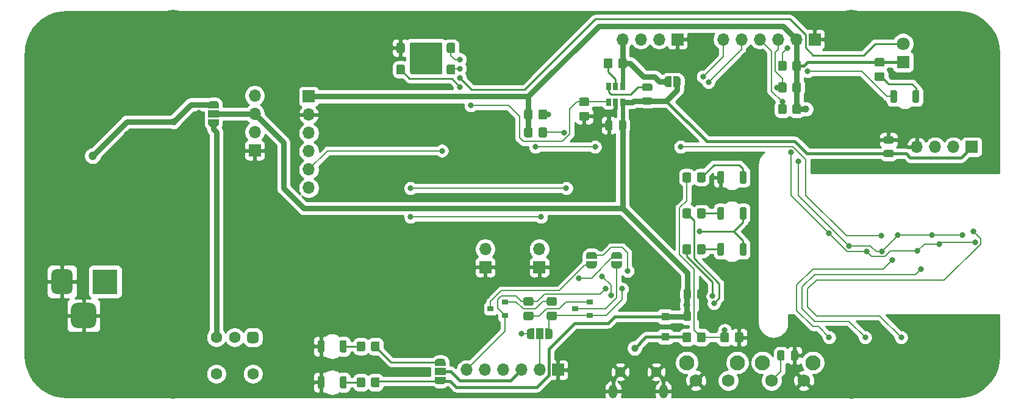
<source format=gbr>
G04 #@! TF.GenerationSoftware,KiCad,Pcbnew,(5.1.8-0-10_14)*
G04 #@! TF.CreationDate,2021-01-31T17:08:47-06:00*
G04 #@! TF.ProjectId,ClimateSprinklerController,436c696d-6174-4655-9370-72696e6b6c65,rev?*
G04 #@! TF.SameCoordinates,Original*
G04 #@! TF.FileFunction,Copper,L2,Bot*
G04 #@! TF.FilePolarity,Positive*
%FSLAX46Y46*%
G04 Gerber Fmt 4.6, Leading zero omitted, Abs format (unit mm)*
G04 Created by KiCad (PCBNEW (5.1.8-0-10_14)) date 2021-01-31 17:08:47*
%MOMM*%
%LPD*%
G01*
G04 APERTURE LIST*
G04 #@! TA.AperFunction,ComponentPad*
%ADD10O,1.700000X1.700000*%
G04 #@! TD*
G04 #@! TA.AperFunction,ComponentPad*
%ADD11R,1.700000X1.700000*%
G04 #@! TD*
G04 #@! TA.AperFunction,ComponentPad*
%ADD12C,5.600000*%
G04 #@! TD*
G04 #@! TA.AperFunction,SMDPad,CuDef*
%ADD13C,0.100000*%
G04 #@! TD*
G04 #@! TA.AperFunction,SMDPad,CuDef*
%ADD14R,1.500000X1.000000*%
G04 #@! TD*
G04 #@! TA.AperFunction,SMDPad,CuDef*
%ADD15R,1.100000X1.100000*%
G04 #@! TD*
G04 #@! TA.AperFunction,SMDPad,CuDef*
%ADD16R,0.650000X1.060000*%
G04 #@! TD*
G04 #@! TA.AperFunction,ComponentPad*
%ADD17C,1.600000*%
G04 #@! TD*
G04 #@! TA.AperFunction,ComponentPad*
%ADD18C,1.450000*%
G04 #@! TD*
G04 #@! TA.AperFunction,ComponentPad*
%ADD19O,1.200000X1.900000*%
G04 #@! TD*
G04 #@! TA.AperFunction,SMDPad,CuDef*
%ADD20R,0.900000X0.800000*%
G04 #@! TD*
G04 #@! TA.AperFunction,SMDPad,CuDef*
%ADD21R,1.000000X1.500000*%
G04 #@! TD*
G04 #@! TA.AperFunction,ComponentPad*
%ADD22C,0.800000*%
G04 #@! TD*
G04 #@! TA.AperFunction,ComponentPad*
%ADD23C,2.100000*%
G04 #@! TD*
G04 #@! TA.AperFunction,ComponentPad*
%ADD24C,1.750000*%
G04 #@! TD*
G04 #@! TA.AperFunction,ComponentPad*
%ADD25C,6.400000*%
G04 #@! TD*
G04 #@! TA.AperFunction,ComponentPad*
%ADD26C,0.600000*%
G04 #@! TD*
G04 #@! TA.AperFunction,SMDPad,CuDef*
%ADD27R,4.900000X2.950000*%
G04 #@! TD*
G04 #@! TA.AperFunction,ComponentPad*
%ADD28C,1.800000*%
G04 #@! TD*
G04 #@! TA.AperFunction,ComponentPad*
%ADD29R,1.800000X1.800000*%
G04 #@! TD*
G04 #@! TA.AperFunction,ComponentPad*
%ADD30R,3.500000X3.500000*%
G04 #@! TD*
G04 #@! TA.AperFunction,ViaPad*
%ADD31C,0.800000*%
G04 #@! TD*
G04 #@! TA.AperFunction,ViaPad*
%ADD32C,1.000000*%
G04 #@! TD*
G04 #@! TA.AperFunction,ViaPad*
%ADD33C,1.200000*%
G04 #@! TD*
G04 #@! TA.AperFunction,Conductor*
%ADD34C,0.600000*%
G04 #@! TD*
G04 #@! TA.AperFunction,Conductor*
%ADD35C,0.800000*%
G04 #@! TD*
G04 #@! TA.AperFunction,Conductor*
%ADD36C,0.400000*%
G04 #@! TD*
G04 #@! TA.AperFunction,Conductor*
%ADD37C,0.250000*%
G04 #@! TD*
G04 #@! TA.AperFunction,Conductor*
%ADD38C,0.200000*%
G04 #@! TD*
G04 #@! TA.AperFunction,Conductor*
%ADD39C,0.254000*%
G04 #@! TD*
G04 #@! TA.AperFunction,Conductor*
%ADD40C,0.100000*%
G04 #@! TD*
G04 APERTURE END LIST*
D10*
X179280000Y-67050000D03*
X181820000Y-67050000D03*
X184360000Y-67050000D03*
X186900000Y-67050000D03*
X189440000Y-67050000D03*
D11*
X191980000Y-67050000D03*
D12*
X197050000Y-114270000D03*
X102950000Y-114270000D03*
X197050000Y-65730000D03*
X102950000Y-65730000D03*
D11*
X146250000Y-98750000D03*
D10*
X146250000Y-96210000D03*
G04 #@! TA.AperFunction,SMDPad,CuDef*
G36*
G01*
X140100000Y-70799999D02*
X140100000Y-71700001D01*
G75*
G02*
X139850001Y-71950000I-249999J0D01*
G01*
X139149999Y-71950000D01*
G75*
G02*
X138900000Y-71700001I0J249999D01*
G01*
X138900000Y-70799999D01*
G75*
G02*
X139149999Y-70550000I249999J0D01*
G01*
X139850001Y-70550000D01*
G75*
G02*
X140100000Y-70799999I0J-249999D01*
G01*
G37*
G04 #@! TD.AperFunction*
G04 #@! TA.AperFunction,SMDPad,CuDef*
G36*
G01*
X142100000Y-70799999D02*
X142100000Y-71700001D01*
G75*
G02*
X141850001Y-71950000I-249999J0D01*
G01*
X141149999Y-71950000D01*
G75*
G02*
X140900000Y-71700001I0J249999D01*
G01*
X140900000Y-70799999D01*
G75*
G02*
X141149999Y-70550000I249999J0D01*
G01*
X141850001Y-70550000D01*
G75*
G02*
X142100000Y-70799999I0J-249999D01*
G01*
G37*
G04 #@! TD.AperFunction*
G04 #@! TA.AperFunction,SMDPad,CuDef*
D13*
G36*
X107785000Y-76670000D02*
G01*
X107785000Y-76120000D01*
X107785602Y-76120000D01*
X107785602Y-76095466D01*
X107790412Y-76046635D01*
X107799984Y-75998510D01*
X107814228Y-75951555D01*
X107833005Y-75906222D01*
X107856136Y-75862949D01*
X107883396Y-75822150D01*
X107914524Y-75784221D01*
X107949221Y-75749524D01*
X107987150Y-75718396D01*
X108027949Y-75691136D01*
X108071222Y-75668005D01*
X108116555Y-75649228D01*
X108163510Y-75634984D01*
X108211635Y-75625412D01*
X108260466Y-75620602D01*
X108285000Y-75620602D01*
X108285000Y-75620000D01*
X108785000Y-75620000D01*
X108785000Y-75620602D01*
X108809534Y-75620602D01*
X108858365Y-75625412D01*
X108906490Y-75634984D01*
X108953445Y-75649228D01*
X108998778Y-75668005D01*
X109042051Y-75691136D01*
X109082850Y-75718396D01*
X109120779Y-75749524D01*
X109155476Y-75784221D01*
X109186604Y-75822150D01*
X109213864Y-75862949D01*
X109236995Y-75906222D01*
X109255772Y-75951555D01*
X109270016Y-75998510D01*
X109279588Y-76046635D01*
X109284398Y-76095466D01*
X109284398Y-76120000D01*
X109285000Y-76120000D01*
X109285000Y-76670000D01*
X107785000Y-76670000D01*
G37*
G04 #@! TD.AperFunction*
G04 #@! TA.AperFunction,SMDPad,CuDef*
G36*
X109284398Y-78720000D02*
G01*
X109284398Y-78744534D01*
X109279588Y-78793365D01*
X109270016Y-78841490D01*
X109255772Y-78888445D01*
X109236995Y-78933778D01*
X109213864Y-78977051D01*
X109186604Y-79017850D01*
X109155476Y-79055779D01*
X109120779Y-79090476D01*
X109082850Y-79121604D01*
X109042051Y-79148864D01*
X108998778Y-79171995D01*
X108953445Y-79190772D01*
X108906490Y-79205016D01*
X108858365Y-79214588D01*
X108809534Y-79219398D01*
X108785000Y-79219398D01*
X108785000Y-79220000D01*
X108285000Y-79220000D01*
X108285000Y-79219398D01*
X108260466Y-79219398D01*
X108211635Y-79214588D01*
X108163510Y-79205016D01*
X108116555Y-79190772D01*
X108071222Y-79171995D01*
X108027949Y-79148864D01*
X107987150Y-79121604D01*
X107949221Y-79090476D01*
X107914524Y-79055779D01*
X107883396Y-79017850D01*
X107856136Y-78977051D01*
X107833005Y-78933778D01*
X107814228Y-78888445D01*
X107799984Y-78841490D01*
X107790412Y-78793365D01*
X107785602Y-78744534D01*
X107785602Y-78720000D01*
X107785000Y-78720000D01*
X107785000Y-78170000D01*
X109285000Y-78170000D01*
X109285000Y-78720000D01*
X109284398Y-78720000D01*
G37*
G04 #@! TD.AperFunction*
D14*
X108535000Y-77420000D03*
G04 #@! TA.AperFunction,SMDPad,CuDef*
G36*
G01*
X159549999Y-77150000D02*
X160450001Y-77150000D01*
G75*
G02*
X160700000Y-77399999I0J-249999D01*
G01*
X160700000Y-78100001D01*
G75*
G02*
X160450001Y-78350000I-249999J0D01*
G01*
X159549999Y-78350000D01*
G75*
G02*
X159300000Y-78100001I0J249999D01*
G01*
X159300000Y-77399999D01*
G75*
G02*
X159549999Y-77150000I249999J0D01*
G01*
G37*
G04 #@! TD.AperFunction*
G04 #@! TA.AperFunction,SMDPad,CuDef*
G36*
G01*
X159549999Y-75150000D02*
X160450001Y-75150000D01*
G75*
G02*
X160700000Y-75399999I0J-249999D01*
G01*
X160700000Y-76100001D01*
G75*
G02*
X160450001Y-76350000I-249999J0D01*
G01*
X159549999Y-76350000D01*
G75*
G02*
X159300000Y-76100001I0J249999D01*
G01*
X159300000Y-75399999D01*
G75*
G02*
X159549999Y-75150000I249999J0D01*
G01*
G37*
G04 #@! TD.AperFunction*
D15*
X171250000Y-108400000D03*
X171250000Y-105600000D03*
G04 #@! TA.AperFunction,SMDPad,CuDef*
G36*
G01*
X174850000Y-85799999D02*
X174850000Y-86700001D01*
G75*
G02*
X174600001Y-86950000I-249999J0D01*
G01*
X173899999Y-86950000D01*
G75*
G02*
X173650000Y-86700001I0J249999D01*
G01*
X173650000Y-85799999D01*
G75*
G02*
X173899999Y-85550000I249999J0D01*
G01*
X174600001Y-85550000D01*
G75*
G02*
X174850000Y-85799999I0J-249999D01*
G01*
G37*
G04 #@! TD.AperFunction*
G04 #@! TA.AperFunction,SMDPad,CuDef*
G36*
G01*
X176850000Y-85799999D02*
X176850000Y-86700001D01*
G75*
G02*
X176600001Y-86950000I-249999J0D01*
G01*
X175899999Y-86950000D01*
G75*
G02*
X175650000Y-86700001I0J249999D01*
G01*
X175650000Y-85799999D01*
G75*
G02*
X175899999Y-85550000I249999J0D01*
G01*
X176600001Y-85550000D01*
G75*
G02*
X176850000Y-85799999I0J-249999D01*
G01*
G37*
G04 #@! TD.AperFunction*
G04 #@! TA.AperFunction,SMDPad,CuDef*
G36*
G01*
X181575000Y-86935000D02*
X181575000Y-85565000D01*
G75*
G02*
X181765000Y-85375000I190000J0D01*
G01*
X182335000Y-85375000D01*
G75*
G02*
X182525000Y-85565000I0J-190000D01*
G01*
X182525000Y-86935000D01*
G75*
G02*
X182335000Y-87125000I-190000J0D01*
G01*
X181765000Y-87125000D01*
G75*
G02*
X181575000Y-86935000I0J190000D01*
G01*
G37*
G04 #@! TD.AperFunction*
G04 #@! TA.AperFunction,SMDPad,CuDef*
G36*
G01*
X178475000Y-86935000D02*
X178475000Y-85565000D01*
G75*
G02*
X178665000Y-85375000I190000J0D01*
G01*
X179235000Y-85375000D01*
G75*
G02*
X179425000Y-85565000I0J-190000D01*
G01*
X179425000Y-86935000D01*
G75*
G02*
X179235000Y-87125000I-190000J0D01*
G01*
X178665000Y-87125000D01*
G75*
G02*
X178475000Y-86935000I0J190000D01*
G01*
G37*
G04 #@! TD.AperFunction*
G04 #@! TA.AperFunction,SMDPad,CuDef*
D13*
G36*
X172100000Y-73685000D02*
G01*
X171600000Y-73685000D01*
X171600000Y-73684398D01*
X171575466Y-73684398D01*
X171526635Y-73679588D01*
X171478510Y-73670016D01*
X171431555Y-73655772D01*
X171386222Y-73636995D01*
X171342949Y-73613864D01*
X171302150Y-73586604D01*
X171264221Y-73555476D01*
X171229524Y-73520779D01*
X171198396Y-73482850D01*
X171171136Y-73442051D01*
X171148005Y-73398778D01*
X171129228Y-73353445D01*
X171114984Y-73306490D01*
X171105412Y-73258365D01*
X171100602Y-73209534D01*
X171100602Y-73185000D01*
X171100000Y-73185000D01*
X171100000Y-72685000D01*
X171100602Y-72685000D01*
X171100602Y-72660466D01*
X171105412Y-72611635D01*
X171114984Y-72563510D01*
X171129228Y-72516555D01*
X171148005Y-72471222D01*
X171171136Y-72427949D01*
X171198396Y-72387150D01*
X171229524Y-72349221D01*
X171264221Y-72314524D01*
X171302150Y-72283396D01*
X171342949Y-72256136D01*
X171386222Y-72233005D01*
X171431555Y-72214228D01*
X171478510Y-72199984D01*
X171526635Y-72190412D01*
X171575466Y-72185602D01*
X171600000Y-72185602D01*
X171600000Y-72185000D01*
X172100000Y-72185000D01*
X172100000Y-73685000D01*
G37*
G04 #@! TD.AperFunction*
G04 #@! TA.AperFunction,SMDPad,CuDef*
G36*
X172900000Y-72185602D02*
G01*
X172924534Y-72185602D01*
X172973365Y-72190412D01*
X173021490Y-72199984D01*
X173068445Y-72214228D01*
X173113778Y-72233005D01*
X173157051Y-72256136D01*
X173197850Y-72283396D01*
X173235779Y-72314524D01*
X173270476Y-72349221D01*
X173301604Y-72387150D01*
X173328864Y-72427949D01*
X173351995Y-72471222D01*
X173370772Y-72516555D01*
X173385016Y-72563510D01*
X173394588Y-72611635D01*
X173399398Y-72660466D01*
X173399398Y-72685000D01*
X173400000Y-72685000D01*
X173400000Y-73185000D01*
X173399398Y-73185000D01*
X173399398Y-73209534D01*
X173394588Y-73258365D01*
X173385016Y-73306490D01*
X173370772Y-73353445D01*
X173351995Y-73398778D01*
X173328864Y-73442051D01*
X173301604Y-73482850D01*
X173270476Y-73520779D01*
X173235779Y-73555476D01*
X173197850Y-73586604D01*
X173157051Y-73613864D01*
X173113778Y-73636995D01*
X173068445Y-73655772D01*
X173021490Y-73670016D01*
X172973365Y-73679588D01*
X172924534Y-73684398D01*
X172900000Y-73684398D01*
X172900000Y-73685000D01*
X172400000Y-73685000D01*
X172400000Y-72185000D01*
X172900000Y-72185000D01*
X172900000Y-72185602D01*
G37*
G04 #@! TD.AperFunction*
D16*
X164360000Y-73570000D03*
X165310000Y-73570000D03*
X163410000Y-73570000D03*
X163410000Y-75770000D03*
X164360000Y-75770000D03*
X165310000Y-75770000D03*
G04 #@! TA.AperFunction,SMDPad,CuDef*
G36*
G01*
X164710000Y-70845001D02*
X164710000Y-69944999D01*
G75*
G02*
X164959999Y-69695000I249999J0D01*
G01*
X165660001Y-69695000D01*
G75*
G02*
X165910000Y-69944999I0J-249999D01*
G01*
X165910000Y-70845001D01*
G75*
G02*
X165660001Y-71095000I-249999J0D01*
G01*
X164959999Y-71095000D01*
G75*
G02*
X164710000Y-70845001I0J249999D01*
G01*
G37*
G04 #@! TD.AperFunction*
G04 #@! TA.AperFunction,SMDPad,CuDef*
G36*
G01*
X162710000Y-70845001D02*
X162710000Y-69944999D01*
G75*
G02*
X162959999Y-69695000I249999J0D01*
G01*
X163660001Y-69695000D01*
G75*
G02*
X163910000Y-69944999I0J-249999D01*
G01*
X163910000Y-70845001D01*
G75*
G02*
X163660001Y-71095000I-249999J0D01*
G01*
X162959999Y-71095000D01*
G75*
G02*
X162710000Y-70845001I0J249999D01*
G01*
G37*
G04 #@! TD.AperFunction*
G04 #@! TA.AperFunction,SMDPad,CuDef*
G36*
G01*
X168275000Y-75120000D02*
X169225000Y-75120000D01*
G75*
G02*
X169475000Y-75370000I0J-250000D01*
G01*
X169475000Y-75870000D01*
G75*
G02*
X169225000Y-76120000I-250000J0D01*
G01*
X168275000Y-76120000D01*
G75*
G02*
X168025000Y-75870000I0J250000D01*
G01*
X168025000Y-75370000D01*
G75*
G02*
X168275000Y-75120000I250000J0D01*
G01*
G37*
G04 #@! TD.AperFunction*
G04 #@! TA.AperFunction,SMDPad,CuDef*
G36*
G01*
X168275000Y-73220000D02*
X169225000Y-73220000D01*
G75*
G02*
X169475000Y-73470000I0J-250000D01*
G01*
X169475000Y-73970000D01*
G75*
G02*
X169225000Y-74220000I-250000J0D01*
G01*
X168275000Y-74220000D01*
G75*
G02*
X168025000Y-73970000I0J250000D01*
G01*
X168025000Y-73470000D01*
G75*
G02*
X168275000Y-73220000I250000J0D01*
G01*
G37*
G04 #@! TD.AperFunction*
G04 #@! TA.AperFunction,SMDPad,CuDef*
G36*
G01*
X163910000Y-78525000D02*
X163910000Y-79475000D01*
G75*
G02*
X163660000Y-79725000I-250000J0D01*
G01*
X163160000Y-79725000D01*
G75*
G02*
X162910000Y-79475000I0J250000D01*
G01*
X162910000Y-78525000D01*
G75*
G02*
X163160000Y-78275000I250000J0D01*
G01*
X163660000Y-78275000D01*
G75*
G02*
X163910000Y-78525000I0J-250000D01*
G01*
G37*
G04 #@! TD.AperFunction*
G04 #@! TA.AperFunction,SMDPad,CuDef*
G36*
G01*
X165810000Y-78525000D02*
X165810000Y-79475000D01*
G75*
G02*
X165560000Y-79725000I-250000J0D01*
G01*
X165060000Y-79725000D01*
G75*
G02*
X164810000Y-79475000I0J250000D01*
G01*
X164810000Y-78525000D01*
G75*
G02*
X165060000Y-78275000I250000J0D01*
G01*
X165560000Y-78275000D01*
G75*
G02*
X165810000Y-78525000I0J-250000D01*
G01*
G37*
G04 #@! TD.AperFunction*
D17*
X108920000Y-113580000D03*
X114000000Y-113580000D03*
G04 #@! TA.AperFunction,ComponentPad*
G36*
G01*
X114400000Y-109300000D02*
X113600000Y-109300000D01*
G75*
G02*
X113200000Y-108900000I0J400000D01*
G01*
X113200000Y-108100000D01*
G75*
G02*
X113600000Y-107700000I400000J0D01*
G01*
X114400000Y-107700000D01*
G75*
G02*
X114800000Y-108100000I0J-400000D01*
G01*
X114800000Y-108900000D01*
G75*
G02*
X114400000Y-109300000I-400000J0D01*
G01*
G37*
G04 #@! TD.AperFunction*
X111460000Y-108500000D03*
X108920000Y-108500000D03*
G04 #@! TA.AperFunction,SMDPad,CuDef*
G36*
G01*
X175700000Y-105975000D02*
X175700000Y-105025000D01*
G75*
G02*
X175950000Y-104775000I250000J0D01*
G01*
X176450000Y-104775000D01*
G75*
G02*
X176700000Y-105025000I0J-250000D01*
G01*
X176700000Y-105975000D01*
G75*
G02*
X176450000Y-106225000I-250000J0D01*
G01*
X175950000Y-106225000D01*
G75*
G02*
X175700000Y-105975000I0J250000D01*
G01*
G37*
G04 #@! TD.AperFunction*
G04 #@! TA.AperFunction,SMDPad,CuDef*
G36*
G01*
X173800000Y-105975000D02*
X173800000Y-105025000D01*
G75*
G02*
X174050000Y-104775000I250000J0D01*
G01*
X174550000Y-104775000D01*
G75*
G02*
X174800000Y-105025000I0J-250000D01*
G01*
X174800000Y-105975000D01*
G75*
G02*
X174550000Y-106225000I-250000J0D01*
G01*
X174050000Y-106225000D01*
G75*
G02*
X173800000Y-105975000I0J250000D01*
G01*
G37*
G04 #@! TD.AperFunction*
G04 #@! TA.AperFunction,SMDPad,CuDef*
G36*
G01*
X182100000Y-108049600D02*
X182100000Y-108950400D01*
G75*
G02*
X181850400Y-109200000I-249600J0D01*
G01*
X181149600Y-109200000D01*
G75*
G02*
X180900000Y-108950400I0J249600D01*
G01*
X180900000Y-108049600D01*
G75*
G02*
X181149600Y-107800000I249600J0D01*
G01*
X181850400Y-107800000D01*
G75*
G02*
X182100000Y-108049600I0J-249600D01*
G01*
G37*
G04 #@! TD.AperFunction*
G04 #@! TA.AperFunction,SMDPad,CuDef*
G36*
G01*
X180100000Y-108049600D02*
X180100000Y-108950400D01*
G75*
G02*
X179850400Y-109200000I-249600J0D01*
G01*
X179149600Y-109200000D01*
G75*
G02*
X178900000Y-108950400I0J249600D01*
G01*
X178900000Y-108049600D01*
G75*
G02*
X179149600Y-107800000I249600J0D01*
G01*
X179850400Y-107800000D01*
G75*
G02*
X180100000Y-108049600I0J-249600D01*
G01*
G37*
G04 #@! TD.AperFunction*
G04 #@! TA.AperFunction,SMDPad,CuDef*
G36*
G01*
X176850000Y-108049999D02*
X176850000Y-108950001D01*
G75*
G02*
X176600001Y-109200000I-249999J0D01*
G01*
X175899999Y-109200000D01*
G75*
G02*
X175650000Y-108950001I0J249999D01*
G01*
X175650000Y-108049999D01*
G75*
G02*
X175899999Y-107800000I249999J0D01*
G01*
X176600001Y-107800000D01*
G75*
G02*
X176850000Y-108049999I0J-249999D01*
G01*
G37*
G04 #@! TD.AperFunction*
G04 #@! TA.AperFunction,SMDPad,CuDef*
G36*
G01*
X174850000Y-108049999D02*
X174850000Y-108950001D01*
G75*
G02*
X174600001Y-109200000I-249999J0D01*
G01*
X173899999Y-109200000D01*
G75*
G02*
X173650000Y-108950001I0J249999D01*
G01*
X173650000Y-108049999D01*
G75*
G02*
X173899999Y-107800000I249999J0D01*
G01*
X174600001Y-107800000D01*
G75*
G02*
X174850000Y-108049999I0J-249999D01*
G01*
G37*
G04 #@! TD.AperFunction*
G04 #@! TA.AperFunction,SMDPad,CuDef*
G36*
G01*
X174850000Y-90799999D02*
X174850000Y-91700001D01*
G75*
G02*
X174600001Y-91950000I-249999J0D01*
G01*
X173899999Y-91950000D01*
G75*
G02*
X173650000Y-91700001I0J249999D01*
G01*
X173650000Y-90799999D01*
G75*
G02*
X173899999Y-90550000I249999J0D01*
G01*
X174600001Y-90550000D01*
G75*
G02*
X174850000Y-90799999I0J-249999D01*
G01*
G37*
G04 #@! TD.AperFunction*
G04 #@! TA.AperFunction,SMDPad,CuDef*
G36*
G01*
X176850000Y-90799999D02*
X176850000Y-91700001D01*
G75*
G02*
X176600001Y-91950000I-249999J0D01*
G01*
X175899999Y-91950000D01*
G75*
G02*
X175650000Y-91700001I0J249999D01*
G01*
X175650000Y-90799999D01*
G75*
G02*
X175899999Y-90550000I249999J0D01*
G01*
X176600001Y-90550000D01*
G75*
G02*
X176850000Y-90799999I0J-249999D01*
G01*
G37*
G04 #@! TD.AperFunction*
G04 #@! TA.AperFunction,SMDPad,CuDef*
G36*
G01*
X174850000Y-95799999D02*
X174850000Y-96700001D01*
G75*
G02*
X174600001Y-96950000I-249999J0D01*
G01*
X173899999Y-96950000D01*
G75*
G02*
X173650000Y-96700001I0J249999D01*
G01*
X173650000Y-95799999D01*
G75*
G02*
X173899999Y-95550000I249999J0D01*
G01*
X174600001Y-95550000D01*
G75*
G02*
X174850000Y-95799999I0J-249999D01*
G01*
G37*
G04 #@! TD.AperFunction*
G04 #@! TA.AperFunction,SMDPad,CuDef*
G36*
G01*
X176850000Y-95799999D02*
X176850000Y-96700001D01*
G75*
G02*
X176600001Y-96950000I-249999J0D01*
G01*
X175899999Y-96950000D01*
G75*
G02*
X175650000Y-96700001I0J249999D01*
G01*
X175650000Y-95799999D01*
G75*
G02*
X175899999Y-95550000I249999J0D01*
G01*
X176600001Y-95550000D01*
G75*
G02*
X176850000Y-95799999I0J-249999D01*
G01*
G37*
G04 #@! TD.AperFunction*
D18*
X165000000Y-113287500D03*
X170000000Y-113287500D03*
D19*
X164000000Y-115987500D03*
X171000000Y-115987500D03*
G04 #@! TA.AperFunction,SMDPad,CuDef*
G36*
G01*
X181575000Y-91935000D02*
X181575000Y-90565000D01*
G75*
G02*
X181765000Y-90375000I190000J0D01*
G01*
X182335000Y-90375000D01*
G75*
G02*
X182525000Y-90565000I0J-190000D01*
G01*
X182525000Y-91935000D01*
G75*
G02*
X182335000Y-92125000I-190000J0D01*
G01*
X181765000Y-92125000D01*
G75*
G02*
X181575000Y-91935000I0J190000D01*
G01*
G37*
G04 #@! TD.AperFunction*
G04 #@! TA.AperFunction,SMDPad,CuDef*
G36*
G01*
X178475000Y-91935000D02*
X178475000Y-90565000D01*
G75*
G02*
X178665000Y-90375000I190000J0D01*
G01*
X179235000Y-90375000D01*
G75*
G02*
X179425000Y-90565000I0J-190000D01*
G01*
X179425000Y-91935000D01*
G75*
G02*
X179235000Y-92125000I-190000J0D01*
G01*
X178665000Y-92125000D01*
G75*
G02*
X178475000Y-91935000I0J190000D01*
G01*
G37*
G04 #@! TD.AperFunction*
G04 #@! TA.AperFunction,SMDPad,CuDef*
G36*
G01*
X181575000Y-96935000D02*
X181575000Y-95565000D01*
G75*
G02*
X181765000Y-95375000I190000J0D01*
G01*
X182335000Y-95375000D01*
G75*
G02*
X182525000Y-95565000I0J-190000D01*
G01*
X182525000Y-96935000D01*
G75*
G02*
X182335000Y-97125000I-190000J0D01*
G01*
X181765000Y-97125000D01*
G75*
G02*
X181575000Y-96935000I0J190000D01*
G01*
G37*
G04 #@! TD.AperFunction*
G04 #@! TA.AperFunction,SMDPad,CuDef*
G36*
G01*
X178475000Y-96935000D02*
X178475000Y-95565000D01*
G75*
G02*
X178665000Y-95375000I190000J0D01*
G01*
X179235000Y-95375000D01*
G75*
G02*
X179425000Y-95565000I0J-190000D01*
G01*
X179425000Y-96935000D01*
G75*
G02*
X179235000Y-97125000I-190000J0D01*
G01*
X178665000Y-97125000D01*
G75*
G02*
X178475000Y-96935000I0J190000D01*
G01*
G37*
G04 #@! TD.AperFunction*
G04 #@! TA.AperFunction,SMDPad,CuDef*
G36*
G01*
X175700000Y-102975000D02*
X175700000Y-102025000D01*
G75*
G02*
X175950000Y-101775000I250000J0D01*
G01*
X176450000Y-101775000D01*
G75*
G02*
X176700000Y-102025000I0J-250000D01*
G01*
X176700000Y-102975000D01*
G75*
G02*
X176450000Y-103225000I-250000J0D01*
G01*
X175950000Y-103225000D01*
G75*
G02*
X175700000Y-102975000I0J250000D01*
G01*
G37*
G04 #@! TD.AperFunction*
G04 #@! TA.AperFunction,SMDPad,CuDef*
G36*
G01*
X173800000Y-102975000D02*
X173800000Y-102025000D01*
G75*
G02*
X174050000Y-101775000I250000J0D01*
G01*
X174550000Y-101775000D01*
G75*
G02*
X174800000Y-102025000I0J-250000D01*
G01*
X174800000Y-102975000D01*
G75*
G02*
X174550000Y-103225000I-250000J0D01*
G01*
X174050000Y-103225000D01*
G75*
G02*
X173800000Y-102975000I0J250000D01*
G01*
G37*
G04 #@! TD.AperFunction*
G04 #@! TA.AperFunction,SMDPad,CuDef*
G36*
G01*
X155049999Y-104900000D02*
X155950001Y-104900000D01*
G75*
G02*
X156200000Y-105149999I0J-249999D01*
G01*
X156200000Y-105850001D01*
G75*
G02*
X155950001Y-106100000I-249999J0D01*
G01*
X155049999Y-106100000D01*
G75*
G02*
X154800000Y-105850001I0J249999D01*
G01*
X154800000Y-105149999D01*
G75*
G02*
X155049999Y-104900000I249999J0D01*
G01*
G37*
G04 #@! TD.AperFunction*
G04 #@! TA.AperFunction,SMDPad,CuDef*
G36*
G01*
X155049999Y-102900000D02*
X155950001Y-102900000D01*
G75*
G02*
X156200000Y-103149999I0J-249999D01*
G01*
X156200000Y-103850001D01*
G75*
G02*
X155950001Y-104100000I-249999J0D01*
G01*
X155049999Y-104100000D01*
G75*
G02*
X154800000Y-103850001I0J249999D01*
G01*
X154800000Y-103149999D01*
G75*
G02*
X155049999Y-102900000I249999J0D01*
G01*
G37*
G04 #@! TD.AperFunction*
G04 #@! TA.AperFunction,SMDPad,CuDef*
G36*
G01*
X152700001Y-106100000D02*
X151799999Y-106100000D01*
G75*
G02*
X151550000Y-105850001I0J249999D01*
G01*
X151550000Y-105149999D01*
G75*
G02*
X151799999Y-104900000I249999J0D01*
G01*
X152700001Y-104900000D01*
G75*
G02*
X152950000Y-105149999I0J-249999D01*
G01*
X152950000Y-105850001D01*
G75*
G02*
X152700001Y-106100000I-249999J0D01*
G01*
G37*
G04 #@! TD.AperFunction*
G04 #@! TA.AperFunction,SMDPad,CuDef*
G36*
G01*
X152700001Y-104100000D02*
X151799999Y-104100000D01*
G75*
G02*
X151550000Y-103850001I0J249999D01*
G01*
X151550000Y-103149999D01*
G75*
G02*
X151799999Y-102900000I249999J0D01*
G01*
X152700001Y-102900000D01*
G75*
G02*
X152950000Y-103149999I0J-249999D01*
G01*
X152950000Y-103850001D01*
G75*
G02*
X152700001Y-104100000I-249999J0D01*
G01*
G37*
G04 #@! TD.AperFunction*
D20*
X149000000Y-103550000D03*
X149000000Y-105450000D03*
X147000000Y-104500000D03*
X160750000Y-103550000D03*
X160750000Y-105450000D03*
X158750000Y-104500000D03*
G04 #@! TA.AperFunction,SMDPad,CuDef*
D13*
G36*
X161750000Y-97900000D02*
G01*
X161750000Y-98400000D01*
X161749398Y-98400000D01*
X161749398Y-98424534D01*
X161744588Y-98473365D01*
X161735016Y-98521490D01*
X161720772Y-98568445D01*
X161701995Y-98613778D01*
X161678864Y-98657051D01*
X161651604Y-98697850D01*
X161620476Y-98735779D01*
X161585779Y-98770476D01*
X161547850Y-98801604D01*
X161507051Y-98828864D01*
X161463778Y-98851995D01*
X161418445Y-98870772D01*
X161371490Y-98885016D01*
X161323365Y-98894588D01*
X161274534Y-98899398D01*
X161250000Y-98899398D01*
X161250000Y-98900000D01*
X160750000Y-98900000D01*
X160750000Y-98899398D01*
X160725466Y-98899398D01*
X160676635Y-98894588D01*
X160628510Y-98885016D01*
X160581555Y-98870772D01*
X160536222Y-98851995D01*
X160492949Y-98828864D01*
X160452150Y-98801604D01*
X160414221Y-98770476D01*
X160379524Y-98735779D01*
X160348396Y-98697850D01*
X160321136Y-98657051D01*
X160298005Y-98613778D01*
X160279228Y-98568445D01*
X160264984Y-98521490D01*
X160255412Y-98473365D01*
X160250602Y-98424534D01*
X160250602Y-98400000D01*
X160250000Y-98400000D01*
X160250000Y-97900000D01*
X161750000Y-97900000D01*
G37*
G04 #@! TD.AperFunction*
G04 #@! TA.AperFunction,SMDPad,CuDef*
G36*
X160250602Y-97100000D02*
G01*
X160250602Y-97075466D01*
X160255412Y-97026635D01*
X160264984Y-96978510D01*
X160279228Y-96931555D01*
X160298005Y-96886222D01*
X160321136Y-96842949D01*
X160348396Y-96802150D01*
X160379524Y-96764221D01*
X160414221Y-96729524D01*
X160452150Y-96698396D01*
X160492949Y-96671136D01*
X160536222Y-96648005D01*
X160581555Y-96629228D01*
X160628510Y-96614984D01*
X160676635Y-96605412D01*
X160725466Y-96600602D01*
X160750000Y-96600602D01*
X160750000Y-96600000D01*
X161250000Y-96600000D01*
X161250000Y-96600602D01*
X161274534Y-96600602D01*
X161323365Y-96605412D01*
X161371490Y-96614984D01*
X161418445Y-96629228D01*
X161463778Y-96648005D01*
X161507051Y-96671136D01*
X161547850Y-96698396D01*
X161585779Y-96729524D01*
X161620476Y-96764221D01*
X161651604Y-96802150D01*
X161678864Y-96842949D01*
X161701995Y-96886222D01*
X161720772Y-96931555D01*
X161735016Y-96978510D01*
X161744588Y-97026635D01*
X161749398Y-97075466D01*
X161749398Y-97100000D01*
X161750000Y-97100000D01*
X161750000Y-97600000D01*
X160250000Y-97600000D01*
X160250000Y-97100000D01*
X160250602Y-97100000D01*
G37*
G04 #@! TD.AperFunction*
G04 #@! TA.AperFunction,SMDPad,CuDef*
G36*
X154560000Y-107250000D02*
G01*
X155110000Y-107250000D01*
X155110000Y-107250602D01*
X155134534Y-107250602D01*
X155183365Y-107255412D01*
X155231490Y-107264984D01*
X155278445Y-107279228D01*
X155323778Y-107298005D01*
X155367051Y-107321136D01*
X155407850Y-107348396D01*
X155445779Y-107379524D01*
X155480476Y-107414221D01*
X155511604Y-107452150D01*
X155538864Y-107492949D01*
X155561995Y-107536222D01*
X155580772Y-107581555D01*
X155595016Y-107628510D01*
X155604588Y-107676635D01*
X155609398Y-107725466D01*
X155609398Y-107750000D01*
X155610000Y-107750000D01*
X155610000Y-108250000D01*
X155609398Y-108250000D01*
X155609398Y-108274534D01*
X155604588Y-108323365D01*
X155595016Y-108371490D01*
X155580772Y-108418445D01*
X155561995Y-108463778D01*
X155538864Y-108507051D01*
X155511604Y-108547850D01*
X155480476Y-108585779D01*
X155445779Y-108620476D01*
X155407850Y-108651604D01*
X155367051Y-108678864D01*
X155323778Y-108701995D01*
X155278445Y-108720772D01*
X155231490Y-108735016D01*
X155183365Y-108744588D01*
X155134534Y-108749398D01*
X155110000Y-108749398D01*
X155110000Y-108750000D01*
X154560000Y-108750000D01*
X154560000Y-107250000D01*
G37*
G04 #@! TD.AperFunction*
G04 #@! TA.AperFunction,SMDPad,CuDef*
G36*
X152510000Y-108749398D02*
G01*
X152485466Y-108749398D01*
X152436635Y-108744588D01*
X152388510Y-108735016D01*
X152341555Y-108720772D01*
X152296222Y-108701995D01*
X152252949Y-108678864D01*
X152212150Y-108651604D01*
X152174221Y-108620476D01*
X152139524Y-108585779D01*
X152108396Y-108547850D01*
X152081136Y-108507051D01*
X152058005Y-108463778D01*
X152039228Y-108418445D01*
X152024984Y-108371490D01*
X152015412Y-108323365D01*
X152010602Y-108274534D01*
X152010602Y-108250000D01*
X152010000Y-108250000D01*
X152010000Y-107750000D01*
X152010602Y-107750000D01*
X152010602Y-107725466D01*
X152015412Y-107676635D01*
X152024984Y-107628510D01*
X152039228Y-107581555D01*
X152058005Y-107536222D01*
X152081136Y-107492949D01*
X152108396Y-107452150D01*
X152139524Y-107414221D01*
X152174221Y-107379524D01*
X152212150Y-107348396D01*
X152252949Y-107321136D01*
X152296222Y-107298005D01*
X152341555Y-107279228D01*
X152388510Y-107264984D01*
X152436635Y-107255412D01*
X152485466Y-107250602D01*
X152510000Y-107250602D01*
X152510000Y-107250000D01*
X153060000Y-107250000D01*
X153060000Y-108750000D01*
X152510000Y-108750000D01*
X152510000Y-108749398D01*
G37*
G04 #@! TD.AperFunction*
D21*
X153810000Y-108000000D03*
D11*
X172930000Y-67050000D03*
D10*
X170390000Y-67050000D03*
X167850000Y-67050000D03*
X165310000Y-67050000D03*
D22*
X151000000Y-68995000D03*
X151000000Y-69995000D03*
X151000000Y-70995000D03*
X151000000Y-71995000D03*
X151000000Y-72995000D03*
X150000000Y-68995000D03*
X150000000Y-69995000D03*
X150000000Y-70995000D03*
X150000000Y-71995000D03*
X150000000Y-72995000D03*
X149000000Y-68995000D03*
X149000000Y-69995000D03*
X149000000Y-70995000D03*
X149000000Y-71995000D03*
X149000000Y-72995000D03*
X148000000Y-68995000D03*
X148000000Y-69995000D03*
X148000000Y-70995000D03*
X148000000Y-71995000D03*
X148000000Y-72995000D03*
X147000000Y-68995000D03*
X147000000Y-69995000D03*
X147000000Y-70995000D03*
X147000000Y-71995000D03*
X147000000Y-72995000D03*
G04 #@! TA.AperFunction,SMDPad,CuDef*
G36*
G01*
X186900000Y-71200001D02*
X186900000Y-70299999D01*
G75*
G02*
X187149999Y-70050000I249999J0D01*
G01*
X187850001Y-70050000D01*
G75*
G02*
X188100000Y-70299999I0J-249999D01*
G01*
X188100000Y-71200001D01*
G75*
G02*
X187850001Y-71450000I-249999J0D01*
G01*
X187149999Y-71450000D01*
G75*
G02*
X186900000Y-71200001I0J249999D01*
G01*
G37*
G04 #@! TD.AperFunction*
G04 #@! TA.AperFunction,SMDPad,CuDef*
G36*
G01*
X188900000Y-71200001D02*
X188900000Y-70299999D01*
G75*
G02*
X189149999Y-70050000I249999J0D01*
G01*
X189850001Y-70050000D01*
G75*
G02*
X190100000Y-70299999I0J-249999D01*
G01*
X190100000Y-71200001D01*
G75*
G02*
X189850001Y-71450000I-249999J0D01*
G01*
X189149999Y-71450000D01*
G75*
G02*
X188900000Y-71200001I0J249999D01*
G01*
G37*
G04 #@! TD.AperFunction*
G04 #@! TA.AperFunction,SMDPad,CuDef*
G36*
G01*
X142100000Y-67799999D02*
X142100000Y-68700001D01*
G75*
G02*
X141850001Y-68950000I-249999J0D01*
G01*
X141149999Y-68950000D01*
G75*
G02*
X140900000Y-68700001I0J249999D01*
G01*
X140900000Y-67799999D01*
G75*
G02*
X141149999Y-67550000I249999J0D01*
G01*
X141850001Y-67550000D01*
G75*
G02*
X142100000Y-67799999I0J-249999D01*
G01*
G37*
G04 #@! TD.AperFunction*
G04 #@! TA.AperFunction,SMDPad,CuDef*
G36*
G01*
X140100000Y-67799999D02*
X140100000Y-68700001D01*
G75*
G02*
X139850001Y-68950000I-249999J0D01*
G01*
X139149999Y-68950000D01*
G75*
G02*
X138900000Y-68700001I0J249999D01*
G01*
X138900000Y-67799999D01*
G75*
G02*
X139149999Y-67550000I249999J0D01*
G01*
X139850001Y-67550000D01*
G75*
G02*
X140100000Y-67799999I0J-249999D01*
G01*
G37*
G04 #@! TD.AperFunction*
G04 #@! TA.AperFunction,SMDPad,CuDef*
G36*
G01*
X128400000Y-115200001D02*
X128400000Y-114299999D01*
G75*
G02*
X128649999Y-114050000I249999J0D01*
G01*
X129350001Y-114050000D01*
G75*
G02*
X129600000Y-114299999I0J-249999D01*
G01*
X129600000Y-115200001D01*
G75*
G02*
X129350001Y-115450000I-249999J0D01*
G01*
X128649999Y-115450000D01*
G75*
G02*
X128400000Y-115200001I0J249999D01*
G01*
G37*
G04 #@! TD.AperFunction*
G04 #@! TA.AperFunction,SMDPad,CuDef*
G36*
G01*
X130400000Y-115200001D02*
X130400000Y-114299999D01*
G75*
G02*
X130649999Y-114050000I249999J0D01*
G01*
X131350001Y-114050000D01*
G75*
G02*
X131600000Y-114299999I0J-249999D01*
G01*
X131600000Y-115200001D01*
G75*
G02*
X131350001Y-115450000I-249999J0D01*
G01*
X130649999Y-115450000D01*
G75*
G02*
X130400000Y-115200001I0J249999D01*
G01*
G37*
G04 #@! TD.AperFunction*
G04 #@! TA.AperFunction,SMDPad,CuDef*
G36*
G01*
X200549999Y-69650000D02*
X201450001Y-69650000D01*
G75*
G02*
X201700000Y-69899999I0J-249999D01*
G01*
X201700000Y-70600001D01*
G75*
G02*
X201450001Y-70850000I-249999J0D01*
G01*
X200549999Y-70850000D01*
G75*
G02*
X200300000Y-70600001I0J249999D01*
G01*
X200300000Y-69899999D01*
G75*
G02*
X200549999Y-69650000I249999J0D01*
G01*
G37*
G04 #@! TD.AperFunction*
G04 #@! TA.AperFunction,SMDPad,CuDef*
G36*
G01*
X200549999Y-71650000D02*
X201450001Y-71650000D01*
G75*
G02*
X201700000Y-71899999I0J-249999D01*
G01*
X201700000Y-72600001D01*
G75*
G02*
X201450001Y-72850000I-249999J0D01*
G01*
X200549999Y-72850000D01*
G75*
G02*
X200300000Y-72600001I0J249999D01*
G01*
X200300000Y-71899999D01*
G75*
G02*
X200549999Y-71650000I249999J0D01*
G01*
G37*
G04 #@! TD.AperFunction*
G04 #@! TA.AperFunction,SMDPad,CuDef*
G36*
G01*
X133900000Y-68700001D02*
X133900000Y-67799999D01*
G75*
G02*
X134149999Y-67550000I249999J0D01*
G01*
X134850001Y-67550000D01*
G75*
G02*
X135100000Y-67799999I0J-249999D01*
G01*
X135100000Y-68700001D01*
G75*
G02*
X134850001Y-68950000I-249999J0D01*
G01*
X134149999Y-68950000D01*
G75*
G02*
X133900000Y-68700001I0J249999D01*
G01*
G37*
G04 #@! TD.AperFunction*
G04 #@! TA.AperFunction,SMDPad,CuDef*
G36*
G01*
X135900000Y-68700001D02*
X135900000Y-67799999D01*
G75*
G02*
X136149999Y-67550000I249999J0D01*
G01*
X136850001Y-67550000D01*
G75*
G02*
X137100000Y-67799999I0J-249999D01*
G01*
X137100000Y-68700001D01*
G75*
G02*
X136850001Y-68950000I-249999J0D01*
G01*
X136149999Y-68950000D01*
G75*
G02*
X135900000Y-68700001I0J249999D01*
G01*
G37*
G04 #@! TD.AperFunction*
G04 #@! TA.AperFunction,SMDPad,CuDef*
G36*
G01*
X137100000Y-70799999D02*
X137100000Y-71700001D01*
G75*
G02*
X136850001Y-71950000I-249999J0D01*
G01*
X136149999Y-71950000D01*
G75*
G02*
X135900000Y-71700001I0J249999D01*
G01*
X135900000Y-70799999D01*
G75*
G02*
X136149999Y-70550000I249999J0D01*
G01*
X136850001Y-70550000D01*
G75*
G02*
X137100000Y-70799999I0J-249999D01*
G01*
G37*
G04 #@! TD.AperFunction*
G04 #@! TA.AperFunction,SMDPad,CuDef*
G36*
G01*
X135100000Y-70799999D02*
X135100000Y-71700001D01*
G75*
G02*
X134850001Y-71950000I-249999J0D01*
G01*
X134149999Y-71950000D01*
G75*
G02*
X133900000Y-71700001I0J249999D01*
G01*
X133900000Y-70799999D01*
G75*
G02*
X134149999Y-70550000I249999J0D01*
G01*
X134850001Y-70550000D01*
G75*
G02*
X135100000Y-70799999I0J-249999D01*
G01*
G37*
G04 #@! TD.AperFunction*
G04 #@! TA.AperFunction,SMDPad,CuDef*
G36*
G01*
X131600000Y-109299999D02*
X131600000Y-110200001D01*
G75*
G02*
X131350001Y-110450000I-249999J0D01*
G01*
X130649999Y-110450000D01*
G75*
G02*
X130400000Y-110200001I0J249999D01*
G01*
X130400000Y-109299999D01*
G75*
G02*
X130649999Y-109050000I249999J0D01*
G01*
X131350001Y-109050000D01*
G75*
G02*
X131600000Y-109299999I0J-249999D01*
G01*
G37*
G04 #@! TD.AperFunction*
G04 #@! TA.AperFunction,SMDPad,CuDef*
G36*
G01*
X129600000Y-109299999D02*
X129600000Y-110200001D01*
G75*
G02*
X129350001Y-110450000I-249999J0D01*
G01*
X128649999Y-110450000D01*
G75*
G02*
X128400000Y-110200001I0J249999D01*
G01*
X128400000Y-109299999D01*
G75*
G02*
X128649999Y-109050000I249999J0D01*
G01*
X129350001Y-109050000D01*
G75*
G02*
X129600000Y-109299999I0J-249999D01*
G01*
G37*
G04 #@! TD.AperFunction*
G04 #@! TA.AperFunction,SMDPad,CuDef*
G36*
G01*
X190100000Y-76299999D02*
X190100000Y-77200001D01*
G75*
G02*
X189850001Y-77450000I-249999J0D01*
G01*
X189149999Y-77450000D01*
G75*
G02*
X188900000Y-77200001I0J249999D01*
G01*
X188900000Y-76299999D01*
G75*
G02*
X189149999Y-76050000I249999J0D01*
G01*
X189850001Y-76050000D01*
G75*
G02*
X190100000Y-76299999I0J-249999D01*
G01*
G37*
G04 #@! TD.AperFunction*
G04 #@! TA.AperFunction,SMDPad,CuDef*
G36*
G01*
X188100000Y-76299999D02*
X188100000Y-77200001D01*
G75*
G02*
X187850001Y-77450000I-249999J0D01*
G01*
X187149999Y-77450000D01*
G75*
G02*
X186900000Y-77200001I0J249999D01*
G01*
X186900000Y-76299999D01*
G75*
G02*
X187149999Y-76050000I249999J0D01*
G01*
X187850001Y-76050000D01*
G75*
G02*
X188100000Y-76299999I0J-249999D01*
G01*
G37*
G04 #@! TD.AperFunction*
G04 #@! TA.AperFunction,SMDPad,CuDef*
G36*
G01*
X190100000Y-73299999D02*
X190100000Y-74200001D01*
G75*
G02*
X189850001Y-74450000I-249999J0D01*
G01*
X189149999Y-74450000D01*
G75*
G02*
X188900000Y-74200001I0J249999D01*
G01*
X188900000Y-73299999D01*
G75*
G02*
X189149999Y-73050000I249999J0D01*
G01*
X189850001Y-73050000D01*
G75*
G02*
X190100000Y-73299999I0J-249999D01*
G01*
G37*
G04 #@! TD.AperFunction*
G04 #@! TA.AperFunction,SMDPad,CuDef*
G36*
G01*
X188100000Y-73299999D02*
X188100000Y-74200001D01*
G75*
G02*
X187850001Y-74450000I-249999J0D01*
G01*
X187149999Y-74450000D01*
G75*
G02*
X186900000Y-74200001I0J249999D01*
G01*
X186900000Y-73299999D01*
G75*
G02*
X187149999Y-73050000I249999J0D01*
G01*
X187850001Y-73050000D01*
G75*
G02*
X188100000Y-73299999I0J-249999D01*
G01*
G37*
G04 #@! TD.AperFunction*
G04 #@! TA.AperFunction,SMDPad,CuDef*
G36*
G01*
X154850000Y-79549999D02*
X154850000Y-80450001D01*
G75*
G02*
X154600001Y-80700000I-249999J0D01*
G01*
X153899999Y-80700000D01*
G75*
G02*
X153650000Y-80450001I0J249999D01*
G01*
X153650000Y-79549999D01*
G75*
G02*
X153899999Y-79300000I249999J0D01*
G01*
X154600001Y-79300000D01*
G75*
G02*
X154850000Y-79549999I0J-249999D01*
G01*
G37*
G04 #@! TD.AperFunction*
G04 #@! TA.AperFunction,SMDPad,CuDef*
G36*
G01*
X152850000Y-79549999D02*
X152850000Y-80450001D01*
G75*
G02*
X152600001Y-80700000I-249999J0D01*
G01*
X151899999Y-80700000D01*
G75*
G02*
X151650000Y-80450001I0J249999D01*
G01*
X151650000Y-79549999D01*
G75*
G02*
X151899999Y-79300000I249999J0D01*
G01*
X152600001Y-79300000D01*
G75*
G02*
X152850000Y-79549999I0J-249999D01*
G01*
G37*
G04 #@! TD.AperFunction*
G04 #@! TA.AperFunction,SMDPad,CuDef*
G36*
G01*
X152850000Y-77049999D02*
X152850000Y-77950001D01*
G75*
G02*
X152600001Y-78200000I-249999J0D01*
G01*
X151899999Y-78200000D01*
G75*
G02*
X151650000Y-77950001I0J249999D01*
G01*
X151650000Y-77049999D01*
G75*
G02*
X151899999Y-76800000I249999J0D01*
G01*
X152600001Y-76800000D01*
G75*
G02*
X152850000Y-77049999I0J-249999D01*
G01*
G37*
G04 #@! TD.AperFunction*
G04 #@! TA.AperFunction,SMDPad,CuDef*
G36*
G01*
X154850000Y-77049999D02*
X154850000Y-77950001D01*
G75*
G02*
X154600001Y-78200000I-249999J0D01*
G01*
X153899999Y-78200000D01*
G75*
G02*
X153650000Y-77950001I0J249999D01*
G01*
X153650000Y-77049999D01*
G75*
G02*
X153899999Y-76800000I249999J0D01*
G01*
X154600001Y-76800000D01*
G75*
G02*
X154850000Y-77049999I0J-249999D01*
G01*
G37*
G04 #@! TD.AperFunction*
G04 #@! TA.AperFunction,SMDPad,CuDef*
D13*
G36*
X163750602Y-97100000D02*
G01*
X163750602Y-97075466D01*
X163755412Y-97026635D01*
X163764984Y-96978510D01*
X163779228Y-96931555D01*
X163798005Y-96886222D01*
X163821136Y-96842949D01*
X163848396Y-96802150D01*
X163879524Y-96764221D01*
X163914221Y-96729524D01*
X163952150Y-96698396D01*
X163992949Y-96671136D01*
X164036222Y-96648005D01*
X164081555Y-96629228D01*
X164128510Y-96614984D01*
X164176635Y-96605412D01*
X164225466Y-96600602D01*
X164250000Y-96600602D01*
X164250000Y-96600000D01*
X164750000Y-96600000D01*
X164750000Y-96600602D01*
X164774534Y-96600602D01*
X164823365Y-96605412D01*
X164871490Y-96614984D01*
X164918445Y-96629228D01*
X164963778Y-96648005D01*
X165007051Y-96671136D01*
X165047850Y-96698396D01*
X165085779Y-96729524D01*
X165120476Y-96764221D01*
X165151604Y-96802150D01*
X165178864Y-96842949D01*
X165201995Y-96886222D01*
X165220772Y-96931555D01*
X165235016Y-96978510D01*
X165244588Y-97026635D01*
X165249398Y-97075466D01*
X165249398Y-97100000D01*
X165250000Y-97100000D01*
X165250000Y-97600000D01*
X163750000Y-97600000D01*
X163750000Y-97100000D01*
X163750602Y-97100000D01*
G37*
G04 #@! TD.AperFunction*
G04 #@! TA.AperFunction,SMDPad,CuDef*
G36*
X165250000Y-97900000D02*
G01*
X165250000Y-98400000D01*
X165249398Y-98400000D01*
X165249398Y-98424534D01*
X165244588Y-98473365D01*
X165235016Y-98521490D01*
X165220772Y-98568445D01*
X165201995Y-98613778D01*
X165178864Y-98657051D01*
X165151604Y-98697850D01*
X165120476Y-98735779D01*
X165085779Y-98770476D01*
X165047850Y-98801604D01*
X165007051Y-98828864D01*
X164963778Y-98851995D01*
X164918445Y-98870772D01*
X164871490Y-98885016D01*
X164823365Y-98894588D01*
X164774534Y-98899398D01*
X164750000Y-98899398D01*
X164750000Y-98900000D01*
X164250000Y-98900000D01*
X164250000Y-98899398D01*
X164225466Y-98899398D01*
X164176635Y-98894588D01*
X164128510Y-98885016D01*
X164081555Y-98870772D01*
X164036222Y-98851995D01*
X163992949Y-98828864D01*
X163952150Y-98801604D01*
X163914221Y-98770476D01*
X163879524Y-98735779D01*
X163848396Y-98697850D01*
X163821136Y-98657051D01*
X163798005Y-98613778D01*
X163779228Y-98568445D01*
X163764984Y-98521490D01*
X163755412Y-98473365D01*
X163750602Y-98424534D01*
X163750602Y-98400000D01*
X163750000Y-98400000D01*
X163750000Y-97900000D01*
X165250000Y-97900000D01*
G37*
G04 #@! TD.AperFunction*
G04 #@! TA.AperFunction,SMDPad,CuDef*
G36*
G01*
X202725000Y-83450000D02*
X201775000Y-83450000D01*
G75*
G02*
X201525000Y-83200000I0J250000D01*
G01*
X201525000Y-82700000D01*
G75*
G02*
X201775000Y-82450000I250000J0D01*
G01*
X202725000Y-82450000D01*
G75*
G02*
X202975000Y-82700000I0J-250000D01*
G01*
X202975000Y-83200000D01*
G75*
G02*
X202725000Y-83450000I-250000J0D01*
G01*
G37*
G04 #@! TD.AperFunction*
G04 #@! TA.AperFunction,SMDPad,CuDef*
G36*
G01*
X202725000Y-81550000D02*
X201775000Y-81550000D01*
G75*
G02*
X201525000Y-81300000I0J250000D01*
G01*
X201525000Y-80800000D01*
G75*
G02*
X201775000Y-80550000I250000J0D01*
G01*
X202725000Y-80550000D01*
G75*
G02*
X202975000Y-80800000I0J-250000D01*
G01*
X202975000Y-81300000D01*
G75*
G02*
X202725000Y-81550000I-250000J0D01*
G01*
G37*
G04 #@! TD.AperFunction*
G04 #@! TA.AperFunction,SMDPad,CuDef*
G36*
G01*
X188700000Y-111475000D02*
X188700000Y-110525000D01*
G75*
G02*
X188950000Y-110275000I250000J0D01*
G01*
X189450000Y-110275000D01*
G75*
G02*
X189700000Y-110525000I0J-250000D01*
G01*
X189700000Y-111475000D01*
G75*
G02*
X189450000Y-111725000I-250000J0D01*
G01*
X188950000Y-111725000D01*
G75*
G02*
X188700000Y-111475000I0J250000D01*
G01*
G37*
G04 #@! TD.AperFunction*
G04 #@! TA.AperFunction,SMDPad,CuDef*
G36*
G01*
X186800000Y-111475000D02*
X186800000Y-110525000D01*
G75*
G02*
X187050000Y-110275000I250000J0D01*
G01*
X187550000Y-110275000D01*
G75*
G02*
X187800000Y-110525000I0J-250000D01*
G01*
X187800000Y-111475000D01*
G75*
G02*
X187550000Y-111725000I-250000J0D01*
G01*
X187050000Y-111725000D01*
G75*
G02*
X186800000Y-111475000I0J250000D01*
G01*
G37*
G04 #@! TD.AperFunction*
D23*
X174240000Y-112010000D03*
D24*
X175500000Y-114500000D03*
X180000000Y-114500000D03*
D23*
X181250000Y-112010000D03*
X184740000Y-112010000D03*
D24*
X186000000Y-114500000D03*
X190500000Y-114500000D03*
D23*
X191750000Y-112010000D03*
D22*
X213547056Y-109372944D03*
X211850000Y-108670000D03*
X210152944Y-109372944D03*
X209450000Y-111070000D03*
X210152944Y-112767056D03*
X211850000Y-113470000D03*
X213547056Y-112767056D03*
X214250000Y-111070000D03*
D25*
X211850000Y-111070000D03*
D22*
X89847056Y-109372943D03*
X88150000Y-108669999D03*
X86452944Y-109372943D03*
X85750000Y-111069999D03*
X86452944Y-112767055D03*
X88150000Y-113469999D03*
X89847056Y-112767055D03*
X90550000Y-111069999D03*
D25*
X88150000Y-111069999D03*
D22*
X213547056Y-67232944D03*
X211850000Y-66530000D03*
X210152944Y-67232944D03*
X209450000Y-68930000D03*
X210152944Y-70627056D03*
X211850000Y-71330000D03*
X213547056Y-70627056D03*
X214250000Y-68930000D03*
D25*
X211850000Y-68930000D03*
D22*
X89847056Y-67232944D03*
X88150000Y-66530000D03*
X86452944Y-67232944D03*
X85750000Y-68930000D03*
X86452944Y-70627056D03*
X88150000Y-71330000D03*
X89847056Y-70627056D03*
X90550000Y-68930000D03*
D25*
X88150000Y-68930000D03*
D11*
X213790000Y-82000000D03*
D10*
X211250000Y-82000000D03*
X208710000Y-82000000D03*
X206170000Y-82000000D03*
D26*
X101950000Y-81850000D03*
X100650000Y-81850000D03*
X100650000Y-83150000D03*
X101950000Y-83150000D03*
X98050000Y-81850000D03*
X99350000Y-81850000D03*
X99350000Y-83150000D03*
X98050000Y-83150000D03*
D27*
X100000000Y-82500000D03*
D10*
X153750000Y-96210000D03*
D11*
X153750000Y-98750000D03*
D28*
X204250000Y-67648000D03*
D29*
X204250000Y-70188000D03*
G04 #@! TA.AperFunction,SMDPad,CuDef*
D13*
G36*
X140750000Y-114000000D02*
G01*
X140750000Y-114550000D01*
X140749398Y-114550000D01*
X140749398Y-114574534D01*
X140744588Y-114623365D01*
X140735016Y-114671490D01*
X140720772Y-114718445D01*
X140701995Y-114763778D01*
X140678864Y-114807051D01*
X140651604Y-114847850D01*
X140620476Y-114885779D01*
X140585779Y-114920476D01*
X140547850Y-114951604D01*
X140507051Y-114978864D01*
X140463778Y-115001995D01*
X140418445Y-115020772D01*
X140371490Y-115035016D01*
X140323365Y-115044588D01*
X140274534Y-115049398D01*
X140250000Y-115049398D01*
X140250000Y-115050000D01*
X139750000Y-115050000D01*
X139750000Y-115049398D01*
X139725466Y-115049398D01*
X139676635Y-115044588D01*
X139628510Y-115035016D01*
X139581555Y-115020772D01*
X139536222Y-115001995D01*
X139492949Y-114978864D01*
X139452150Y-114951604D01*
X139414221Y-114920476D01*
X139379524Y-114885779D01*
X139348396Y-114847850D01*
X139321136Y-114807051D01*
X139298005Y-114763778D01*
X139279228Y-114718445D01*
X139264984Y-114671490D01*
X139255412Y-114623365D01*
X139250602Y-114574534D01*
X139250602Y-114550000D01*
X139250000Y-114550000D01*
X139250000Y-114000000D01*
X140750000Y-114000000D01*
G37*
G04 #@! TD.AperFunction*
G04 #@! TA.AperFunction,SMDPad,CuDef*
G36*
X139250602Y-111950000D02*
G01*
X139250602Y-111925466D01*
X139255412Y-111876635D01*
X139264984Y-111828510D01*
X139279228Y-111781555D01*
X139298005Y-111736222D01*
X139321136Y-111692949D01*
X139348396Y-111652150D01*
X139379524Y-111614221D01*
X139414221Y-111579524D01*
X139452150Y-111548396D01*
X139492949Y-111521136D01*
X139536222Y-111498005D01*
X139581555Y-111479228D01*
X139628510Y-111464984D01*
X139676635Y-111455412D01*
X139725466Y-111450602D01*
X139750000Y-111450602D01*
X139750000Y-111450000D01*
X140250000Y-111450000D01*
X140250000Y-111450602D01*
X140274534Y-111450602D01*
X140323365Y-111455412D01*
X140371490Y-111464984D01*
X140418445Y-111479228D01*
X140463778Y-111498005D01*
X140507051Y-111521136D01*
X140547850Y-111548396D01*
X140585779Y-111579524D01*
X140620476Y-111614221D01*
X140651604Y-111652150D01*
X140678864Y-111692949D01*
X140701995Y-111736222D01*
X140720772Y-111781555D01*
X140735016Y-111828510D01*
X140744588Y-111876635D01*
X140749398Y-111925466D01*
X140749398Y-111950000D01*
X140750000Y-111950000D01*
X140750000Y-112500000D01*
X139250000Y-112500000D01*
X139250000Y-111950000D01*
X139250602Y-111950000D01*
G37*
G04 #@! TD.AperFunction*
D14*
X140000000Y-113250000D03*
D10*
X114250000Y-74880000D03*
X114250000Y-77420000D03*
X114250000Y-79960000D03*
D11*
X114250000Y-82500000D03*
D10*
X121750000Y-87700000D03*
X121750000Y-85160000D03*
X121750000Y-82620000D03*
X121750000Y-80080000D03*
X121750000Y-77540000D03*
D11*
X121750000Y-75000000D03*
X156350000Y-113000000D03*
D10*
X153810000Y-113000000D03*
X151270000Y-113000000D03*
X148730000Y-113000000D03*
X146190000Y-113000000D03*
X143650000Y-113000000D03*
G04 #@! TA.AperFunction,ComponentPad*
G36*
G01*
X88750000Y-106325000D02*
X88750000Y-104575000D01*
G75*
G02*
X89625000Y-103700000I875000J0D01*
G01*
X91375000Y-103700000D01*
G75*
G02*
X92250000Y-104575000I0J-875000D01*
G01*
X92250000Y-106325000D01*
G75*
G02*
X91375000Y-107200000I-875000J0D01*
G01*
X89625000Y-107200000D01*
G75*
G02*
X88750000Y-106325000I0J875000D01*
G01*
G37*
G04 #@! TD.AperFunction*
G04 #@! TA.AperFunction,ComponentPad*
G36*
G01*
X86000000Y-101750000D02*
X86000000Y-99750000D01*
G75*
G02*
X86750000Y-99000000I750000J0D01*
G01*
X88250000Y-99000000D01*
G75*
G02*
X89000000Y-99750000I0J-750000D01*
G01*
X89000000Y-101750000D01*
G75*
G02*
X88250000Y-102500000I-750000J0D01*
G01*
X86750000Y-102500000D01*
G75*
G02*
X86000000Y-101750000I0J750000D01*
G01*
G37*
G04 #@! TD.AperFunction*
D30*
X93500000Y-100750000D03*
G04 #@! TA.AperFunction,SMDPad,CuDef*
G36*
G01*
X122975000Y-115435000D02*
X122975000Y-114065000D01*
G75*
G02*
X123165000Y-113875000I190000J0D01*
G01*
X123735000Y-113875000D01*
G75*
G02*
X123925000Y-114065000I0J-190000D01*
G01*
X123925000Y-115435000D01*
G75*
G02*
X123735000Y-115625000I-190000J0D01*
G01*
X123165000Y-115625000D01*
G75*
G02*
X122975000Y-115435000I0J190000D01*
G01*
G37*
G04 #@! TD.AperFunction*
G04 #@! TA.AperFunction,SMDPad,CuDef*
G36*
G01*
X126075000Y-115435000D02*
X126075000Y-114065000D01*
G75*
G02*
X126265000Y-113875000I190000J0D01*
G01*
X126835000Y-113875000D01*
G75*
G02*
X127025000Y-114065000I0J-190000D01*
G01*
X127025000Y-115435000D01*
G75*
G02*
X126835000Y-115625000I-190000J0D01*
G01*
X126265000Y-115625000D01*
G75*
G02*
X126075000Y-115435000I0J190000D01*
G01*
G37*
G04 #@! TD.AperFunction*
G04 #@! TA.AperFunction,SMDPad,CuDef*
G36*
G01*
X205575000Y-75685000D02*
X205575000Y-74315000D01*
G75*
G02*
X205765000Y-74125000I190000J0D01*
G01*
X206335000Y-74125000D01*
G75*
G02*
X206525000Y-74315000I0J-190000D01*
G01*
X206525000Y-75685000D01*
G75*
G02*
X206335000Y-75875000I-190000J0D01*
G01*
X205765000Y-75875000D01*
G75*
G02*
X205575000Y-75685000I0J190000D01*
G01*
G37*
G04 #@! TD.AperFunction*
G04 #@! TA.AperFunction,SMDPad,CuDef*
G36*
G01*
X202475000Y-75685000D02*
X202475000Y-74315000D01*
G75*
G02*
X202665000Y-74125000I190000J0D01*
G01*
X203235000Y-74125000D01*
G75*
G02*
X203425000Y-74315000I0J-190000D01*
G01*
X203425000Y-75685000D01*
G75*
G02*
X203235000Y-75875000I-190000J0D01*
G01*
X202665000Y-75875000D01*
G75*
G02*
X202475000Y-75685000I0J190000D01*
G01*
G37*
G04 #@! TD.AperFunction*
G04 #@! TA.AperFunction,SMDPad,CuDef*
G36*
G01*
X126075000Y-110435000D02*
X126075000Y-109065000D01*
G75*
G02*
X126265000Y-108875000I190000J0D01*
G01*
X126835000Y-108875000D01*
G75*
G02*
X127025000Y-109065000I0J-190000D01*
G01*
X127025000Y-110435000D01*
G75*
G02*
X126835000Y-110625000I-190000J0D01*
G01*
X126265000Y-110625000D01*
G75*
G02*
X126075000Y-110435000I0J190000D01*
G01*
G37*
G04 #@! TD.AperFunction*
G04 #@! TA.AperFunction,SMDPad,CuDef*
G36*
G01*
X122975000Y-110435000D02*
X122975000Y-109065000D01*
G75*
G02*
X123165000Y-108875000I190000J0D01*
G01*
X123735000Y-108875000D01*
G75*
G02*
X123925000Y-109065000I0J-190000D01*
G01*
X123925000Y-110435000D01*
G75*
G02*
X123735000Y-110625000I-190000J0D01*
G01*
X123165000Y-110625000D01*
G75*
G02*
X122975000Y-110435000I0J190000D01*
G01*
G37*
G04 #@! TD.AperFunction*
D31*
X172250000Y-103250000D03*
X182250000Y-103250000D03*
X182250000Y-105750000D03*
X182250000Y-100750000D03*
X82750000Y-96750000D03*
X82750000Y-84250000D03*
X82750000Y-71750000D03*
X96500000Y-83250000D03*
X96500000Y-81750000D03*
X96500000Y-80250000D03*
X96500000Y-84750000D03*
X96500000Y-86250000D03*
X96500000Y-87750000D03*
X96500000Y-89250000D03*
X96500000Y-90750000D03*
X96500000Y-92250000D03*
X96500000Y-93750000D03*
X103500000Y-83250000D03*
X105000000Y-83250000D03*
X106500000Y-83250000D03*
X106500000Y-81750000D03*
X106500000Y-80250000D03*
X102500000Y-93750000D03*
X102500000Y-95250000D03*
X103500000Y-96750000D03*
X102500000Y-92250000D03*
X102500000Y-90750000D03*
X96500000Y-74250000D03*
X95000000Y-74250000D03*
X98000000Y-74250000D03*
X99500000Y-74250000D03*
X93500000Y-74250000D03*
X82750000Y-81750000D03*
X82750000Y-79250000D03*
X82750000Y-76750000D03*
X82750000Y-74250000D03*
X106500000Y-78750000D03*
X106500000Y-77250000D03*
X106500000Y-74250000D03*
X96500000Y-95250000D03*
X93500000Y-72750000D03*
X96500000Y-96750000D03*
X178000000Y-109750000D03*
X95000000Y-93000000D03*
X93500000Y-93000000D03*
X92000000Y-93000000D03*
X90500000Y-93000000D03*
X89000000Y-93000000D03*
X87500000Y-93000000D03*
X86000000Y-93000000D03*
X84500000Y-93000000D03*
X96250000Y-98250000D03*
X83000000Y-93000000D03*
X82750000Y-94250000D03*
X103500000Y-86250000D03*
X105000000Y-84750000D03*
X103500000Y-84750000D03*
X167250000Y-103275010D03*
X102500000Y-89250000D03*
X102500000Y-87750000D03*
X192500000Y-85000000D03*
X187500000Y-80000000D03*
X132500000Y-67500000D03*
X132500000Y-77500000D03*
X125000000Y-85000000D03*
X143000000Y-89000000D03*
X152500000Y-95000000D03*
X162500000Y-95000000D03*
X162500000Y-77500000D03*
X182500000Y-72500000D03*
D32*
X174250000Y-104000000D03*
X190750000Y-76750000D03*
X140000000Y-111950000D03*
D31*
X191000000Y-71500000D03*
X162500000Y-100000000D03*
X163725000Y-102625000D03*
X212500000Y-94250000D03*
X208250000Y-94250000D03*
X203500000Y-94250000D03*
X201307088Y-96522835D03*
X196750000Y-95750000D03*
X189750000Y-84000000D03*
X187500000Y-75750000D03*
X214250000Y-95250000D03*
X209250000Y-95500000D03*
X206250000Y-96500000D03*
X199192912Y-96522835D03*
X194000000Y-94000000D03*
X188750000Y-82750000D03*
X186750000Y-73750000D03*
X142750000Y-71115000D03*
X142750000Y-73655000D03*
X142750000Y-72385000D03*
X157245000Y-80005000D03*
X166000000Y-99250000D03*
X142750000Y-69845000D03*
X188170000Y-68250000D03*
X173400000Y-82000000D03*
X201264497Y-94391302D03*
X140250000Y-82545000D03*
X151250000Y-108000000D03*
X144250000Y-76250000D03*
X164500000Y-97100000D03*
X155000000Y-77500000D03*
X154000000Y-91750000D03*
X159250000Y-100250000D03*
X135900000Y-91750000D03*
X163000000Y-101750000D03*
X165250000Y-101750000D03*
X176000000Y-93750000D03*
X177250000Y-73000000D03*
X157500000Y-87750000D03*
X135900000Y-87750000D03*
X179500000Y-107500000D03*
D32*
X167000000Y-110000000D03*
D31*
X202750000Y-97750000D03*
X194000000Y-108500000D03*
X214000000Y-93750000D03*
X204000000Y-108500000D03*
X206750000Y-99000000D03*
X199000000Y-108500000D03*
X177825002Y-102775010D03*
X178001668Y-103759293D03*
X153250000Y-82000000D03*
X161500000Y-82000000D03*
D32*
X103000000Y-78500000D03*
D33*
X91750000Y-83250000D03*
D31*
X176500000Y-72250000D03*
D34*
X164360000Y-75770000D02*
X164360000Y-76640000D01*
X163410000Y-77590000D02*
X163410000Y-79000000D01*
X164360000Y-76640000D02*
X163410000Y-77590000D01*
D35*
X108920000Y-108500000D02*
X108920000Y-79920000D01*
X108535000Y-79535000D02*
X108535000Y-78720000D01*
X108920000Y-79920000D02*
X108535000Y-79535000D01*
D34*
X165310000Y-75770000D02*
X165310000Y-79000000D01*
D35*
X165310000Y-75770000D02*
X166730000Y-75770000D01*
X166880000Y-75620000D02*
X168750000Y-75620000D01*
X166730000Y-75770000D02*
X166880000Y-75620000D01*
X174200000Y-105600000D02*
X174300000Y-105500000D01*
X171250000Y-105600000D02*
X174200000Y-105600000D01*
X174250000Y-105450000D02*
X174300000Y-105500000D01*
X174250000Y-104000000D02*
X174250000Y-105450000D01*
X174250000Y-102550000D02*
X174300000Y-102500000D01*
X174250000Y-104000000D02*
X174250000Y-102550000D01*
X172900000Y-72935000D02*
X172900000Y-74100000D01*
X172900000Y-74100000D02*
X171380000Y-75620000D01*
X171380000Y-75620000D02*
X168750000Y-75620000D01*
X108535000Y-77420000D02*
X114250000Y-77420000D01*
X174300000Y-102500000D02*
X174300000Y-99550000D01*
X174300000Y-99550000D02*
X165310000Y-90560000D01*
D36*
X202250000Y-82950000D02*
X204700000Y-82950000D01*
X204700000Y-82950000D02*
X205250000Y-83500000D01*
X212290000Y-83500000D02*
X213790000Y-82000000D01*
X205250000Y-83500000D02*
X212290000Y-83500000D01*
X202250000Y-82950000D02*
X190950000Y-82950000D01*
X190950000Y-82950000D02*
X189250000Y-81250000D01*
D37*
X131200000Y-114550000D02*
X131000000Y-114750000D01*
X140000000Y-114550000D02*
X131200000Y-114550000D01*
D36*
X140000000Y-114550000D02*
X141390000Y-114550000D01*
X141390000Y-114550000D02*
X142253000Y-115413000D01*
X142253000Y-115413000D02*
X153429000Y-115413000D01*
X153429000Y-115413000D02*
X155080000Y-113762000D01*
X155080000Y-113762000D02*
X155080000Y-110079000D01*
X155080000Y-110079000D02*
X158636000Y-106523000D01*
X158636000Y-106523000D02*
X163335000Y-106523000D01*
X164258000Y-105600000D02*
X171250000Y-105600000D01*
X163335000Y-106523000D02*
X164258000Y-105600000D01*
X177010000Y-81250000D02*
X171380000Y-75620000D01*
X189250000Y-81250000D02*
X177010000Y-81250000D01*
D35*
X165310000Y-90560000D02*
X165310000Y-79000000D01*
X165310000Y-90560000D02*
X121060000Y-90560000D01*
X121060000Y-90560000D02*
X118250000Y-87750000D01*
X118250000Y-81420000D02*
X114250000Y-77420000D01*
X118250000Y-87750000D02*
X118250000Y-81420000D01*
X121750000Y-75000000D02*
X152250000Y-75000000D01*
X152250000Y-80000000D02*
X152250000Y-77500000D01*
X152250000Y-75000000D02*
X152250000Y-77500000D01*
X189500000Y-70750000D02*
X189500000Y-73750000D01*
X189500000Y-73750000D02*
X189500000Y-76750000D01*
X189500000Y-76750000D02*
X190750000Y-76750000D01*
D36*
X204188000Y-70250000D02*
X204250000Y-70188000D01*
X201000000Y-70250000D02*
X204188000Y-70250000D01*
X201000000Y-70250000D02*
X191000000Y-70250000D01*
X190500000Y-70750000D02*
X189500000Y-70750000D01*
X191000000Y-70250000D02*
X190500000Y-70750000D01*
D37*
X133200000Y-111950000D02*
X131000000Y-109750000D01*
X140000000Y-111950000D02*
X133200000Y-111950000D01*
D35*
X152250000Y-75000000D02*
X162000000Y-65250000D01*
X189500000Y-67110000D02*
X189440000Y-67050000D01*
X189500000Y-70750000D02*
X189500000Y-67110000D01*
X162000000Y-65250000D02*
X187640000Y-65250000D01*
X187640000Y-65250000D02*
X189440000Y-67050000D01*
D38*
X191000000Y-71500000D02*
X198500000Y-71500000D01*
X202000000Y-75000000D02*
X202950000Y-75000000D01*
X198500000Y-71500000D02*
X202000000Y-75000000D01*
D37*
X182050000Y-86250000D02*
X182050000Y-85050000D01*
X182050000Y-85050000D02*
X181500000Y-84500000D01*
X178000000Y-84500000D02*
X176250000Y-86250000D01*
X181500000Y-84500000D02*
X178000000Y-84500000D01*
D38*
X163725000Y-101225000D02*
X162500000Y-100000000D01*
X163725000Y-102625000D02*
X163725000Y-101225000D01*
X208250000Y-94250000D02*
X212500000Y-94250000D01*
X203500000Y-94250000D02*
X208250000Y-94250000D01*
X203500000Y-94329923D02*
X203500000Y-94250000D01*
X201307088Y-96522835D02*
X203500000Y-94329923D01*
X201307088Y-96522835D02*
X200522835Y-96522835D01*
X199750000Y-95750000D02*
X196750000Y-95750000D01*
X200522835Y-96522835D02*
X199750000Y-95750000D01*
X189750000Y-88750000D02*
X196750000Y-95750000D01*
X189750000Y-88750000D02*
X189750000Y-84000000D01*
X187500000Y-75750000D02*
X187500000Y-76750000D01*
X187500000Y-75750000D02*
X186000000Y-74250000D01*
X186000000Y-68690000D02*
X184360000Y-67050000D01*
X186000000Y-74250000D02*
X186000000Y-68690000D01*
X209500000Y-95250000D02*
X209250000Y-95500000D01*
X214250000Y-95250000D02*
X209500000Y-95250000D01*
X207250000Y-95500000D02*
X209250000Y-95500000D01*
X206250000Y-96500000D02*
X207250000Y-95500000D01*
X199192912Y-96522835D02*
X199920077Y-97250000D01*
X199920077Y-97250000D02*
X201750000Y-97250000D01*
X202500000Y-96500000D02*
X206250000Y-96500000D01*
X201750000Y-97250000D02*
X202500000Y-96500000D01*
X199170077Y-96500000D02*
X199192912Y-96522835D01*
X196522835Y-96522835D02*
X194000000Y-94000000D01*
X199192912Y-96522835D02*
X196522835Y-96522835D01*
X188750000Y-88750000D02*
X194000000Y-94000000D01*
X188750000Y-88750000D02*
X188750000Y-82750000D01*
X186750000Y-73750000D02*
X187500000Y-73750000D01*
X187500000Y-73750000D02*
X187500000Y-72500000D01*
X187500000Y-72500000D02*
X186500000Y-71500000D01*
X186500000Y-71500000D02*
X186500000Y-68847000D01*
X186900000Y-68447000D02*
X186900000Y-67050000D01*
X186500000Y-68847000D02*
X186900000Y-68447000D01*
X141635000Y-71115000D02*
X141500000Y-71250000D01*
X142750000Y-71115000D02*
X141635000Y-71115000D01*
D37*
X134500000Y-71250000D02*
X135750000Y-72500000D01*
X141595000Y-72500000D02*
X142750000Y-73655000D01*
X135750000Y-72500000D02*
X141595000Y-72500000D01*
X144365000Y-74000000D02*
X142750000Y-72385000D01*
X151750000Y-74000000D02*
X144365000Y-74000000D01*
X161500000Y-64250000D02*
X151750000Y-74000000D01*
X200352000Y-67648000D02*
X198750000Y-69250000D01*
X198750000Y-69250000D02*
X191767000Y-69250000D01*
X204250000Y-67648000D02*
X200352000Y-67648000D01*
X190710000Y-68193000D02*
X190710000Y-66415000D01*
X191767000Y-69250000D02*
X190710000Y-68193000D01*
X188545000Y-64250000D02*
X161500000Y-64250000D01*
X190710000Y-66415000D02*
X188545000Y-64250000D01*
D38*
X157240000Y-80000000D02*
X157245000Y-80005000D01*
X154250000Y-80000000D02*
X157240000Y-80000000D01*
X161000000Y-97100000D02*
X162650000Y-97100000D01*
X162650000Y-97100000D02*
X163750000Y-96000000D01*
X166000000Y-99250000D02*
X166000000Y-96750000D01*
X166000000Y-96750000D02*
X165250000Y-96000000D01*
X163750000Y-96000000D02*
X165250000Y-96000000D01*
X142750000Y-69845000D02*
X142095000Y-69845000D01*
X141500000Y-69250000D02*
X141500000Y-68250000D01*
X142095000Y-69845000D02*
X141500000Y-69250000D01*
X187500000Y-68920000D02*
X188170000Y-68250000D01*
X187500000Y-70750000D02*
X187500000Y-68920000D01*
X190750000Y-88750000D02*
X190750000Y-83750000D01*
X190750000Y-83750000D02*
X189000000Y-82000000D01*
X196391302Y-94391302D02*
X190750000Y-88750000D01*
X189000000Y-82000000D02*
X173400000Y-82000000D01*
X201264497Y-94391302D02*
X196391302Y-94391302D01*
D37*
X126550000Y-109750000D02*
X129000000Y-109750000D01*
D38*
X124365000Y-82545000D02*
X121750000Y-85160000D01*
X140250000Y-82545000D02*
X124365000Y-82545000D01*
X151250000Y-108000000D02*
X152510000Y-108000000D01*
X163390000Y-75750000D02*
X163410000Y-75770000D01*
X160000000Y-75750000D02*
X163390000Y-75750000D01*
X151000000Y-80750000D02*
X151000000Y-77750000D01*
X151500000Y-81250000D02*
X151000000Y-80750000D01*
X158000000Y-80250000D02*
X157000000Y-81250000D01*
X157000000Y-81250000D02*
X151500000Y-81250000D01*
X151000000Y-77750000D02*
X149500000Y-76250000D01*
X158000000Y-76750000D02*
X158000000Y-80250000D01*
X149500000Y-76250000D02*
X144250000Y-76250000D01*
X159000000Y-75750000D02*
X158000000Y-76750000D01*
X160000000Y-75750000D02*
X159000000Y-75750000D01*
X187300000Y-113200000D02*
X187300000Y-111000000D01*
X186000000Y-114500000D02*
X187300000Y-113200000D01*
X155000000Y-77500000D02*
X154250000Y-77500000D01*
X164150000Y-97100000D02*
X164500000Y-97100000D01*
X161000000Y-100250000D02*
X164150000Y-97100000D01*
X159250000Y-100250000D02*
X161000000Y-100250000D01*
X154000000Y-91750000D02*
X135900000Y-91750000D01*
X152250000Y-105500000D02*
X153750000Y-105500000D01*
X153750000Y-105500000D02*
X154750000Y-104500000D01*
X154750000Y-104500000D02*
X156500000Y-104500000D01*
X157450000Y-103550000D02*
X160750000Y-103550000D01*
X156500000Y-104500000D02*
X157450000Y-103550000D01*
X155500000Y-103500000D02*
X154250000Y-103500000D01*
X154250000Y-103500000D02*
X153250000Y-104500000D01*
X153250000Y-104500000D02*
X151500000Y-104500000D01*
X150550000Y-103550000D02*
X149000000Y-103550000D01*
X151500000Y-104500000D02*
X150550000Y-103550000D01*
D37*
X129000000Y-114750000D02*
X126550000Y-114750000D01*
D38*
X152250000Y-103500000D02*
X151250000Y-103500000D01*
X151250000Y-103500000D02*
X150500000Y-102750000D01*
X150500000Y-102750000D02*
X148500000Y-102750000D01*
X148500000Y-102750000D02*
X148000000Y-103250000D01*
X148000000Y-104450000D02*
X149000000Y-105450000D01*
X148000000Y-103250000D02*
X148000000Y-104450000D01*
X154500000Y-102500000D02*
X160750000Y-102500000D01*
X153500000Y-103500000D02*
X154500000Y-102500000D01*
X152250000Y-103500000D02*
X153500000Y-103500000D01*
X162250000Y-102500000D02*
X163000000Y-101750000D01*
X160750000Y-102500000D02*
X162250000Y-102500000D01*
X149000000Y-107650000D02*
X143650000Y-113000000D01*
X149000000Y-105450000D02*
X149000000Y-107650000D01*
X155550000Y-105450000D02*
X155500000Y-105500000D01*
X160750000Y-105450000D02*
X155550000Y-105450000D01*
X165250000Y-103250000D02*
X165250000Y-101750000D01*
X163050000Y-105450000D02*
X165250000Y-103250000D01*
X160750000Y-105450000D02*
X163050000Y-105450000D01*
X155110000Y-105890000D02*
X155500000Y-105500000D01*
X155110000Y-108000000D02*
X155110000Y-105890000D01*
D37*
X182050000Y-91250000D02*
X182050000Y-92450000D01*
X180750000Y-93750000D02*
X176000000Y-93750000D01*
X182050000Y-92450000D02*
X180750000Y-93750000D01*
X182050000Y-95050000D02*
X180750000Y-93750000D01*
X182050000Y-96250000D02*
X182050000Y-95050000D01*
X163410000Y-74350000D02*
X163773000Y-74713000D01*
X163410000Y-73570000D02*
X163410000Y-74350000D01*
X163773000Y-74713000D02*
X166453000Y-74713000D01*
X167446000Y-73720000D02*
X168750000Y-73720000D01*
X166453000Y-74713000D02*
X167446000Y-73720000D01*
D34*
X165310000Y-73570000D02*
X165310000Y-70395000D01*
D35*
X165310000Y-70395000D02*
X166395000Y-70395000D01*
X166395000Y-70395000D02*
X168250000Y-72250000D01*
X168250000Y-72250000D02*
X169750000Y-72250000D01*
X170435000Y-72935000D02*
X171600000Y-72935000D01*
X169750000Y-72250000D02*
X170435000Y-72935000D01*
X165310000Y-67050000D02*
X165310000Y-70395000D01*
D38*
X181820000Y-68430000D02*
X177250000Y-73000000D01*
X181820000Y-67050000D02*
X181820000Y-68430000D01*
X157500000Y-87750000D02*
X135900000Y-87750000D01*
X176250000Y-108500000D02*
X179500000Y-108500000D01*
X179500000Y-108500000D02*
X179500000Y-107500000D01*
X175250000Y-107500000D02*
X176250000Y-108500000D01*
X175250000Y-99000000D02*
X175250000Y-107500000D01*
X173250000Y-97000000D02*
X175250000Y-99000000D01*
X174250000Y-89500000D02*
X173250000Y-90500000D01*
X173250000Y-90500000D02*
X173250000Y-97000000D01*
X174250000Y-86250000D02*
X174250000Y-89500000D01*
D37*
X201000000Y-72250000D02*
X201250000Y-72250000D01*
X201250000Y-72250000D02*
X202250000Y-73250000D01*
X202250000Y-73250000D02*
X205500000Y-73250000D01*
X206050000Y-73800000D02*
X206050000Y-75000000D01*
X205500000Y-73250000D02*
X206050000Y-73800000D01*
D36*
X174150000Y-108400000D02*
X174250000Y-108500000D01*
X171250000Y-108400000D02*
X174150000Y-108400000D01*
X168600000Y-108400000D02*
X171250000Y-108400000D01*
X167000000Y-110000000D02*
X168600000Y-108400000D01*
D38*
X201500000Y-99000000D02*
X202750000Y-97750000D01*
X191750000Y-99000000D02*
X201500000Y-99000000D01*
X191750000Y-99000000D02*
X189500000Y-101250000D01*
X189500000Y-101250000D02*
X189500000Y-104750000D01*
X189500000Y-104750000D02*
X191750000Y-107000000D01*
X192500000Y-107000000D02*
X194000000Y-108500000D01*
X191750000Y-107000000D02*
X192500000Y-107000000D01*
D36*
X140000000Y-113250000D02*
X141500000Y-113250000D01*
X141500000Y-113250000D02*
X142750000Y-114500000D01*
X149770000Y-114500000D02*
X151270000Y-113000000D01*
X142750000Y-114500000D02*
X149770000Y-114500000D01*
D38*
X153810000Y-108000000D02*
X153810000Y-113000000D01*
X164500000Y-103000000D02*
X164500000Y-98400000D01*
X163000000Y-104500000D02*
X164500000Y-103000000D01*
X158750000Y-104500000D02*
X163000000Y-104500000D01*
X161000000Y-98400000D02*
X160100000Y-98400000D01*
X160100000Y-98400000D02*
X156500000Y-102000000D01*
X156500000Y-102000000D02*
X148500000Y-102000000D01*
X147000000Y-103500000D02*
X147000000Y-104500000D01*
X148500000Y-102000000D02*
X147000000Y-103500000D01*
X215000000Y-95500000D02*
X215000000Y-94750000D01*
X210000000Y-100500000D02*
X215000000Y-95500000D01*
X191000000Y-101750000D02*
X192250000Y-100500000D01*
X215000000Y-94750000D02*
X214000000Y-93750000D01*
X192250000Y-105500000D02*
X191000000Y-104250000D01*
X191000000Y-104250000D02*
X191000000Y-101750000D01*
X201000000Y-105500000D02*
X192250000Y-105500000D01*
X192250000Y-100500000D02*
X210000000Y-100500000D01*
X201000000Y-105500000D02*
X204000000Y-108500000D01*
X192000000Y-106250000D02*
X196750000Y-106250000D01*
X190250000Y-104500000D02*
X192000000Y-106250000D01*
X190250000Y-101500000D02*
X190250000Y-104500000D01*
X206000000Y-99750000D02*
X192000000Y-99750000D01*
X206750000Y-99000000D02*
X206000000Y-99750000D01*
X192000000Y-99750000D02*
X190250000Y-101500000D01*
X196750000Y-106250000D02*
X199000000Y-108500000D01*
D37*
X174250000Y-96250000D02*
X174250000Y-97250000D01*
X177825002Y-100825002D02*
X177825002Y-102775010D01*
X174250000Y-97250000D02*
X177825002Y-100825002D01*
X175250000Y-97500000D02*
X175250000Y-92250000D01*
X175250000Y-92250000D02*
X174250000Y-91250000D01*
X178750000Y-101000000D02*
X175250000Y-97500000D01*
X178750000Y-103010961D02*
X178750000Y-101000000D01*
X178001668Y-103759293D02*
X178750000Y-103010961D01*
X164360000Y-73570000D02*
X164360000Y-72610000D01*
X163310000Y-71560000D02*
X163310000Y-70395000D01*
X164360000Y-72610000D02*
X163310000Y-71560000D01*
D38*
X161500000Y-82000000D02*
X153250000Y-82000000D01*
D35*
X91750000Y-83250000D02*
X96500000Y-78500000D01*
X96500000Y-78500000D02*
X103000000Y-78500000D01*
X105380000Y-76120000D02*
X103000000Y-78500000D01*
X108535000Y-76120000D02*
X105380000Y-76120000D01*
D38*
X179280000Y-67050000D02*
X179280000Y-69470000D01*
X179280000Y-69470000D02*
X176500000Y-72250000D01*
D37*
X176250000Y-96250000D02*
X178950000Y-96250000D01*
X176250000Y-91250000D02*
X178950000Y-91250000D01*
D39*
X212747612Y-63262683D02*
X213623123Y-63472874D01*
X214454984Y-63817442D01*
X215222683Y-64287889D01*
X215907349Y-64872650D01*
X216492110Y-65557316D01*
X216962557Y-66325015D01*
X217307125Y-67156876D01*
X217517315Y-68032385D01*
X217590000Y-68955926D01*
X217590001Y-85623000D01*
X191485000Y-85623000D01*
X191485000Y-83786105D01*
X191485109Y-83785000D01*
X201111780Y-83785000D01*
X201147038Y-83827962D01*
X201281614Y-83938405D01*
X201435150Y-84020472D01*
X201601746Y-84071008D01*
X201775000Y-84088072D01*
X202725000Y-84088072D01*
X202898254Y-84071008D01*
X203064850Y-84020472D01*
X203218386Y-83938405D01*
X203352962Y-83827962D01*
X203388220Y-83785000D01*
X204354133Y-83785000D01*
X204630554Y-84061421D01*
X204656709Y-84093291D01*
X204783854Y-84197636D01*
X204928913Y-84275172D01*
X205086311Y-84322918D01*
X205208981Y-84335000D01*
X205208991Y-84335000D01*
X205249999Y-84339039D01*
X205291007Y-84335000D01*
X212248982Y-84335000D01*
X212290000Y-84339040D01*
X212331018Y-84335000D01*
X212331019Y-84335000D01*
X212453689Y-84322918D01*
X212611087Y-84275172D01*
X212756146Y-84197636D01*
X212883291Y-84093291D01*
X212909446Y-84061421D01*
X213482795Y-83488072D01*
X214640000Y-83488072D01*
X214764482Y-83475812D01*
X214884180Y-83439502D01*
X214994494Y-83380537D01*
X215091185Y-83301185D01*
X215170537Y-83204494D01*
X215229502Y-83094180D01*
X215265812Y-82974482D01*
X215278072Y-82850000D01*
X215278072Y-81150000D01*
X215265812Y-81025518D01*
X215229502Y-80905820D01*
X215170537Y-80795506D01*
X215091185Y-80698815D01*
X214994494Y-80619463D01*
X214884180Y-80560498D01*
X214764482Y-80524188D01*
X214640000Y-80511928D01*
X212940000Y-80511928D01*
X212815518Y-80524188D01*
X212695820Y-80560498D01*
X212585506Y-80619463D01*
X212488815Y-80698815D01*
X212409463Y-80795506D01*
X212350498Y-80905820D01*
X212328487Y-80978380D01*
X212196632Y-80846525D01*
X211953411Y-80684010D01*
X211683158Y-80572068D01*
X211396260Y-80515000D01*
X211103740Y-80515000D01*
X210816842Y-80572068D01*
X210546589Y-80684010D01*
X210303368Y-80846525D01*
X210096525Y-81053368D01*
X209980000Y-81227760D01*
X209863475Y-81053368D01*
X209656632Y-80846525D01*
X209413411Y-80684010D01*
X209143158Y-80572068D01*
X208856260Y-80515000D01*
X208563740Y-80515000D01*
X208276842Y-80572068D01*
X208006589Y-80684010D01*
X207763368Y-80846525D01*
X207556525Y-81053368D01*
X207434805Y-81235534D01*
X207365178Y-81118645D01*
X207170269Y-80902412D01*
X206936920Y-80728359D01*
X206674099Y-80603175D01*
X206526890Y-80558524D01*
X206297000Y-80679845D01*
X206297000Y-81873000D01*
X206317000Y-81873000D01*
X206317000Y-82127000D01*
X206297000Y-82127000D01*
X206297000Y-82147000D01*
X206043000Y-82147000D01*
X206043000Y-82127000D01*
X204862856Y-82127000D01*
X204741019Y-82115000D01*
X204741018Y-82115000D01*
X204700000Y-82110960D01*
X204658982Y-82115000D01*
X203388220Y-82115000D01*
X203352962Y-82072038D01*
X203346406Y-82066658D01*
X203426185Y-82001185D01*
X203505537Y-81904494D01*
X203564502Y-81794180D01*
X203600812Y-81674482D01*
X203603901Y-81643109D01*
X204728519Y-81643109D01*
X204849186Y-81873000D01*
X206043000Y-81873000D01*
X206043000Y-80679845D01*
X205813110Y-80558524D01*
X205665901Y-80603175D01*
X205403080Y-80728359D01*
X205169731Y-80902412D01*
X204974822Y-81118645D01*
X204825843Y-81368748D01*
X204728519Y-81643109D01*
X203603901Y-81643109D01*
X203613072Y-81550000D01*
X203610000Y-81335750D01*
X203451250Y-81177000D01*
X202377000Y-81177000D01*
X202377000Y-81197000D01*
X202123000Y-81197000D01*
X202123000Y-81177000D01*
X201048750Y-81177000D01*
X200890000Y-81335750D01*
X200886928Y-81550000D01*
X200899188Y-81674482D01*
X200935498Y-81794180D01*
X200994463Y-81904494D01*
X201073815Y-82001185D01*
X201153594Y-82066658D01*
X201147038Y-82072038D01*
X201111780Y-82115000D01*
X191295868Y-82115000D01*
X189869446Y-80688579D01*
X189843291Y-80656709D01*
X189716146Y-80552364D01*
X189711724Y-80550000D01*
X200886928Y-80550000D01*
X200890000Y-80764250D01*
X201048750Y-80923000D01*
X202123000Y-80923000D01*
X202123000Y-80073750D01*
X202377000Y-80073750D01*
X202377000Y-80923000D01*
X203451250Y-80923000D01*
X203610000Y-80764250D01*
X203613072Y-80550000D01*
X203600812Y-80425518D01*
X203564502Y-80305820D01*
X203505537Y-80195506D01*
X203426185Y-80098815D01*
X203329494Y-80019463D01*
X203219180Y-79960498D01*
X203099482Y-79924188D01*
X202975000Y-79911928D01*
X202535750Y-79915000D01*
X202377000Y-80073750D01*
X202123000Y-80073750D01*
X201964250Y-79915000D01*
X201525000Y-79911928D01*
X201400518Y-79924188D01*
X201280820Y-79960498D01*
X201170506Y-80019463D01*
X201073815Y-80098815D01*
X200994463Y-80195506D01*
X200935498Y-80305820D01*
X200899188Y-80425518D01*
X200886928Y-80550000D01*
X189711724Y-80550000D01*
X189571087Y-80474828D01*
X189413689Y-80427082D01*
X189291019Y-80415000D01*
X189291018Y-80415000D01*
X189250000Y-80410960D01*
X189208982Y-80415000D01*
X177355868Y-80415000D01*
X172702289Y-75761422D01*
X173595908Y-74867803D01*
X173635396Y-74835396D01*
X173676755Y-74785000D01*
X173764734Y-74677798D01*
X173860841Y-74497994D01*
X173889353Y-74404003D01*
X173920024Y-74302895D01*
X173935000Y-74150838D01*
X173935000Y-74150835D01*
X173940007Y-74100000D01*
X173935000Y-74049165D01*
X173935000Y-73653924D01*
X173967973Y-73574319D01*
X174004282Y-73454623D01*
X174023404Y-73358490D01*
X174035664Y-73234009D01*
X174035664Y-73209450D01*
X174038072Y-73185000D01*
X174038072Y-72685000D01*
X174035664Y-72660550D01*
X174035664Y-72635991D01*
X174023404Y-72511510D01*
X174004282Y-72415377D01*
X173967973Y-72295681D01*
X173930464Y-72205125D01*
X173871498Y-72094808D01*
X173817042Y-72013309D01*
X173737690Y-71916618D01*
X173668382Y-71847310D01*
X173571691Y-71767958D01*
X173490192Y-71713502D01*
X173379875Y-71654536D01*
X173289319Y-71617027D01*
X173169623Y-71580718D01*
X173073490Y-71561596D01*
X172949009Y-71549336D01*
X172924450Y-71549336D01*
X172900000Y-71546928D01*
X172400000Y-71546928D01*
X172275518Y-71559188D01*
X172250000Y-71566929D01*
X172224482Y-71559188D01*
X172100000Y-71546928D01*
X171600000Y-71546928D01*
X171575550Y-71549336D01*
X171550991Y-71549336D01*
X171426510Y-71561596D01*
X171330377Y-71580718D01*
X171210681Y-71617027D01*
X171120125Y-71654536D01*
X171009808Y-71713502D01*
X170928309Y-71767958D01*
X170831618Y-71847310D01*
X170821319Y-71857609D01*
X170517807Y-71554097D01*
X170485396Y-71514604D01*
X170327797Y-71385266D01*
X170147993Y-71289159D01*
X169952895Y-71229976D01*
X169800838Y-71215000D01*
X169800828Y-71215000D01*
X169750000Y-71209994D01*
X169699172Y-71215000D01*
X168678711Y-71215000D01*
X167162807Y-69699097D01*
X167130396Y-69659604D01*
X166972797Y-69530266D01*
X166792993Y-69434159D01*
X166597895Y-69374976D01*
X166445838Y-69360000D01*
X166445828Y-69360000D01*
X166395000Y-69354994D01*
X166345000Y-69359918D01*
X166345000Y-68115107D01*
X166463475Y-67996632D01*
X166580000Y-67822240D01*
X166696525Y-67996632D01*
X166903368Y-68203475D01*
X167146589Y-68365990D01*
X167416842Y-68477932D01*
X167703740Y-68535000D01*
X167996260Y-68535000D01*
X168283158Y-68477932D01*
X168553411Y-68365990D01*
X168796632Y-68203475D01*
X169003475Y-67996632D01*
X169120000Y-67822240D01*
X169236525Y-67996632D01*
X169443368Y-68203475D01*
X169686589Y-68365990D01*
X169956842Y-68477932D01*
X170243740Y-68535000D01*
X170536260Y-68535000D01*
X170823158Y-68477932D01*
X171093411Y-68365990D01*
X171336632Y-68203475D01*
X171468487Y-68071620D01*
X171490498Y-68144180D01*
X171549463Y-68254494D01*
X171628815Y-68351185D01*
X171725506Y-68430537D01*
X171835820Y-68489502D01*
X171955518Y-68525812D01*
X172080000Y-68538072D01*
X172644250Y-68535000D01*
X172803000Y-68376250D01*
X172803000Y-67177000D01*
X173057000Y-67177000D01*
X173057000Y-68376250D01*
X173215750Y-68535000D01*
X173780000Y-68538072D01*
X173904482Y-68525812D01*
X174024180Y-68489502D01*
X174134494Y-68430537D01*
X174231185Y-68351185D01*
X174310537Y-68254494D01*
X174369502Y-68144180D01*
X174405812Y-68024482D01*
X174418072Y-67900000D01*
X174415000Y-67335750D01*
X174256250Y-67177000D01*
X173057000Y-67177000D01*
X172803000Y-67177000D01*
X172783000Y-67177000D01*
X172783000Y-66923000D01*
X172803000Y-66923000D01*
X172803000Y-66903000D01*
X173057000Y-66903000D01*
X173057000Y-66923000D01*
X174256250Y-66923000D01*
X174415000Y-66764250D01*
X174417609Y-66285000D01*
X178005162Y-66285000D01*
X177964010Y-66346589D01*
X177852068Y-66616842D01*
X177795000Y-66903740D01*
X177795000Y-67196260D01*
X177852068Y-67483158D01*
X177964010Y-67753411D01*
X178126525Y-67996632D01*
X178333368Y-68203475D01*
X178545001Y-68344883D01*
X178545001Y-69165552D01*
X176495554Y-71215000D01*
X176398061Y-71215000D01*
X176198102Y-71254774D01*
X176009744Y-71332795D01*
X175840226Y-71446063D01*
X175696063Y-71590226D01*
X175582795Y-71759744D01*
X175504774Y-71948102D01*
X175465000Y-72148061D01*
X175465000Y-72351939D01*
X175504774Y-72551898D01*
X175582795Y-72740256D01*
X175696063Y-72909774D01*
X175840226Y-73053937D01*
X176009744Y-73167205D01*
X176198102Y-73245226D01*
X176245372Y-73254628D01*
X176254774Y-73301898D01*
X176332795Y-73490256D01*
X176446063Y-73659774D01*
X176590226Y-73803937D01*
X176759744Y-73917205D01*
X176948102Y-73995226D01*
X177148061Y-74035000D01*
X177351939Y-74035000D01*
X177551898Y-73995226D01*
X177740256Y-73917205D01*
X177909774Y-73803937D01*
X178053937Y-73659774D01*
X178167205Y-73490256D01*
X178245226Y-73301898D01*
X178285000Y-73101939D01*
X178285000Y-73004446D01*
X182314193Y-68975254D01*
X182342238Y-68952238D01*
X182434087Y-68840320D01*
X182502337Y-68712633D01*
X182539208Y-68591085D01*
X182544365Y-68574086D01*
X182558556Y-68430000D01*
X182555000Y-68393895D01*
X182555000Y-68344883D01*
X182766632Y-68203475D01*
X182973475Y-67996632D01*
X183090000Y-67822240D01*
X183206525Y-67996632D01*
X183413368Y-68203475D01*
X183656589Y-68365990D01*
X183926842Y-68477932D01*
X184213740Y-68535000D01*
X184506260Y-68535000D01*
X184755897Y-68485344D01*
X185265001Y-68994448D01*
X185265000Y-74213895D01*
X185261444Y-74250000D01*
X185275635Y-74394085D01*
X185283095Y-74418676D01*
X185317663Y-74532632D01*
X185385913Y-74660319D01*
X185477762Y-74772237D01*
X185505808Y-74795254D01*
X186459182Y-75748628D01*
X186411595Y-75806613D01*
X186329528Y-75960149D01*
X186278992Y-76126745D01*
X186261928Y-76299999D01*
X186261928Y-77200001D01*
X186278992Y-77373255D01*
X186329528Y-77539851D01*
X186411595Y-77693387D01*
X186522038Y-77827962D01*
X186656613Y-77938405D01*
X186810149Y-78020472D01*
X186976745Y-78071008D01*
X187149999Y-78088072D01*
X187850001Y-78088072D01*
X188023255Y-78071008D01*
X188189851Y-78020472D01*
X188343387Y-77938405D01*
X188477962Y-77827962D01*
X188500000Y-77801109D01*
X188522038Y-77827962D01*
X188656613Y-77938405D01*
X188810149Y-78020472D01*
X188976745Y-78071008D01*
X189149999Y-78088072D01*
X189850001Y-78088072D01*
X190023255Y-78071008D01*
X190189851Y-78020472D01*
X190343387Y-77938405D01*
X190453283Y-77848216D01*
X190638212Y-77885000D01*
X190861788Y-77885000D01*
X191081067Y-77841383D01*
X191287624Y-77755824D01*
X191473520Y-77631612D01*
X191631612Y-77473520D01*
X191755824Y-77287624D01*
X191841383Y-77081067D01*
X191885000Y-76861788D01*
X191885000Y-76638212D01*
X191841383Y-76418933D01*
X191755824Y-76212376D01*
X191631612Y-76026480D01*
X191473520Y-75868388D01*
X191287624Y-75744176D01*
X191081067Y-75658617D01*
X190861788Y-75615000D01*
X190638212Y-75615000D01*
X190535000Y-75635530D01*
X190535000Y-74758461D01*
X190588405Y-74693387D01*
X190670472Y-74539851D01*
X190721008Y-74373255D01*
X190738072Y-74200001D01*
X190738072Y-73299999D01*
X190721008Y-73126745D01*
X190670472Y-72960149D01*
X190588405Y-72806613D01*
X190535000Y-72741539D01*
X190535000Y-72427666D01*
X190698102Y-72495226D01*
X190898061Y-72535000D01*
X191101939Y-72535000D01*
X191301898Y-72495226D01*
X191490256Y-72417205D01*
X191659774Y-72303937D01*
X191728711Y-72235000D01*
X198195554Y-72235000D01*
X201454746Y-75494193D01*
X201477762Y-75522238D01*
X201589680Y-75614087D01*
X201717367Y-75682337D01*
X201840340Y-75719640D01*
X201852839Y-75846549D01*
X201899961Y-76001889D01*
X201976483Y-76145052D01*
X202079465Y-76270535D01*
X202204948Y-76373517D01*
X202348111Y-76450039D01*
X202503451Y-76497161D01*
X202665000Y-76513072D01*
X203235000Y-76513072D01*
X203396549Y-76497161D01*
X203500636Y-76465586D01*
X203643074Y-76582481D01*
X203909740Y-76725017D01*
X204199088Y-76812790D01*
X204500000Y-76842427D01*
X204800913Y-76812790D01*
X205090261Y-76725017D01*
X205356927Y-76582481D01*
X205499364Y-76465586D01*
X205603451Y-76497161D01*
X205765000Y-76513072D01*
X206335000Y-76513072D01*
X206496549Y-76497161D01*
X206651889Y-76450039D01*
X206795052Y-76373517D01*
X206920535Y-76270535D01*
X207023517Y-76145052D01*
X207100039Y-76001889D01*
X207147161Y-75846549D01*
X207163072Y-75685000D01*
X207163072Y-74315000D01*
X207147161Y-74153451D01*
X207100039Y-73998111D01*
X207023517Y-73854948D01*
X206920535Y-73729465D01*
X206795052Y-73626483D01*
X206790886Y-73624256D01*
X206755546Y-73507753D01*
X206684974Y-73375724D01*
X206665510Y-73352007D01*
X206613799Y-73288996D01*
X206613795Y-73288992D01*
X206590001Y-73259999D01*
X206561009Y-73236206D01*
X206063803Y-72739002D01*
X206040001Y-72709999D01*
X205924276Y-72615026D01*
X205792247Y-72544454D01*
X205648986Y-72500997D01*
X205537333Y-72490000D01*
X205537322Y-72490000D01*
X205500000Y-72486324D01*
X205462678Y-72490000D01*
X202564802Y-72490000D01*
X202338072Y-72263270D01*
X202338072Y-71899999D01*
X202321008Y-71726745D01*
X202270472Y-71560149D01*
X202188405Y-71406613D01*
X202077962Y-71272038D01*
X202051109Y-71250000D01*
X202077962Y-71227962D01*
X202188405Y-71093387D01*
X202192888Y-71085000D01*
X202711928Y-71085000D01*
X202711928Y-71088000D01*
X202724188Y-71212482D01*
X202760498Y-71332180D01*
X202819463Y-71442494D01*
X202898815Y-71539185D01*
X202995506Y-71618537D01*
X203105820Y-71677502D01*
X203225518Y-71713812D01*
X203350000Y-71726072D01*
X205150000Y-71726072D01*
X205274482Y-71713812D01*
X205394180Y-71677502D01*
X205504494Y-71618537D01*
X205601185Y-71539185D01*
X205680537Y-71442494D01*
X205739502Y-71332180D01*
X205775812Y-71212482D01*
X205788072Y-71088000D01*
X205788072Y-69288000D01*
X205775812Y-69163518D01*
X205739502Y-69043820D01*
X205680537Y-68933506D01*
X205601185Y-68836815D01*
X205504494Y-68757463D01*
X205394180Y-68698498D01*
X205375873Y-68692944D01*
X205442312Y-68626505D01*
X205610299Y-68375095D01*
X205726011Y-68095743D01*
X205785000Y-67799184D01*
X205785000Y-67496816D01*
X205726011Y-67200257D01*
X205610299Y-66920905D01*
X205442312Y-66669495D01*
X205228505Y-66455688D01*
X204977095Y-66287701D01*
X204697743Y-66171989D01*
X204401184Y-66113000D01*
X204098816Y-66113000D01*
X203802257Y-66171989D01*
X203522905Y-66287701D01*
X203271495Y-66455688D01*
X203057688Y-66669495D01*
X202911687Y-66888000D01*
X200389322Y-66888000D01*
X200351999Y-66884324D01*
X200314676Y-66888000D01*
X200314667Y-66888000D01*
X200203014Y-66898997D01*
X200059753Y-66942454D01*
X199927723Y-67013026D01*
X199844083Y-67081668D01*
X199811999Y-67107999D01*
X199788201Y-67136997D01*
X198435199Y-68490000D01*
X193072538Y-68490000D01*
X193074180Y-68489502D01*
X193184494Y-68430537D01*
X193281185Y-68351185D01*
X193360537Y-68254494D01*
X193419502Y-68144180D01*
X193455812Y-68024482D01*
X193468072Y-67900000D01*
X193465000Y-67335750D01*
X193306250Y-67177000D01*
X192107000Y-67177000D01*
X192107000Y-67197000D01*
X191853000Y-67197000D01*
X191853000Y-67177000D01*
X191833000Y-67177000D01*
X191833000Y-66923000D01*
X191853000Y-66923000D01*
X191853000Y-65723750D01*
X192107000Y-65723750D01*
X192107000Y-66923000D01*
X193306250Y-66923000D01*
X193465000Y-66764250D01*
X193468072Y-66200000D01*
X193455812Y-66075518D01*
X193419502Y-65955820D01*
X193360537Y-65845506D01*
X193281185Y-65748815D01*
X193184494Y-65669463D01*
X193074180Y-65610498D01*
X192954482Y-65574188D01*
X192830000Y-65561928D01*
X192265750Y-65565000D01*
X192107000Y-65723750D01*
X191853000Y-65723750D01*
X191694250Y-65565000D01*
X191130000Y-65561928D01*
X191005518Y-65574188D01*
X190958310Y-65588508D01*
X189108804Y-63739003D01*
X189085001Y-63709999D01*
X188969276Y-63615026D01*
X188837247Y-63544454D01*
X188693986Y-63500997D01*
X188582333Y-63490000D01*
X188582322Y-63490000D01*
X188545000Y-63486324D01*
X188507678Y-63490000D01*
X161537322Y-63490000D01*
X161499999Y-63486324D01*
X161462676Y-63490000D01*
X161462667Y-63490000D01*
X161351014Y-63500997D01*
X161207753Y-63544454D01*
X161075724Y-63615026D01*
X160959999Y-63709999D01*
X160936201Y-63738997D01*
X151435199Y-73240000D01*
X144679802Y-73240000D01*
X143785000Y-72345199D01*
X143785000Y-72283061D01*
X143745226Y-72083102D01*
X143667205Y-71894744D01*
X143570490Y-71750000D01*
X143667205Y-71605256D01*
X143745226Y-71416898D01*
X143785000Y-71216939D01*
X143785000Y-71013061D01*
X143745226Y-70813102D01*
X143667205Y-70624744D01*
X143570490Y-70480000D01*
X143667205Y-70335256D01*
X143745226Y-70146898D01*
X143785000Y-69946939D01*
X143785000Y-69743061D01*
X143745226Y-69543102D01*
X143667205Y-69354744D01*
X143553937Y-69185226D01*
X143409774Y-69041063D01*
X143240256Y-68927795D01*
X143051898Y-68849774D01*
X142851939Y-68810000D01*
X142727238Y-68810000D01*
X142738072Y-68700001D01*
X142738072Y-67799999D01*
X142721008Y-67626745D01*
X142670472Y-67460149D01*
X142588405Y-67306613D01*
X142477962Y-67172038D01*
X142343387Y-67061595D01*
X142189851Y-66979528D01*
X142023255Y-66928992D01*
X141850001Y-66911928D01*
X141149999Y-66911928D01*
X140976745Y-66928992D01*
X140810149Y-66979528D01*
X140690117Y-67043687D01*
X140602787Y-66972017D01*
X140493004Y-66913336D01*
X140373882Y-66877201D01*
X140250000Y-66865000D01*
X135750000Y-66865000D01*
X135626118Y-66877201D01*
X135506996Y-66913336D01*
X135397213Y-66972017D01*
X135384795Y-66982208D01*
X135344180Y-66960498D01*
X135224482Y-66924188D01*
X135100000Y-66911928D01*
X134785750Y-66915000D01*
X134627000Y-67073750D01*
X134627000Y-68123000D01*
X134647000Y-68123000D01*
X134647000Y-68377000D01*
X134627000Y-68377000D01*
X134627000Y-69426250D01*
X134785750Y-69585000D01*
X135100000Y-69588072D01*
X135115000Y-69586595D01*
X135115000Y-69956822D01*
X135023255Y-69928992D01*
X134850001Y-69911928D01*
X134149999Y-69911928D01*
X133976745Y-69928992D01*
X133810149Y-69979528D01*
X133656613Y-70061595D01*
X133522038Y-70172038D01*
X133411595Y-70306613D01*
X133329528Y-70460149D01*
X133278992Y-70626745D01*
X133261928Y-70799999D01*
X133261928Y-71700001D01*
X133278992Y-71873255D01*
X133329528Y-72039851D01*
X133411595Y-72193387D01*
X133522038Y-72327962D01*
X133656613Y-72438405D01*
X133810149Y-72520472D01*
X133976745Y-72571008D01*
X134149999Y-72588072D01*
X134763270Y-72588072D01*
X135186200Y-73011002D01*
X135209999Y-73040001D01*
X135238997Y-73063799D01*
X135325723Y-73134974D01*
X135423449Y-73187210D01*
X135457753Y-73205546D01*
X135601014Y-73249003D01*
X135712667Y-73260000D01*
X135712677Y-73260000D01*
X135750000Y-73263676D01*
X135787323Y-73260000D01*
X141280199Y-73260000D01*
X141715000Y-73694802D01*
X141715000Y-73756939D01*
X141754774Y-73956898D01*
X141758130Y-73965000D01*
X123207454Y-73965000D01*
X123189502Y-73905820D01*
X123130537Y-73795506D01*
X123051185Y-73698815D01*
X122954494Y-73619463D01*
X122844180Y-73560498D01*
X122724482Y-73524188D01*
X122600000Y-73511928D01*
X120900000Y-73511928D01*
X120775518Y-73524188D01*
X120655820Y-73560498D01*
X120545506Y-73619463D01*
X120448815Y-73698815D01*
X120369463Y-73795506D01*
X120310498Y-73905820D01*
X120274188Y-74025518D01*
X120261928Y-74150000D01*
X120261928Y-75850000D01*
X120274188Y-75974482D01*
X120310498Y-76094180D01*
X120369463Y-76204494D01*
X120448815Y-76301185D01*
X120545506Y-76380537D01*
X120655820Y-76439502D01*
X120736466Y-76463966D01*
X120652412Y-76539731D01*
X120478359Y-76773080D01*
X120353175Y-77035901D01*
X120308524Y-77183110D01*
X120429845Y-77413000D01*
X121623000Y-77413000D01*
X121623000Y-77393000D01*
X121877000Y-77393000D01*
X121877000Y-77413000D01*
X123070155Y-77413000D01*
X123191476Y-77183110D01*
X123146825Y-77035901D01*
X123021641Y-76773080D01*
X122847588Y-76539731D01*
X122763534Y-76463966D01*
X122844180Y-76439502D01*
X122954494Y-76380537D01*
X123051185Y-76301185D01*
X123130537Y-76204494D01*
X123189502Y-76094180D01*
X123207454Y-76035000D01*
X143237489Y-76035000D01*
X143215000Y-76148061D01*
X143215000Y-76351939D01*
X143254774Y-76551898D01*
X143332795Y-76740256D01*
X143446063Y-76909774D01*
X143590226Y-77053937D01*
X143759744Y-77167205D01*
X143948102Y-77245226D01*
X144148061Y-77285000D01*
X144351939Y-77285000D01*
X144551898Y-77245226D01*
X144740256Y-77167205D01*
X144909774Y-77053937D01*
X144978711Y-76985000D01*
X149195554Y-76985000D01*
X150265001Y-78054448D01*
X150265000Y-80713895D01*
X150261444Y-80750000D01*
X150275635Y-80894085D01*
X150287239Y-80932337D01*
X150317663Y-81032632D01*
X150385913Y-81160319D01*
X150477762Y-81272237D01*
X150505808Y-81295254D01*
X150954746Y-81744192D01*
X150977762Y-81772238D01*
X151089680Y-81864087D01*
X151217367Y-81932337D01*
X151355915Y-81974365D01*
X151500000Y-81988556D01*
X151536105Y-81985000D01*
X152215000Y-81985000D01*
X152215000Y-82101939D01*
X152254774Y-82301898D01*
X152332795Y-82490256D01*
X152446063Y-82659774D01*
X152590226Y-82803937D01*
X152759744Y-82917205D01*
X152948102Y-82995226D01*
X153148061Y-83035000D01*
X153351939Y-83035000D01*
X153551898Y-82995226D01*
X153740256Y-82917205D01*
X153909774Y-82803937D01*
X153978711Y-82735000D01*
X160771289Y-82735000D01*
X160840226Y-82803937D01*
X161009744Y-82917205D01*
X161198102Y-82995226D01*
X161398061Y-83035000D01*
X161601939Y-83035000D01*
X161801898Y-82995226D01*
X161990256Y-82917205D01*
X162159774Y-82803937D01*
X162303937Y-82659774D01*
X162417205Y-82490256D01*
X162495226Y-82301898D01*
X162535000Y-82101939D01*
X162535000Y-81898061D01*
X162495226Y-81698102D01*
X162417205Y-81509744D01*
X162303937Y-81340226D01*
X162159774Y-81196063D01*
X161990256Y-81082795D01*
X161801898Y-81004774D01*
X161601939Y-80965000D01*
X161398061Y-80965000D01*
X161198102Y-81004774D01*
X161009744Y-81082795D01*
X160840226Y-81196063D01*
X160771289Y-81265000D01*
X158024447Y-81265000D01*
X158494193Y-80795254D01*
X158522238Y-80772238D01*
X158614087Y-80660320D01*
X158633899Y-80623255D01*
X158682337Y-80532634D01*
X158724365Y-80394085D01*
X158738556Y-80250000D01*
X158735000Y-80213895D01*
X158735000Y-79725000D01*
X162271928Y-79725000D01*
X162284188Y-79849482D01*
X162320498Y-79969180D01*
X162379463Y-80079494D01*
X162458815Y-80176185D01*
X162555506Y-80255537D01*
X162665820Y-80314502D01*
X162785518Y-80350812D01*
X162910000Y-80363072D01*
X163124250Y-80360000D01*
X163283000Y-80201250D01*
X163283000Y-79127000D01*
X162433750Y-79127000D01*
X162275000Y-79285750D01*
X162271928Y-79725000D01*
X158735000Y-79725000D01*
X158735000Y-78640019D01*
X158769463Y-78704494D01*
X158848815Y-78801185D01*
X158945506Y-78880537D01*
X159055820Y-78939502D01*
X159175518Y-78975812D01*
X159300000Y-78988072D01*
X159714250Y-78985000D01*
X159873000Y-78826250D01*
X159873000Y-77877000D01*
X160127000Y-77877000D01*
X160127000Y-78826250D01*
X160285750Y-78985000D01*
X160700000Y-78988072D01*
X160824482Y-78975812D01*
X160944180Y-78939502D01*
X161054494Y-78880537D01*
X161151185Y-78801185D01*
X161230537Y-78704494D01*
X161289502Y-78594180D01*
X161325812Y-78474482D01*
X161338072Y-78350000D01*
X161337339Y-78275000D01*
X162271928Y-78275000D01*
X162275000Y-78714250D01*
X162433750Y-78873000D01*
X163283000Y-78873000D01*
X163283000Y-77798750D01*
X163124250Y-77640000D01*
X162910000Y-77636928D01*
X162785518Y-77649188D01*
X162665820Y-77685498D01*
X162555506Y-77744463D01*
X162458815Y-77823815D01*
X162379463Y-77920506D01*
X162320498Y-78030820D01*
X162284188Y-78150518D01*
X162271928Y-78275000D01*
X161337339Y-78275000D01*
X161335000Y-78035750D01*
X161176250Y-77877000D01*
X160127000Y-77877000D01*
X159873000Y-77877000D01*
X159853000Y-77877000D01*
X159853000Y-77623000D01*
X159873000Y-77623000D01*
X159873000Y-77603000D01*
X160127000Y-77603000D01*
X160127000Y-77623000D01*
X161176250Y-77623000D01*
X161335000Y-77464250D01*
X161338072Y-77150000D01*
X161325812Y-77025518D01*
X161289502Y-76905820D01*
X161230537Y-76795506D01*
X161151185Y-76698815D01*
X161121724Y-76674637D01*
X161188405Y-76593387D01*
X161246339Y-76485000D01*
X162477546Y-76485000D01*
X162495498Y-76544180D01*
X162554463Y-76654494D01*
X162633815Y-76751185D01*
X162730506Y-76830537D01*
X162840820Y-76889502D01*
X162960518Y-76925812D01*
X163085000Y-76938072D01*
X163735000Y-76938072D01*
X163859482Y-76925812D01*
X163979180Y-76889502D01*
X164089494Y-76830537D01*
X164186185Y-76751185D01*
X164265537Y-76654494D01*
X164324502Y-76544180D01*
X164360000Y-76427159D01*
X164375000Y-76476608D01*
X164375001Y-77840649D01*
X164361185Y-77823815D01*
X164264494Y-77744463D01*
X164154180Y-77685498D01*
X164034482Y-77649188D01*
X163910000Y-77636928D01*
X163695750Y-77640000D01*
X163537000Y-77798750D01*
X163537000Y-78873000D01*
X163557000Y-78873000D01*
X163557000Y-79127000D01*
X163537000Y-79127000D01*
X163537000Y-80201250D01*
X163695750Y-80360000D01*
X163910000Y-80363072D01*
X164034482Y-80350812D01*
X164154180Y-80314502D01*
X164264494Y-80255537D01*
X164275001Y-80246914D01*
X164275000Y-89525000D01*
X121488711Y-89525000D01*
X120845010Y-88881299D01*
X121046589Y-89015990D01*
X121316842Y-89127932D01*
X121603740Y-89185000D01*
X121896260Y-89185000D01*
X122183158Y-89127932D01*
X122453411Y-89015990D01*
X122696632Y-88853475D01*
X122903475Y-88646632D01*
X123065990Y-88403411D01*
X123177932Y-88133158D01*
X123235000Y-87846260D01*
X123235000Y-87648061D01*
X134865000Y-87648061D01*
X134865000Y-87851939D01*
X134904774Y-88051898D01*
X134982795Y-88240256D01*
X135096063Y-88409774D01*
X135240226Y-88553937D01*
X135409744Y-88667205D01*
X135598102Y-88745226D01*
X135798061Y-88785000D01*
X136001939Y-88785000D01*
X136201898Y-88745226D01*
X136390256Y-88667205D01*
X136559774Y-88553937D01*
X136628711Y-88485000D01*
X156771289Y-88485000D01*
X156840226Y-88553937D01*
X157009744Y-88667205D01*
X157198102Y-88745226D01*
X157398061Y-88785000D01*
X157601939Y-88785000D01*
X157801898Y-88745226D01*
X157990256Y-88667205D01*
X158159774Y-88553937D01*
X158303937Y-88409774D01*
X158417205Y-88240256D01*
X158495226Y-88051898D01*
X158535000Y-87851939D01*
X158535000Y-87648061D01*
X158495226Y-87448102D01*
X158417205Y-87259744D01*
X158303937Y-87090226D01*
X158159774Y-86946063D01*
X157990256Y-86832795D01*
X157801898Y-86754774D01*
X157601939Y-86715000D01*
X157398061Y-86715000D01*
X157198102Y-86754774D01*
X157009744Y-86832795D01*
X156840226Y-86946063D01*
X156771289Y-87015000D01*
X136628711Y-87015000D01*
X136559774Y-86946063D01*
X136390256Y-86832795D01*
X136201898Y-86754774D01*
X136001939Y-86715000D01*
X135798061Y-86715000D01*
X135598102Y-86754774D01*
X135409744Y-86832795D01*
X135240226Y-86946063D01*
X135096063Y-87090226D01*
X134982795Y-87259744D01*
X134904774Y-87448102D01*
X134865000Y-87648061D01*
X123235000Y-87648061D01*
X123235000Y-87553740D01*
X123177932Y-87266842D01*
X123065990Y-86996589D01*
X122903475Y-86753368D01*
X122696632Y-86546525D01*
X122522240Y-86430000D01*
X122696632Y-86313475D01*
X122903475Y-86106632D01*
X123065990Y-85863411D01*
X123177932Y-85593158D01*
X123235000Y-85306260D01*
X123235000Y-85013740D01*
X123185344Y-84764103D01*
X124669447Y-83280000D01*
X139521289Y-83280000D01*
X139590226Y-83348937D01*
X139759744Y-83462205D01*
X139948102Y-83540226D01*
X140148061Y-83580000D01*
X140351939Y-83580000D01*
X140551898Y-83540226D01*
X140740256Y-83462205D01*
X140909774Y-83348937D01*
X141053937Y-83204774D01*
X141167205Y-83035256D01*
X141245226Y-82846898D01*
X141285000Y-82646939D01*
X141285000Y-82443061D01*
X141245226Y-82243102D01*
X141167205Y-82054744D01*
X141053937Y-81885226D01*
X140909774Y-81741063D01*
X140740256Y-81627795D01*
X140551898Y-81549774D01*
X140351939Y-81510000D01*
X140148061Y-81510000D01*
X139948102Y-81549774D01*
X139759744Y-81627795D01*
X139590226Y-81741063D01*
X139521289Y-81810000D01*
X124401094Y-81810000D01*
X124364999Y-81806445D01*
X124328904Y-81810000D01*
X124328895Y-81810000D01*
X124220915Y-81820635D01*
X124082367Y-81862663D01*
X123954680Y-81930913D01*
X123842762Y-82022762D01*
X123819746Y-82050807D01*
X123235000Y-82635553D01*
X123235000Y-82473740D01*
X123177932Y-82186842D01*
X123065990Y-81916589D01*
X122903475Y-81673368D01*
X122696632Y-81466525D01*
X122522240Y-81350000D01*
X122696632Y-81233475D01*
X122903475Y-81026632D01*
X123065990Y-80783411D01*
X123177932Y-80513158D01*
X123235000Y-80226260D01*
X123235000Y-79933740D01*
X123177932Y-79646842D01*
X123065990Y-79376589D01*
X122903475Y-79133368D01*
X122696632Y-78926525D01*
X122514466Y-78804805D01*
X122631355Y-78735178D01*
X122847588Y-78540269D01*
X123021641Y-78306920D01*
X123146825Y-78044099D01*
X123191476Y-77896890D01*
X123070155Y-77667000D01*
X121877000Y-77667000D01*
X121877000Y-77687000D01*
X121623000Y-77687000D01*
X121623000Y-77667000D01*
X120429845Y-77667000D01*
X120308524Y-77896890D01*
X120353175Y-78044099D01*
X120478359Y-78306920D01*
X120652412Y-78540269D01*
X120868645Y-78735178D01*
X120985534Y-78804805D01*
X120803368Y-78926525D01*
X120596525Y-79133368D01*
X120434010Y-79376589D01*
X120322068Y-79646842D01*
X120265000Y-79933740D01*
X120265000Y-80226260D01*
X120322068Y-80513158D01*
X120434010Y-80783411D01*
X120596525Y-81026632D01*
X120803368Y-81233475D01*
X120977760Y-81350000D01*
X120803368Y-81466525D01*
X120596525Y-81673368D01*
X120434010Y-81916589D01*
X120322068Y-82186842D01*
X120265000Y-82473740D01*
X120265000Y-82766260D01*
X120322068Y-83053158D01*
X120434010Y-83323411D01*
X120596525Y-83566632D01*
X120803368Y-83773475D01*
X120977760Y-83890000D01*
X120803368Y-84006525D01*
X120596525Y-84213368D01*
X120434010Y-84456589D01*
X120322068Y-84726842D01*
X120265000Y-85013740D01*
X120265000Y-85306260D01*
X120322068Y-85593158D01*
X120434010Y-85863411D01*
X120596525Y-86106632D01*
X120803368Y-86313475D01*
X120977760Y-86430000D01*
X120803368Y-86546525D01*
X120596525Y-86753368D01*
X120434010Y-86996589D01*
X120322068Y-87266842D01*
X120265000Y-87553740D01*
X120265000Y-87846260D01*
X120322068Y-88133158D01*
X120434010Y-88403411D01*
X120568701Y-88604990D01*
X119285000Y-87321290D01*
X119285000Y-81470827D01*
X119290006Y-81419999D01*
X119285000Y-81369171D01*
X119285000Y-81369162D01*
X119270024Y-81217105D01*
X119210841Y-81022007D01*
X119148738Y-80905820D01*
X119114734Y-80842202D01*
X119017803Y-80724092D01*
X118985396Y-80684604D01*
X118945908Y-80652197D01*
X115735000Y-77441290D01*
X115735000Y-77273740D01*
X115677932Y-76986842D01*
X115565990Y-76716589D01*
X115403475Y-76473368D01*
X115196632Y-76266525D01*
X115022240Y-76150000D01*
X115196632Y-76033475D01*
X115403475Y-75826632D01*
X115565990Y-75583411D01*
X115677932Y-75313158D01*
X115735000Y-75026260D01*
X115735000Y-74733740D01*
X115677932Y-74446842D01*
X115565990Y-74176589D01*
X115403475Y-73933368D01*
X115196632Y-73726525D01*
X114953411Y-73564010D01*
X114683158Y-73452068D01*
X114396260Y-73395000D01*
X114103740Y-73395000D01*
X113816842Y-73452068D01*
X113546589Y-73564010D01*
X113303368Y-73726525D01*
X113096525Y-73933368D01*
X112934010Y-74176589D01*
X112822068Y-74446842D01*
X112765000Y-74733740D01*
X112765000Y-75026260D01*
X112822068Y-75313158D01*
X112934010Y-75583411D01*
X113096525Y-75826632D01*
X113303368Y-76033475D01*
X113477760Y-76150000D01*
X113303368Y-76266525D01*
X113184893Y-76385000D01*
X109923072Y-76385000D01*
X109923072Y-76120000D01*
X109920664Y-76095550D01*
X109920664Y-76070991D01*
X109908404Y-75946510D01*
X109889282Y-75850377D01*
X109852973Y-75730681D01*
X109815464Y-75640125D01*
X109756498Y-75529808D01*
X109702042Y-75448309D01*
X109622690Y-75351618D01*
X109553382Y-75282310D01*
X109456691Y-75202958D01*
X109375192Y-75148502D01*
X109264875Y-75089536D01*
X109174319Y-75052027D01*
X109054623Y-75015718D01*
X108958490Y-74996596D01*
X108834009Y-74984336D01*
X108809450Y-74984336D01*
X108785000Y-74981928D01*
X108285000Y-74981928D01*
X108260550Y-74984336D01*
X108235991Y-74984336D01*
X108111510Y-74996596D01*
X108015377Y-75015718D01*
X107895681Y-75052027D01*
X107816076Y-75085000D01*
X105430827Y-75085000D01*
X105379999Y-75079994D01*
X105329171Y-75085000D01*
X105329162Y-75085000D01*
X105177105Y-75099976D01*
X104982007Y-75159159D01*
X104900065Y-75202958D01*
X104802202Y-75255266D01*
X104699345Y-75339679D01*
X104644604Y-75384604D01*
X104612197Y-75424092D01*
X102598497Y-77437792D01*
X102532813Y-77465000D01*
X96550827Y-77465000D01*
X96499999Y-77459994D01*
X96449171Y-77465000D01*
X96449162Y-77465000D01*
X96297105Y-77479976D01*
X96102007Y-77539159D01*
X96024667Y-77580498D01*
X95922202Y-77635266D01*
X95837807Y-77704528D01*
X95764604Y-77764604D01*
X95732197Y-77804092D01*
X91494704Y-82041586D01*
X91389764Y-82062460D01*
X91165008Y-82155557D01*
X90962733Y-82290713D01*
X90790713Y-82462733D01*
X90655557Y-82665008D01*
X90562460Y-82889764D01*
X90515000Y-83128363D01*
X90515000Y-83371637D01*
X90562460Y-83610236D01*
X90655557Y-83834992D01*
X90790713Y-84037267D01*
X90962733Y-84209287D01*
X91165008Y-84344443D01*
X91389764Y-84437540D01*
X91628363Y-84485000D01*
X91871637Y-84485000D01*
X92110236Y-84437540D01*
X92334992Y-84344443D01*
X92537267Y-84209287D01*
X92709287Y-84037267D01*
X92844443Y-83834992D01*
X92937540Y-83610236D01*
X92958414Y-83505296D01*
X96928711Y-79535000D01*
X102532813Y-79535000D01*
X102668933Y-79591383D01*
X102888212Y-79635000D01*
X103111788Y-79635000D01*
X103331067Y-79591383D01*
X103537624Y-79505824D01*
X103723520Y-79381612D01*
X103881612Y-79223520D01*
X104005824Y-79037624D01*
X104062208Y-78901503D01*
X105808711Y-77155000D01*
X107146928Y-77155000D01*
X107146928Y-77920000D01*
X107159188Y-78044482D01*
X107159345Y-78045000D01*
X107159188Y-78045518D01*
X107146928Y-78170000D01*
X107146928Y-78720000D01*
X107149336Y-78744450D01*
X107149336Y-78769009D01*
X107161596Y-78893490D01*
X107180718Y-78989623D01*
X107217027Y-79109319D01*
X107254536Y-79199875D01*
X107313502Y-79310192D01*
X107367958Y-79391691D01*
X107447310Y-79488382D01*
X107495110Y-79536182D01*
X107500000Y-79585828D01*
X107500000Y-79585837D01*
X107514976Y-79737894D01*
X107574159Y-79932992D01*
X107670266Y-80112797D01*
X107799604Y-80270396D01*
X107839097Y-80302807D01*
X107885001Y-80348711D01*
X107885000Y-107505604D01*
X107805363Y-107585241D01*
X107648320Y-107820273D01*
X107540147Y-108081426D01*
X107485000Y-108358665D01*
X107485000Y-108641335D01*
X107540147Y-108918574D01*
X107648320Y-109179727D01*
X107805363Y-109414759D01*
X108005241Y-109614637D01*
X108240273Y-109771680D01*
X108501426Y-109879853D01*
X108778665Y-109935000D01*
X109061335Y-109935000D01*
X109338574Y-109879853D01*
X109599727Y-109771680D01*
X109834759Y-109614637D01*
X110034637Y-109414759D01*
X110190000Y-109182241D01*
X110345363Y-109414759D01*
X110545241Y-109614637D01*
X110780273Y-109771680D01*
X111041426Y-109879853D01*
X111318665Y-109935000D01*
X111601335Y-109935000D01*
X111878574Y-109879853D01*
X112139727Y-109771680D01*
X112374759Y-109614637D01*
X112574637Y-109414759D01*
X112646371Y-109307401D01*
X112736875Y-109476722D01*
X112865972Y-109634028D01*
X113023278Y-109763125D01*
X113202747Y-109859053D01*
X113397482Y-109918126D01*
X113600000Y-109938072D01*
X114400000Y-109938072D01*
X114602518Y-109918126D01*
X114797253Y-109859053D01*
X114976722Y-109763125D01*
X115134028Y-109634028D01*
X115263125Y-109476722D01*
X115359053Y-109297253D01*
X115418126Y-109102518D01*
X115438072Y-108900000D01*
X115438072Y-108875000D01*
X122336928Y-108875000D01*
X122340000Y-109464250D01*
X122498750Y-109623000D01*
X123323000Y-109623000D01*
X123323000Y-108398750D01*
X123164250Y-108240000D01*
X122975000Y-108236928D01*
X122850518Y-108249188D01*
X122730820Y-108285498D01*
X122620506Y-108344463D01*
X122523815Y-108423815D01*
X122444463Y-108520506D01*
X122385498Y-108630820D01*
X122349188Y-108750518D01*
X122336928Y-108875000D01*
X115438072Y-108875000D01*
X115438072Y-108100000D01*
X115418126Y-107897482D01*
X115359053Y-107702747D01*
X115263125Y-107523278D01*
X115134028Y-107365972D01*
X114976722Y-107236875D01*
X114797253Y-107140947D01*
X114602518Y-107081874D01*
X114400000Y-107061928D01*
X113600000Y-107061928D01*
X113397482Y-107081874D01*
X113202747Y-107140947D01*
X113023278Y-107236875D01*
X112865972Y-107365972D01*
X112736875Y-107523278D01*
X112646371Y-107692599D01*
X112574637Y-107585241D01*
X112374759Y-107385363D01*
X112139727Y-107228320D01*
X111878574Y-107120147D01*
X111601335Y-107065000D01*
X111318665Y-107065000D01*
X111041426Y-107120147D01*
X110780273Y-107228320D01*
X110545241Y-107385363D01*
X110345363Y-107585241D01*
X110190000Y-107817759D01*
X110034637Y-107585241D01*
X109955000Y-107505604D01*
X109955000Y-99600000D01*
X144761928Y-99600000D01*
X144774188Y-99724482D01*
X144810498Y-99844180D01*
X144869463Y-99954494D01*
X144948815Y-100051185D01*
X145045506Y-100130537D01*
X145155820Y-100189502D01*
X145275518Y-100225812D01*
X145400000Y-100238072D01*
X145964250Y-100235000D01*
X146123000Y-100076250D01*
X146123000Y-98877000D01*
X146377000Y-98877000D01*
X146377000Y-100076250D01*
X146535750Y-100235000D01*
X147100000Y-100238072D01*
X147224482Y-100225812D01*
X147344180Y-100189502D01*
X147454494Y-100130537D01*
X147551185Y-100051185D01*
X147630537Y-99954494D01*
X147689502Y-99844180D01*
X147725812Y-99724482D01*
X147738072Y-99600000D01*
X152261928Y-99600000D01*
X152274188Y-99724482D01*
X152310498Y-99844180D01*
X152369463Y-99954494D01*
X152448815Y-100051185D01*
X152545506Y-100130537D01*
X152655820Y-100189502D01*
X152775518Y-100225812D01*
X152900000Y-100238072D01*
X153464250Y-100235000D01*
X153623000Y-100076250D01*
X153623000Y-98877000D01*
X153877000Y-98877000D01*
X153877000Y-100076250D01*
X154035750Y-100235000D01*
X154600000Y-100238072D01*
X154724482Y-100225812D01*
X154844180Y-100189502D01*
X154954494Y-100130537D01*
X155051185Y-100051185D01*
X155130537Y-99954494D01*
X155189502Y-99844180D01*
X155225812Y-99724482D01*
X155238072Y-99600000D01*
X155235000Y-99035750D01*
X155076250Y-98877000D01*
X153877000Y-98877000D01*
X153623000Y-98877000D01*
X152423750Y-98877000D01*
X152265000Y-99035750D01*
X152261928Y-99600000D01*
X147738072Y-99600000D01*
X147735000Y-99035750D01*
X147576250Y-98877000D01*
X146377000Y-98877000D01*
X146123000Y-98877000D01*
X144923750Y-98877000D01*
X144765000Y-99035750D01*
X144761928Y-99600000D01*
X109955000Y-99600000D01*
X109955000Y-97900000D01*
X144761928Y-97900000D01*
X144765000Y-98464250D01*
X144923750Y-98623000D01*
X146123000Y-98623000D01*
X146123000Y-98603000D01*
X146377000Y-98603000D01*
X146377000Y-98623000D01*
X147576250Y-98623000D01*
X147735000Y-98464250D01*
X147738072Y-97900000D01*
X152261928Y-97900000D01*
X152265000Y-98464250D01*
X152423750Y-98623000D01*
X153623000Y-98623000D01*
X153623000Y-98603000D01*
X153877000Y-98603000D01*
X153877000Y-98623000D01*
X155076250Y-98623000D01*
X155235000Y-98464250D01*
X155238072Y-97900000D01*
X155225812Y-97775518D01*
X155189502Y-97655820D01*
X155130537Y-97545506D01*
X155051185Y-97448815D01*
X154954494Y-97369463D01*
X154844180Y-97310498D01*
X154771620Y-97288487D01*
X154903475Y-97156632D01*
X155065990Y-96913411D01*
X155177932Y-96643158D01*
X155235000Y-96356260D01*
X155235000Y-96063740D01*
X155177932Y-95776842D01*
X155065990Y-95506589D01*
X154903475Y-95263368D01*
X154696632Y-95056525D01*
X154453411Y-94894010D01*
X154183158Y-94782068D01*
X153896260Y-94725000D01*
X153603740Y-94725000D01*
X153316842Y-94782068D01*
X153046589Y-94894010D01*
X152803368Y-95056525D01*
X152596525Y-95263368D01*
X152434010Y-95506589D01*
X152322068Y-95776842D01*
X152265000Y-96063740D01*
X152265000Y-96356260D01*
X152322068Y-96643158D01*
X152434010Y-96913411D01*
X152596525Y-97156632D01*
X152728380Y-97288487D01*
X152655820Y-97310498D01*
X152545506Y-97369463D01*
X152448815Y-97448815D01*
X152369463Y-97545506D01*
X152310498Y-97655820D01*
X152274188Y-97775518D01*
X152261928Y-97900000D01*
X147738072Y-97900000D01*
X147725812Y-97775518D01*
X147689502Y-97655820D01*
X147630537Y-97545506D01*
X147551185Y-97448815D01*
X147454494Y-97369463D01*
X147344180Y-97310498D01*
X147271620Y-97288487D01*
X147403475Y-97156632D01*
X147565990Y-96913411D01*
X147677932Y-96643158D01*
X147735000Y-96356260D01*
X147735000Y-96063740D01*
X147677932Y-95776842D01*
X147565990Y-95506589D01*
X147403475Y-95263368D01*
X147196632Y-95056525D01*
X146953411Y-94894010D01*
X146683158Y-94782068D01*
X146396260Y-94725000D01*
X146103740Y-94725000D01*
X145816842Y-94782068D01*
X145546589Y-94894010D01*
X145303368Y-95056525D01*
X145096525Y-95263368D01*
X144934010Y-95506589D01*
X144822068Y-95776842D01*
X144765000Y-96063740D01*
X144765000Y-96356260D01*
X144822068Y-96643158D01*
X144934010Y-96913411D01*
X145096525Y-97156632D01*
X145228380Y-97288487D01*
X145155820Y-97310498D01*
X145045506Y-97369463D01*
X144948815Y-97448815D01*
X144869463Y-97545506D01*
X144810498Y-97655820D01*
X144774188Y-97775518D01*
X144761928Y-97900000D01*
X109955000Y-97900000D01*
X109955000Y-83350000D01*
X112761928Y-83350000D01*
X112774188Y-83474482D01*
X112810498Y-83594180D01*
X112869463Y-83704494D01*
X112948815Y-83801185D01*
X113045506Y-83880537D01*
X113155820Y-83939502D01*
X113275518Y-83975812D01*
X113400000Y-83988072D01*
X113964250Y-83985000D01*
X114123000Y-83826250D01*
X114123000Y-82627000D01*
X114377000Y-82627000D01*
X114377000Y-83826250D01*
X114535750Y-83985000D01*
X115100000Y-83988072D01*
X115224482Y-83975812D01*
X115344180Y-83939502D01*
X115454494Y-83880537D01*
X115551185Y-83801185D01*
X115630537Y-83704494D01*
X115689502Y-83594180D01*
X115725812Y-83474482D01*
X115738072Y-83350000D01*
X115735000Y-82785750D01*
X115576250Y-82627000D01*
X114377000Y-82627000D01*
X114123000Y-82627000D01*
X112923750Y-82627000D01*
X112765000Y-82785750D01*
X112761928Y-83350000D01*
X109955000Y-83350000D01*
X109955000Y-79970827D01*
X109960006Y-79919999D01*
X109955000Y-79869171D01*
X109955000Y-79869162D01*
X109940024Y-79717105D01*
X109880841Y-79522007D01*
X109784734Y-79342203D01*
X109757273Y-79308742D01*
X109815464Y-79199875D01*
X109852973Y-79109319D01*
X109889282Y-78989623D01*
X109908404Y-78893490D01*
X109920664Y-78769009D01*
X109920664Y-78744450D01*
X109923072Y-78720000D01*
X109923072Y-78455000D01*
X113184893Y-78455000D01*
X113303368Y-78573475D01*
X113477760Y-78690000D01*
X113303368Y-78806525D01*
X113096525Y-79013368D01*
X112934010Y-79256589D01*
X112822068Y-79526842D01*
X112765000Y-79813740D01*
X112765000Y-80106260D01*
X112822068Y-80393158D01*
X112934010Y-80663411D01*
X113096525Y-80906632D01*
X113228380Y-81038487D01*
X113155820Y-81060498D01*
X113045506Y-81119463D01*
X112948815Y-81198815D01*
X112869463Y-81295506D01*
X112810498Y-81405820D01*
X112774188Y-81525518D01*
X112761928Y-81650000D01*
X112765000Y-82214250D01*
X112923750Y-82373000D01*
X114123000Y-82373000D01*
X114123000Y-82353000D01*
X114377000Y-82353000D01*
X114377000Y-82373000D01*
X115576250Y-82373000D01*
X115735000Y-82214250D01*
X115738072Y-81650000D01*
X115725812Y-81525518D01*
X115689502Y-81405820D01*
X115630537Y-81295506D01*
X115551185Y-81198815D01*
X115454494Y-81119463D01*
X115344180Y-81060498D01*
X115271620Y-81038487D01*
X115403475Y-80906632D01*
X115565990Y-80663411D01*
X115677932Y-80393158D01*
X115691456Y-80325167D01*
X117215001Y-81848712D01*
X117215000Y-87699172D01*
X117209994Y-87750000D01*
X117215000Y-87800828D01*
X117215000Y-87800837D01*
X117229976Y-87952894D01*
X117289159Y-88147992D01*
X117385266Y-88327797D01*
X117514604Y-88485396D01*
X117554097Y-88517807D01*
X120292196Y-91255907D01*
X120324604Y-91295396D01*
X120364092Y-91327803D01*
X120482202Y-91424734D01*
X120561964Y-91467367D01*
X120662007Y-91520841D01*
X120857105Y-91580024D01*
X121009162Y-91595000D01*
X121009171Y-91595000D01*
X121059999Y-91600006D01*
X121110827Y-91595000D01*
X134875554Y-91595000D01*
X134865000Y-91648061D01*
X134865000Y-91851939D01*
X134904774Y-92051898D01*
X134982795Y-92240256D01*
X135096063Y-92409774D01*
X135240226Y-92553937D01*
X135409744Y-92667205D01*
X135598102Y-92745226D01*
X135798061Y-92785000D01*
X136001939Y-92785000D01*
X136201898Y-92745226D01*
X136390256Y-92667205D01*
X136559774Y-92553937D01*
X136628711Y-92485000D01*
X153271289Y-92485000D01*
X153340226Y-92553937D01*
X153509744Y-92667205D01*
X153698102Y-92745226D01*
X153898061Y-92785000D01*
X154101939Y-92785000D01*
X154301898Y-92745226D01*
X154490256Y-92667205D01*
X154659774Y-92553937D01*
X154803937Y-92409774D01*
X154917205Y-92240256D01*
X154995226Y-92051898D01*
X155035000Y-91851939D01*
X155035000Y-91648061D01*
X155024446Y-91595000D01*
X164881290Y-91595000D01*
X173265001Y-99978712D01*
X173265000Y-101618786D01*
X173229528Y-101685150D01*
X173178992Y-101851746D01*
X173161928Y-102025000D01*
X173161928Y-102975000D01*
X173178992Y-103148254D01*
X173215001Y-103266959D01*
X173215000Y-103532812D01*
X173158617Y-103668933D01*
X173115000Y-103888212D01*
X173115000Y-104111788D01*
X173158617Y-104331067D01*
X173215000Y-104467188D01*
X173215000Y-104565000D01*
X172209981Y-104565000D01*
X172154494Y-104519463D01*
X172044180Y-104460498D01*
X171924482Y-104424188D01*
X171800000Y-104411928D01*
X170700000Y-104411928D01*
X170575518Y-104424188D01*
X170455820Y-104460498D01*
X170345506Y-104519463D01*
X170248815Y-104598815D01*
X170169463Y-104695506D01*
X170132317Y-104765000D01*
X164774447Y-104765000D01*
X165744197Y-103795250D01*
X165772237Y-103772238D01*
X165795250Y-103744197D01*
X165795253Y-103744194D01*
X165825024Y-103707918D01*
X165864087Y-103660320D01*
X165932337Y-103532633D01*
X165974365Y-103394085D01*
X165985000Y-103286105D01*
X165985000Y-103286104D01*
X165988556Y-103250000D01*
X165985000Y-103213895D01*
X165985000Y-102478711D01*
X166053937Y-102409774D01*
X166167205Y-102240256D01*
X166245226Y-102051898D01*
X166285000Y-101851939D01*
X166285000Y-101648061D01*
X166245226Y-101448102D01*
X166167205Y-101259744D01*
X166053937Y-101090226D01*
X165909774Y-100946063D01*
X165740256Y-100832795D01*
X165551898Y-100754774D01*
X165351939Y-100715000D01*
X165235000Y-100715000D01*
X165235000Y-99948711D01*
X165340226Y-100053937D01*
X165509744Y-100167205D01*
X165698102Y-100245226D01*
X165898061Y-100285000D01*
X166101939Y-100285000D01*
X166301898Y-100245226D01*
X166490256Y-100167205D01*
X166659774Y-100053937D01*
X166803937Y-99909774D01*
X166917205Y-99740256D01*
X166995226Y-99551898D01*
X167035000Y-99351939D01*
X167035000Y-99148061D01*
X166995226Y-98948102D01*
X166917205Y-98759744D01*
X166803937Y-98590226D01*
X166735000Y-98521289D01*
X166735000Y-96786096D01*
X166738555Y-96749999D01*
X166735000Y-96713902D01*
X166735000Y-96713895D01*
X166724365Y-96605915D01*
X166724333Y-96605807D01*
X166705721Y-96544454D01*
X166682337Y-96467367D01*
X166614087Y-96339680D01*
X166522238Y-96227762D01*
X166494193Y-96204746D01*
X165795258Y-95505812D01*
X165772238Y-95477762D01*
X165660320Y-95385913D01*
X165532633Y-95317663D01*
X165394085Y-95275635D01*
X165286105Y-95265000D01*
X165250000Y-95261444D01*
X165213895Y-95265000D01*
X163786105Y-95265000D01*
X163750000Y-95261444D01*
X163713895Y-95265000D01*
X163605915Y-95275635D01*
X163467367Y-95317663D01*
X163339680Y-95385913D01*
X163227762Y-95477762D01*
X163204746Y-95505807D01*
X162345554Y-96365000D01*
X162115086Y-96365000D01*
X162087690Y-96331618D01*
X162018382Y-96262310D01*
X161921691Y-96182958D01*
X161840192Y-96128502D01*
X161729875Y-96069536D01*
X161639319Y-96032027D01*
X161519623Y-95995718D01*
X161423490Y-95976596D01*
X161299009Y-95964336D01*
X161274450Y-95964336D01*
X161250000Y-95961928D01*
X160750000Y-95961928D01*
X160725550Y-95964336D01*
X160700991Y-95964336D01*
X160576510Y-95976596D01*
X160480377Y-95995718D01*
X160360681Y-96032027D01*
X160270125Y-96069536D01*
X160159808Y-96128502D01*
X160078309Y-96182958D01*
X159981618Y-96262310D01*
X159912310Y-96331618D01*
X159832958Y-96428309D01*
X159778502Y-96509808D01*
X159719536Y-96620125D01*
X159682027Y-96710681D01*
X159645718Y-96830377D01*
X159626596Y-96926510D01*
X159614336Y-97050991D01*
X159614336Y-97075550D01*
X159611928Y-97100000D01*
X159611928Y-97600000D01*
X159624188Y-97724482D01*
X159631929Y-97750000D01*
X159624188Y-97775518D01*
X159617315Y-97845301D01*
X159577762Y-97877762D01*
X159554746Y-97905807D01*
X156195554Y-101265000D01*
X148536094Y-101265000D01*
X148499999Y-101261445D01*
X148463904Y-101265000D01*
X148463895Y-101265000D01*
X148355915Y-101275635D01*
X148217367Y-101317663D01*
X148089680Y-101385913D01*
X147977762Y-101477762D01*
X147954746Y-101505807D01*
X146505808Y-102954746D01*
X146477762Y-102977763D01*
X146385913Y-103089681D01*
X146317663Y-103217368D01*
X146293409Y-103297324D01*
X146275635Y-103355915D01*
X146261444Y-103500000D01*
X146264646Y-103532507D01*
X146195506Y-103569463D01*
X146098815Y-103648815D01*
X146019463Y-103745506D01*
X145960498Y-103855820D01*
X145924188Y-103975518D01*
X145911928Y-104100000D01*
X145911928Y-104900000D01*
X145924188Y-105024482D01*
X145960498Y-105144180D01*
X146019463Y-105254494D01*
X146098815Y-105351185D01*
X146195506Y-105430537D01*
X146305820Y-105489502D01*
X146425518Y-105525812D01*
X146550000Y-105538072D01*
X147450000Y-105538072D01*
X147574482Y-105525812D01*
X147694180Y-105489502D01*
X147804494Y-105430537D01*
X147879519Y-105368966D01*
X147911928Y-105401374D01*
X147911928Y-105850000D01*
X147924188Y-105974482D01*
X147960498Y-106094180D01*
X148019463Y-106204494D01*
X148098815Y-106301185D01*
X148195506Y-106380537D01*
X148265000Y-106417683D01*
X148265001Y-107345552D01*
X144045897Y-111564656D01*
X143796260Y-111515000D01*
X143503740Y-111515000D01*
X143216842Y-111572068D01*
X142946589Y-111684010D01*
X142703368Y-111846525D01*
X142496525Y-112053368D01*
X142334010Y-112296589D01*
X142222068Y-112566842D01*
X142184844Y-112753977D01*
X142119445Y-112688578D01*
X142093291Y-112656709D01*
X141966146Y-112552364D01*
X141821087Y-112474828D01*
X141663689Y-112427082D01*
X141541019Y-112415000D01*
X141541018Y-112415000D01*
X141500000Y-112410960D01*
X141458982Y-112415000D01*
X141388072Y-112415000D01*
X141388072Y-111950000D01*
X141385664Y-111925550D01*
X141385664Y-111900991D01*
X141373404Y-111776510D01*
X141354282Y-111680377D01*
X141317973Y-111560681D01*
X141280464Y-111470125D01*
X141221498Y-111359808D01*
X141167042Y-111278309D01*
X141087690Y-111181618D01*
X141018382Y-111112310D01*
X140921691Y-111032958D01*
X140840192Y-110978502D01*
X140729875Y-110919536D01*
X140639319Y-110882027D01*
X140519623Y-110845718D01*
X140423490Y-110826596D01*
X140299009Y-110814336D01*
X140274450Y-110814336D01*
X140250000Y-110811928D01*
X139750000Y-110811928D01*
X139725550Y-110814336D01*
X139700991Y-110814336D01*
X139576510Y-110826596D01*
X139480377Y-110845718D01*
X139360681Y-110882027D01*
X139270125Y-110919536D01*
X139159808Y-110978502D01*
X139078309Y-111032958D01*
X138981618Y-111112310D01*
X138912310Y-111181618D01*
X138905431Y-111190000D01*
X133514802Y-111190000D01*
X132238072Y-109913271D01*
X132238072Y-109299999D01*
X132221008Y-109126745D01*
X132170472Y-108960149D01*
X132088405Y-108806613D01*
X131977962Y-108672038D01*
X131843387Y-108561595D01*
X131689851Y-108479528D01*
X131523255Y-108428992D01*
X131350001Y-108411928D01*
X130649999Y-108411928D01*
X130476745Y-108428992D01*
X130310149Y-108479528D01*
X130156613Y-108561595D01*
X130022038Y-108672038D01*
X130000000Y-108698891D01*
X129977962Y-108672038D01*
X129843387Y-108561595D01*
X129689851Y-108479528D01*
X129523255Y-108428992D01*
X129350001Y-108411928D01*
X128649999Y-108411928D01*
X128476745Y-108428992D01*
X128310149Y-108479528D01*
X128156613Y-108561595D01*
X128022038Y-108672038D01*
X127911595Y-108806613D01*
X127829528Y-108960149D01*
X127820473Y-108990000D01*
X127655685Y-108990000D01*
X127647161Y-108903451D01*
X127600039Y-108748111D01*
X127523517Y-108604948D01*
X127420535Y-108479465D01*
X127295052Y-108376483D01*
X127151889Y-108299961D01*
X126996549Y-108252839D01*
X126835000Y-108236928D01*
X126265000Y-108236928D01*
X126103451Y-108252839D01*
X125999364Y-108284414D01*
X125856926Y-108167519D01*
X125590260Y-108024983D01*
X125300912Y-107937210D01*
X125000000Y-107907573D01*
X124699087Y-107937210D01*
X124409739Y-108024983D01*
X124143073Y-108167519D01*
X124044193Y-108248667D01*
X123925000Y-108236928D01*
X123735750Y-108240000D01*
X123577000Y-108398750D01*
X123577000Y-108855966D01*
X123574983Y-108859740D01*
X123487210Y-109149088D01*
X123465000Y-109374593D01*
X123465000Y-110125408D01*
X123487210Y-110350913D01*
X123574983Y-110640261D01*
X123577000Y-110644035D01*
X123577000Y-111101250D01*
X123735750Y-111260000D01*
X123925000Y-111263072D01*
X124044194Y-111251333D01*
X124143074Y-111332481D01*
X124409740Y-111475017D01*
X124699088Y-111562790D01*
X125000000Y-111592427D01*
X125300913Y-111562790D01*
X125590261Y-111475017D01*
X125856927Y-111332481D01*
X125999364Y-111215586D01*
X126103451Y-111247161D01*
X126265000Y-111263072D01*
X126835000Y-111263072D01*
X126996549Y-111247161D01*
X127151889Y-111200039D01*
X127295052Y-111123517D01*
X127420535Y-111020535D01*
X127523517Y-110895052D01*
X127600039Y-110751889D01*
X127647161Y-110596549D01*
X127655685Y-110510000D01*
X127820473Y-110510000D01*
X127829528Y-110539851D01*
X127911595Y-110693387D01*
X128022038Y-110827962D01*
X128156613Y-110938405D01*
X128310149Y-111020472D01*
X128476745Y-111071008D01*
X128649999Y-111088072D01*
X129350001Y-111088072D01*
X129523255Y-111071008D01*
X129689851Y-111020472D01*
X129843387Y-110938405D01*
X129977962Y-110827962D01*
X130000000Y-110801109D01*
X130022038Y-110827962D01*
X130156613Y-110938405D01*
X130310149Y-111020472D01*
X130476745Y-111071008D01*
X130649999Y-111088072D01*
X131263271Y-111088072D01*
X132636201Y-112461003D01*
X132659999Y-112490001D01*
X132775724Y-112584974D01*
X132907753Y-112655546D01*
X133051014Y-112699003D01*
X133162667Y-112710000D01*
X133162677Y-112710000D01*
X133200000Y-112713676D01*
X133237323Y-112710000D01*
X138615868Y-112710000D01*
X138611928Y-112750000D01*
X138611928Y-113750000D01*
X138615868Y-113790000D01*
X132074771Y-113790000D01*
X131977962Y-113672038D01*
X131843387Y-113561595D01*
X131689851Y-113479528D01*
X131523255Y-113428992D01*
X131350001Y-113411928D01*
X130649999Y-113411928D01*
X130476745Y-113428992D01*
X130310149Y-113479528D01*
X130156613Y-113561595D01*
X130022038Y-113672038D01*
X130000000Y-113698891D01*
X129977962Y-113672038D01*
X129843387Y-113561595D01*
X129689851Y-113479528D01*
X129523255Y-113428992D01*
X129350001Y-113411928D01*
X128649999Y-113411928D01*
X128476745Y-113428992D01*
X128310149Y-113479528D01*
X128156613Y-113561595D01*
X128022038Y-113672038D01*
X127911595Y-113806613D01*
X127829528Y-113960149D01*
X127820473Y-113990000D01*
X127655685Y-113990000D01*
X127647161Y-113903451D01*
X127600039Y-113748111D01*
X127523517Y-113604948D01*
X127420535Y-113479465D01*
X127295052Y-113376483D01*
X127151889Y-113299961D01*
X126996549Y-113252839D01*
X126835000Y-113236928D01*
X126265000Y-113236928D01*
X126103451Y-113252839D01*
X125999364Y-113284414D01*
X125856926Y-113167519D01*
X125590260Y-113024983D01*
X125300912Y-112937210D01*
X125000000Y-112907573D01*
X124699087Y-112937210D01*
X124409739Y-113024983D01*
X124143073Y-113167519D01*
X124044193Y-113248667D01*
X123925000Y-113236928D01*
X123735750Y-113240000D01*
X123577000Y-113398750D01*
X123577000Y-113855966D01*
X123574983Y-113859740D01*
X123487210Y-114149088D01*
X123465000Y-114374593D01*
X123465000Y-115125408D01*
X123487210Y-115350913D01*
X123574983Y-115640261D01*
X123577000Y-115644035D01*
X123577000Y-116101250D01*
X123735750Y-116260000D01*
X123925000Y-116263072D01*
X124044194Y-116251333D01*
X124143074Y-116332481D01*
X124409740Y-116475017D01*
X124699088Y-116562790D01*
X125000000Y-116592427D01*
X125300913Y-116562790D01*
X125590261Y-116475017D01*
X125856927Y-116332481D01*
X125999364Y-116215586D01*
X126103451Y-116247161D01*
X126265000Y-116263072D01*
X126835000Y-116263072D01*
X126996549Y-116247161D01*
X127151889Y-116200039D01*
X127295052Y-116123517D01*
X127420535Y-116020535D01*
X127523517Y-115895052D01*
X127600039Y-115751889D01*
X127647161Y-115596549D01*
X127655685Y-115510000D01*
X127820473Y-115510000D01*
X127829528Y-115539851D01*
X127911595Y-115693387D01*
X128022038Y-115827962D01*
X128156613Y-115938405D01*
X128310149Y-116020472D01*
X128476745Y-116071008D01*
X128649999Y-116088072D01*
X129350001Y-116088072D01*
X129523255Y-116071008D01*
X129689851Y-116020472D01*
X129843387Y-115938405D01*
X129977962Y-115827962D01*
X130000000Y-115801109D01*
X130022038Y-115827962D01*
X130156613Y-115938405D01*
X130310149Y-116020472D01*
X130476745Y-116071008D01*
X130649999Y-116088072D01*
X131350001Y-116088072D01*
X131523255Y-116071008D01*
X131689851Y-116020472D01*
X131843387Y-115938405D01*
X131977962Y-115827962D01*
X132088405Y-115693387D01*
X132170472Y-115539851D01*
X132221008Y-115373255D01*
X132227238Y-115310000D01*
X138905431Y-115310000D01*
X138912310Y-115318382D01*
X138981618Y-115387690D01*
X139078309Y-115467042D01*
X139159808Y-115521498D01*
X139270125Y-115580464D01*
X139360681Y-115617973D01*
X139480377Y-115654282D01*
X139576510Y-115673404D01*
X139700991Y-115685664D01*
X139725550Y-115685664D01*
X139750000Y-115688072D01*
X140250000Y-115688072D01*
X140274450Y-115685664D01*
X140299009Y-115685664D01*
X140423490Y-115673404D01*
X140519623Y-115654282D01*
X140639319Y-115617973D01*
X140729875Y-115580464D01*
X140840192Y-115521498D01*
X140921691Y-115467042D01*
X141018382Y-115387690D01*
X141021072Y-115385000D01*
X141044133Y-115385000D01*
X141633558Y-115974426D01*
X141659709Y-116006291D01*
X141786854Y-116110636D01*
X141931913Y-116188172D01*
X142089311Y-116235918D01*
X142211981Y-116248000D01*
X142211991Y-116248000D01*
X142252999Y-116252039D01*
X142294007Y-116248000D01*
X153387982Y-116248000D01*
X153429000Y-116252040D01*
X153470018Y-116248000D01*
X153470019Y-116248000D01*
X153592689Y-116235918D01*
X153750087Y-116188172D01*
X153895146Y-116110636D01*
X154022291Y-116006291D01*
X154048446Y-115974421D01*
X154512367Y-115510500D01*
X162765000Y-115510500D01*
X162765000Y-115860500D01*
X163873000Y-115860500D01*
X163873000Y-114568769D01*
X164127000Y-114568769D01*
X164127000Y-115860500D01*
X165235000Y-115860500D01*
X165235000Y-115510500D01*
X165186493Y-115272004D01*
X165092390Y-115047554D01*
X164956307Y-114845775D01*
X164783474Y-114674422D01*
X164688164Y-114611329D01*
X164805849Y-114640219D01*
X165073482Y-114652104D01*
X165338291Y-114611548D01*
X165590100Y-114520109D01*
X165697035Y-114462950D01*
X165759528Y-114226633D01*
X169240472Y-114226633D01*
X169302965Y-114462950D01*
X169545678Y-114576350D01*
X169805849Y-114640219D01*
X170073482Y-114652104D01*
X170303442Y-114616885D01*
X170216526Y-114674422D01*
X170043693Y-114845775D01*
X169907610Y-115047554D01*
X169813507Y-115272004D01*
X169765000Y-115510500D01*
X169765000Y-115860500D01*
X170873000Y-115860500D01*
X170873000Y-114568769D01*
X171127000Y-114568769D01*
X171127000Y-115860500D01*
X172235000Y-115860500D01*
X172235000Y-115546240D01*
X174633365Y-115546240D01*
X174714025Y-115797868D01*
X174982329Y-115926267D01*
X175270526Y-115999855D01*
X175567543Y-116015804D01*
X175861963Y-115973501D01*
X176142474Y-115874572D01*
X176285975Y-115797868D01*
X176366635Y-115546240D01*
X175500000Y-114679605D01*
X174633365Y-115546240D01*
X172235000Y-115546240D01*
X172235000Y-115510500D01*
X172186493Y-115272004D01*
X172092390Y-115047554D01*
X171956307Y-114845775D01*
X171783474Y-114674422D01*
X171580533Y-114540079D01*
X171355282Y-114447909D01*
X171317609Y-114444038D01*
X171127000Y-114568769D01*
X170873000Y-114568769D01*
X170699138Y-114454997D01*
X170759528Y-114226633D01*
X170000000Y-113467105D01*
X169240472Y-114226633D01*
X165759528Y-114226633D01*
X165000000Y-113467105D01*
X164240472Y-114226633D01*
X164300862Y-114454997D01*
X164127000Y-114568769D01*
X163873000Y-114568769D01*
X163682391Y-114444038D01*
X163644718Y-114447909D01*
X163419467Y-114540079D01*
X163216526Y-114674422D01*
X163043693Y-114845775D01*
X162907610Y-115047554D01*
X162813507Y-115272004D01*
X162765000Y-115510500D01*
X154512367Y-115510500D01*
X155534987Y-114487882D01*
X156064250Y-114485000D01*
X156223000Y-114326250D01*
X156223000Y-113127000D01*
X156477000Y-113127000D01*
X156477000Y-114326250D01*
X156635750Y-114485000D01*
X157200000Y-114488072D01*
X157324482Y-114475812D01*
X157444180Y-114439502D01*
X157554494Y-114380537D01*
X157651185Y-114301185D01*
X157730537Y-114204494D01*
X157789502Y-114094180D01*
X157825812Y-113974482D01*
X157838072Y-113850000D01*
X157835410Y-113360982D01*
X163635396Y-113360982D01*
X163675952Y-113625791D01*
X163767391Y-113877600D01*
X163824550Y-113984535D01*
X164060867Y-114047028D01*
X164820395Y-113287500D01*
X165179605Y-113287500D01*
X165939133Y-114047028D01*
X166175450Y-113984535D01*
X166288850Y-113741822D01*
X166352719Y-113481651D01*
X166358077Y-113360982D01*
X168635396Y-113360982D01*
X168675952Y-113625791D01*
X168767391Y-113877600D01*
X168824550Y-113984535D01*
X169060867Y-114047028D01*
X169820395Y-113287500D01*
X170179605Y-113287500D01*
X170939133Y-114047028D01*
X171175450Y-113984535D01*
X171288850Y-113741822D01*
X171352719Y-113481651D01*
X171364604Y-113214018D01*
X171324048Y-112949209D01*
X171232609Y-112697400D01*
X171175450Y-112590465D01*
X170939133Y-112527972D01*
X170179605Y-113287500D01*
X169820395Y-113287500D01*
X169060867Y-112527972D01*
X168824550Y-112590465D01*
X168711150Y-112833178D01*
X168647281Y-113093349D01*
X168635396Y-113360982D01*
X166358077Y-113360982D01*
X166364604Y-113214018D01*
X166324048Y-112949209D01*
X166232609Y-112697400D01*
X166175450Y-112590465D01*
X165939133Y-112527972D01*
X165179605Y-113287500D01*
X164820395Y-113287500D01*
X164060867Y-112527972D01*
X163824550Y-112590465D01*
X163711150Y-112833178D01*
X163647281Y-113093349D01*
X163635396Y-113360982D01*
X157835410Y-113360982D01*
X157835000Y-113285750D01*
X157676250Y-113127000D01*
X156477000Y-113127000D01*
X156223000Y-113127000D01*
X156203000Y-113127000D01*
X156203000Y-112873000D01*
X156223000Y-112873000D01*
X156223000Y-111673750D01*
X156477000Y-111673750D01*
X156477000Y-112873000D01*
X157676250Y-112873000D01*
X157835000Y-112714250D01*
X157836992Y-112348367D01*
X164240472Y-112348367D01*
X165000000Y-113107895D01*
X165759528Y-112348367D01*
X169240472Y-112348367D01*
X170000000Y-113107895D01*
X170759528Y-112348367D01*
X170697035Y-112112050D01*
X170454322Y-111998650D01*
X170194151Y-111934781D01*
X169926518Y-111922896D01*
X169661709Y-111963452D01*
X169409900Y-112054891D01*
X169302965Y-112112050D01*
X169240472Y-112348367D01*
X165759528Y-112348367D01*
X165697035Y-112112050D01*
X165454322Y-111998650D01*
X165194151Y-111934781D01*
X164926518Y-111922896D01*
X164661709Y-111963452D01*
X164409900Y-112054891D01*
X164302965Y-112112050D01*
X164240472Y-112348367D01*
X157836992Y-112348367D01*
X157838072Y-112150000D01*
X157825812Y-112025518D01*
X157789502Y-111905820D01*
X157756481Y-111844042D01*
X172555000Y-111844042D01*
X172555000Y-112175958D01*
X172619754Y-112501496D01*
X172746772Y-112808147D01*
X172931175Y-113084125D01*
X173165875Y-113318825D01*
X173441853Y-113503228D01*
X173748504Y-113630246D01*
X174074042Y-113695000D01*
X174261483Y-113695000D01*
X174202132Y-113714025D01*
X174073733Y-113982329D01*
X174000145Y-114270526D01*
X173984196Y-114567543D01*
X174026499Y-114861963D01*
X174125428Y-115142474D01*
X174202132Y-115285975D01*
X174453760Y-115366635D01*
X175320395Y-114500000D01*
X175679605Y-114500000D01*
X176546240Y-115366635D01*
X176797868Y-115285975D01*
X176926267Y-115017671D01*
X176999855Y-114729474D01*
X177015804Y-114432457D01*
X177004140Y-114351278D01*
X178490000Y-114351278D01*
X178490000Y-114648722D01*
X178548029Y-114940451D01*
X178661856Y-115215253D01*
X178827107Y-115462569D01*
X179037431Y-115672893D01*
X179284747Y-115838144D01*
X179559549Y-115951971D01*
X179851278Y-116010000D01*
X180148722Y-116010000D01*
X180440451Y-115951971D01*
X180715253Y-115838144D01*
X180962569Y-115672893D01*
X181172893Y-115462569D01*
X181338144Y-115215253D01*
X181451971Y-114940451D01*
X181510000Y-114648722D01*
X181510000Y-114351278D01*
X181451971Y-114059549D01*
X181338144Y-113784747D01*
X181278177Y-113695000D01*
X181415958Y-113695000D01*
X181741496Y-113630246D01*
X182048147Y-113503228D01*
X182324125Y-113318825D01*
X182558825Y-113084125D01*
X182743228Y-112808147D01*
X182870246Y-112501496D01*
X182935000Y-112175958D01*
X182935000Y-111844042D01*
X183055000Y-111844042D01*
X183055000Y-112175958D01*
X183119754Y-112501496D01*
X183246772Y-112808147D01*
X183431175Y-113084125D01*
X183665875Y-113318825D01*
X183941853Y-113503228D01*
X184248504Y-113630246D01*
X184574042Y-113695000D01*
X184721823Y-113695000D01*
X184661856Y-113784747D01*
X184548029Y-114059549D01*
X184490000Y-114351278D01*
X184490000Y-114648722D01*
X184548029Y-114940451D01*
X184661856Y-115215253D01*
X184827107Y-115462569D01*
X185037431Y-115672893D01*
X185284747Y-115838144D01*
X185559549Y-115951971D01*
X185851278Y-116010000D01*
X186148722Y-116010000D01*
X186440451Y-115951971D01*
X186715253Y-115838144D01*
X186962569Y-115672893D01*
X187089222Y-115546240D01*
X189633365Y-115546240D01*
X189714025Y-115797868D01*
X189982329Y-115926267D01*
X190270526Y-115999855D01*
X190567543Y-116015804D01*
X190861963Y-115973501D01*
X191142474Y-115874572D01*
X191285975Y-115797868D01*
X191366635Y-115546240D01*
X190500000Y-114679605D01*
X189633365Y-115546240D01*
X187089222Y-115546240D01*
X187172893Y-115462569D01*
X187338144Y-115215253D01*
X187451971Y-114940451D01*
X187510000Y-114648722D01*
X187510000Y-114567543D01*
X188984196Y-114567543D01*
X189026499Y-114861963D01*
X189125428Y-115142474D01*
X189202132Y-115285975D01*
X189453760Y-115366635D01*
X190320395Y-114500000D01*
X189453760Y-113633365D01*
X189202132Y-113714025D01*
X189073733Y-113982329D01*
X189000145Y-114270526D01*
X188984196Y-114567543D01*
X187510000Y-114567543D01*
X187510000Y-114351278D01*
X187456604Y-114082842D01*
X187794197Y-113745250D01*
X187822237Y-113722238D01*
X187845250Y-113694197D01*
X187845253Y-113694194D01*
X187914087Y-113610320D01*
X187982337Y-113482634D01*
X188024365Y-113344085D01*
X188038556Y-113200000D01*
X188035000Y-113163895D01*
X188035000Y-112217887D01*
X188043386Y-112213405D01*
X188177962Y-112102962D01*
X188183342Y-112096406D01*
X188248815Y-112176185D01*
X188345506Y-112255537D01*
X188455820Y-112314502D01*
X188575518Y-112350812D01*
X188700000Y-112363072D01*
X188914250Y-112360000D01*
X189073000Y-112201250D01*
X189073000Y-111127000D01*
X189327000Y-111127000D01*
X189327000Y-112201250D01*
X189485750Y-112360000D01*
X189700000Y-112363072D01*
X189824482Y-112350812D01*
X189944180Y-112314502D01*
X190054494Y-112255537D01*
X190077134Y-112236957D01*
X190129754Y-112501496D01*
X190256772Y-112808147D01*
X190379490Y-112991806D01*
X190138037Y-113026499D01*
X189857526Y-113125428D01*
X189714025Y-113202132D01*
X189633365Y-113453760D01*
X190500000Y-114320395D01*
X190514143Y-114306253D01*
X190693748Y-114485858D01*
X190679605Y-114500000D01*
X191546240Y-115366635D01*
X191797868Y-115285975D01*
X191926267Y-115017671D01*
X191999855Y-114729474D01*
X192015804Y-114432457D01*
X191973501Y-114138037D01*
X191874572Y-113857526D01*
X191797868Y-113714025D01*
X191738517Y-113695000D01*
X191915958Y-113695000D01*
X192241496Y-113630246D01*
X192548147Y-113503228D01*
X192824125Y-113318825D01*
X193058825Y-113084125D01*
X193243228Y-112808147D01*
X193370246Y-112501496D01*
X193435000Y-112175958D01*
X193435000Y-111844042D01*
X193370246Y-111518504D01*
X193243228Y-111211853D01*
X193058825Y-110935875D01*
X192824125Y-110701175D01*
X192548147Y-110516772D01*
X192241496Y-110389754D01*
X191915958Y-110325000D01*
X191584042Y-110325000D01*
X191258504Y-110389754D01*
X190951853Y-110516772D01*
X190675875Y-110701175D01*
X190441175Y-110935875D01*
X190258507Y-111209257D01*
X190176250Y-111127000D01*
X189327000Y-111127000D01*
X189073000Y-111127000D01*
X189053000Y-111127000D01*
X189053000Y-110873000D01*
X189073000Y-110873000D01*
X189073000Y-109798750D01*
X189327000Y-109798750D01*
X189327000Y-110873000D01*
X190176250Y-110873000D01*
X190335000Y-110714250D01*
X190338072Y-110275000D01*
X190325812Y-110150518D01*
X190289502Y-110030820D01*
X190230537Y-109920506D01*
X190151185Y-109823815D01*
X190054494Y-109744463D01*
X189944180Y-109685498D01*
X189824482Y-109649188D01*
X189700000Y-109636928D01*
X189485750Y-109640000D01*
X189327000Y-109798750D01*
X189073000Y-109798750D01*
X188914250Y-109640000D01*
X188700000Y-109636928D01*
X188575518Y-109649188D01*
X188455820Y-109685498D01*
X188345506Y-109744463D01*
X188248815Y-109823815D01*
X188183342Y-109903594D01*
X188177962Y-109897038D01*
X188043386Y-109786595D01*
X187889850Y-109704528D01*
X187723254Y-109653992D01*
X187550000Y-109636928D01*
X187050000Y-109636928D01*
X186876746Y-109653992D01*
X186710150Y-109704528D01*
X186556614Y-109786595D01*
X186422038Y-109897038D01*
X186311595Y-110031614D01*
X186229528Y-110185150D01*
X186178992Y-110351746D01*
X186161928Y-110525000D01*
X186161928Y-111105145D01*
X186048825Y-110935875D01*
X185814125Y-110701175D01*
X185538147Y-110516772D01*
X185231496Y-110389754D01*
X184905958Y-110325000D01*
X184574042Y-110325000D01*
X184248504Y-110389754D01*
X183941853Y-110516772D01*
X183665875Y-110701175D01*
X183431175Y-110935875D01*
X183246772Y-111211853D01*
X183119754Y-111518504D01*
X183055000Y-111844042D01*
X182935000Y-111844042D01*
X182870246Y-111518504D01*
X182743228Y-111211853D01*
X182558825Y-110935875D01*
X182324125Y-110701175D01*
X182048147Y-110516772D01*
X181741496Y-110389754D01*
X181415958Y-110325000D01*
X181084042Y-110325000D01*
X180758504Y-110389754D01*
X180451853Y-110516772D01*
X180175875Y-110701175D01*
X179941175Y-110935875D01*
X179756772Y-111211853D01*
X179629754Y-111518504D01*
X179565000Y-111844042D01*
X179565000Y-112175958D01*
X179629754Y-112501496D01*
X179756772Y-112808147D01*
X179878283Y-112990000D01*
X179851278Y-112990000D01*
X179559549Y-113048029D01*
X179284747Y-113161856D01*
X179037431Y-113327107D01*
X178827107Y-113537431D01*
X178661856Y-113784747D01*
X178548029Y-114059549D01*
X178490000Y-114351278D01*
X177004140Y-114351278D01*
X176973501Y-114138037D01*
X176874572Y-113857526D01*
X176797868Y-113714025D01*
X176546240Y-113633365D01*
X175679605Y-114500000D01*
X175320395Y-114500000D01*
X175306253Y-114485858D01*
X175485858Y-114306253D01*
X175500000Y-114320395D01*
X176366635Y-113453760D01*
X176285975Y-113202132D01*
X176017671Y-113073733D01*
X175729474Y-113000145D01*
X175609252Y-112993689D01*
X175733228Y-112808147D01*
X175860246Y-112501496D01*
X175925000Y-112175958D01*
X175925000Y-111844042D01*
X175860246Y-111518504D01*
X175733228Y-111211853D01*
X175548825Y-110935875D01*
X175314125Y-110701175D01*
X175038147Y-110516772D01*
X174731496Y-110389754D01*
X174405958Y-110325000D01*
X174074042Y-110325000D01*
X173748504Y-110389754D01*
X173441853Y-110516772D01*
X173165875Y-110701175D01*
X172931175Y-110935875D01*
X172746772Y-111211853D01*
X172619754Y-111518504D01*
X172555000Y-111844042D01*
X157756481Y-111844042D01*
X157730537Y-111795506D01*
X157651185Y-111698815D01*
X157554494Y-111619463D01*
X157444180Y-111560498D01*
X157324482Y-111524188D01*
X157200000Y-111511928D01*
X156635750Y-111515000D01*
X156477000Y-111673750D01*
X156223000Y-111673750D01*
X156064250Y-111515000D01*
X155915000Y-111514187D01*
X155915000Y-110424867D01*
X158981868Y-107358000D01*
X163293982Y-107358000D01*
X163335000Y-107362040D01*
X163376018Y-107358000D01*
X163376019Y-107358000D01*
X163498689Y-107345918D01*
X163656087Y-107298172D01*
X163801146Y-107220636D01*
X163928291Y-107116291D01*
X163954446Y-107084421D01*
X164603868Y-106435000D01*
X170132317Y-106435000D01*
X170169463Y-106504494D01*
X170248815Y-106601185D01*
X170345506Y-106680537D01*
X170455820Y-106739502D01*
X170575518Y-106775812D01*
X170700000Y-106788072D01*
X171800000Y-106788072D01*
X171924482Y-106775812D01*
X172044180Y-106739502D01*
X172154494Y-106680537D01*
X172209981Y-106635000D01*
X173461077Y-106635000D01*
X173556614Y-106713405D01*
X173710150Y-106795472D01*
X173876746Y-106846008D01*
X174050000Y-106863072D01*
X174515001Y-106863072D01*
X174515001Y-107161928D01*
X173899999Y-107161928D01*
X173726745Y-107178992D01*
X173560149Y-107229528D01*
X173406613Y-107311595D01*
X173272038Y-107422038D01*
X173161595Y-107556613D01*
X173157112Y-107565000D01*
X172367683Y-107565000D01*
X172330537Y-107495506D01*
X172251185Y-107398815D01*
X172154494Y-107319463D01*
X172044180Y-107260498D01*
X171924482Y-107224188D01*
X171800000Y-107211928D01*
X170700000Y-107211928D01*
X170575518Y-107224188D01*
X170455820Y-107260498D01*
X170345506Y-107319463D01*
X170248815Y-107398815D01*
X170169463Y-107495506D01*
X170132317Y-107565000D01*
X168641018Y-107565000D01*
X168600000Y-107560960D01*
X168558982Y-107565000D01*
X168558981Y-107565000D01*
X168436311Y-107577082D01*
X168301277Y-107618044D01*
X168278913Y-107624828D01*
X168133854Y-107702364D01*
X168040229Y-107779200D01*
X168006709Y-107806709D01*
X167980563Y-107838568D01*
X166954132Y-108865000D01*
X166888212Y-108865000D01*
X166668933Y-108908617D01*
X166462376Y-108994176D01*
X166276480Y-109118388D01*
X166118388Y-109276480D01*
X165994176Y-109462376D01*
X165908617Y-109668933D01*
X165865000Y-109888212D01*
X165865000Y-110111788D01*
X165908617Y-110331067D01*
X165994176Y-110537624D01*
X166118388Y-110723520D01*
X166276480Y-110881612D01*
X166462376Y-111005824D01*
X166668933Y-111091383D01*
X166888212Y-111135000D01*
X167111788Y-111135000D01*
X167331067Y-111091383D01*
X167537624Y-111005824D01*
X167723520Y-110881612D01*
X167881612Y-110723520D01*
X168005824Y-110537624D01*
X168091383Y-110331067D01*
X168135000Y-110111788D01*
X168135000Y-110045868D01*
X168945869Y-109235000D01*
X170132317Y-109235000D01*
X170169463Y-109304494D01*
X170248815Y-109401185D01*
X170345506Y-109480537D01*
X170455820Y-109539502D01*
X170575518Y-109575812D01*
X170700000Y-109588072D01*
X171800000Y-109588072D01*
X171924482Y-109575812D01*
X172044180Y-109539502D01*
X172154494Y-109480537D01*
X172251185Y-109401185D01*
X172330537Y-109304494D01*
X172367683Y-109235000D01*
X173062889Y-109235000D01*
X173079528Y-109289851D01*
X173161595Y-109443387D01*
X173272038Y-109577962D01*
X173406613Y-109688405D01*
X173560149Y-109770472D01*
X173726745Y-109821008D01*
X173899999Y-109838072D01*
X174600001Y-109838072D01*
X174773255Y-109821008D01*
X174939851Y-109770472D01*
X175093387Y-109688405D01*
X175227962Y-109577962D01*
X175250000Y-109551109D01*
X175272038Y-109577962D01*
X175406613Y-109688405D01*
X175560149Y-109770472D01*
X175726745Y-109821008D01*
X175899999Y-109838072D01*
X176600001Y-109838072D01*
X176773255Y-109821008D01*
X176939851Y-109770472D01*
X177093387Y-109688405D01*
X177227962Y-109577962D01*
X177338405Y-109443387D01*
X177420472Y-109289851D01*
X177437111Y-109235000D01*
X178312784Y-109235000D01*
X178329498Y-109290097D01*
X178411528Y-109443564D01*
X178521921Y-109578079D01*
X178656436Y-109688472D01*
X178809903Y-109770502D01*
X178976424Y-109821016D01*
X179149600Y-109838072D01*
X179850400Y-109838072D01*
X180023576Y-109821016D01*
X180190097Y-109770502D01*
X180343564Y-109688472D01*
X180424742Y-109621852D01*
X180448815Y-109651185D01*
X180545506Y-109730537D01*
X180655820Y-109789502D01*
X180775518Y-109825812D01*
X180900000Y-109838072D01*
X181214250Y-109835000D01*
X181373000Y-109676250D01*
X181373000Y-108627000D01*
X181627000Y-108627000D01*
X181627000Y-109676250D01*
X181785750Y-109835000D01*
X182100000Y-109838072D01*
X182224482Y-109825812D01*
X182344180Y-109789502D01*
X182454494Y-109730537D01*
X182551185Y-109651185D01*
X182630537Y-109554494D01*
X182689502Y-109444180D01*
X182725812Y-109324482D01*
X182738072Y-109200000D01*
X182735000Y-108785750D01*
X182576250Y-108627000D01*
X181627000Y-108627000D01*
X181373000Y-108627000D01*
X181353000Y-108627000D01*
X181353000Y-108373000D01*
X181373000Y-108373000D01*
X181373000Y-107323750D01*
X181627000Y-107323750D01*
X181627000Y-108373000D01*
X182576250Y-108373000D01*
X182735000Y-108214250D01*
X182738072Y-107800000D01*
X182725812Y-107675518D01*
X182689502Y-107555820D01*
X182630537Y-107445506D01*
X182551185Y-107348815D01*
X182454494Y-107269463D01*
X182344180Y-107210498D01*
X182224482Y-107174188D01*
X182100000Y-107161928D01*
X181785750Y-107165000D01*
X181627000Y-107323750D01*
X181373000Y-107323750D01*
X181214250Y-107165000D01*
X180900000Y-107161928D01*
X180775518Y-107174188D01*
X180655820Y-107210498D01*
X180545506Y-107269463D01*
X180514484Y-107294922D01*
X180495226Y-107198102D01*
X180417205Y-107009744D01*
X180303937Y-106840226D01*
X180159774Y-106696063D01*
X179990256Y-106582795D01*
X179801898Y-106504774D01*
X179601939Y-106465000D01*
X179398061Y-106465000D01*
X179198102Y-106504774D01*
X179009744Y-106582795D01*
X178840226Y-106696063D01*
X178696063Y-106840226D01*
X178582795Y-107009744D01*
X178504774Y-107198102D01*
X178465000Y-107398061D01*
X178465000Y-107491280D01*
X178411528Y-107556436D01*
X178329498Y-107709903D01*
X178312784Y-107765000D01*
X177437111Y-107765000D01*
X177420472Y-107710149D01*
X177338405Y-107556613D01*
X177227962Y-107422038D01*
X177093387Y-107311595D01*
X176939851Y-107229528D01*
X176773255Y-107178992D01*
X176600001Y-107161928D01*
X175985000Y-107161928D01*
X175985000Y-100059802D01*
X177065002Y-101139804D01*
X177065003Y-102071298D01*
X177021065Y-102115236D01*
X176907797Y-102284754D01*
X176829776Y-102473112D01*
X176790002Y-102673071D01*
X176790002Y-102876949D01*
X176829776Y-103076908D01*
X176907797Y-103265266D01*
X177017820Y-103429927D01*
X177006442Y-103457395D01*
X176966668Y-103657354D01*
X176966668Y-103861232D01*
X177006442Y-104061191D01*
X177084463Y-104249549D01*
X177197731Y-104419067D01*
X177341894Y-104563230D01*
X177511412Y-104676498D01*
X177699770Y-104754519D01*
X177899729Y-104794293D01*
X178103607Y-104794293D01*
X178303566Y-104754519D01*
X178491924Y-104676498D01*
X178661442Y-104563230D01*
X178805605Y-104419067D01*
X178918873Y-104249549D01*
X178996894Y-104061191D01*
X179036668Y-103861232D01*
X179036668Y-103799095D01*
X179261004Y-103574759D01*
X179290001Y-103550962D01*
X179384974Y-103435237D01*
X179455546Y-103303208D01*
X179499003Y-103159947D01*
X179510000Y-103048294D01*
X179510000Y-103048285D01*
X179513676Y-103010962D01*
X179510000Y-102973639D01*
X179510000Y-101037322D01*
X179513676Y-100999999D01*
X179510000Y-100962676D01*
X179510000Y-100962667D01*
X179499003Y-100851014D01*
X179455546Y-100707753D01*
X179384974Y-100575724D01*
X179349711Y-100532756D01*
X179313799Y-100488996D01*
X179313795Y-100488992D01*
X179290001Y-100459999D01*
X179261008Y-100436205D01*
X176412873Y-97588072D01*
X176600001Y-97588072D01*
X176773255Y-97571008D01*
X176939851Y-97520472D01*
X177093387Y-97438405D01*
X177227962Y-97327962D01*
X177338405Y-97193387D01*
X177420472Y-97039851D01*
X177429527Y-97010000D01*
X177844315Y-97010000D01*
X177852839Y-97096549D01*
X177899961Y-97251889D01*
X177976483Y-97395052D01*
X178079465Y-97520535D01*
X178204948Y-97623517D01*
X178348111Y-97700039D01*
X178503451Y-97747161D01*
X178665000Y-97763072D01*
X179235000Y-97763072D01*
X179396549Y-97747161D01*
X179500636Y-97715586D01*
X179643074Y-97832481D01*
X179909740Y-97975017D01*
X180199088Y-98062790D01*
X180500000Y-98092427D01*
X180800913Y-98062790D01*
X181090261Y-97975017D01*
X181356927Y-97832481D01*
X181499364Y-97715586D01*
X181603451Y-97747161D01*
X181765000Y-97763072D01*
X182335000Y-97763072D01*
X182496549Y-97747161D01*
X182651889Y-97700039D01*
X182795052Y-97623517D01*
X182920535Y-97520535D01*
X183023517Y-97395052D01*
X183100039Y-97251889D01*
X183147161Y-97096549D01*
X183163072Y-96935000D01*
X183163072Y-95565000D01*
X183147161Y-95403451D01*
X183100039Y-95248111D01*
X183023517Y-95104948D01*
X182920535Y-94979465D01*
X182795052Y-94876483D01*
X182790886Y-94874256D01*
X182755546Y-94757753D01*
X182684974Y-94625724D01*
X182590001Y-94509999D01*
X182561003Y-94486201D01*
X181824801Y-93750000D01*
X182561003Y-93013799D01*
X182590001Y-92990001D01*
X182684974Y-92874276D01*
X182755546Y-92742247D01*
X182790886Y-92625744D01*
X182795052Y-92623517D01*
X182920535Y-92520535D01*
X183023517Y-92395052D01*
X183100039Y-92251889D01*
X183147161Y-92096549D01*
X183163072Y-91935000D01*
X183163072Y-90565000D01*
X183147161Y-90403451D01*
X183100039Y-90248111D01*
X183023517Y-90104948D01*
X182920535Y-89979465D01*
X182795052Y-89876483D01*
X182651889Y-89799961D01*
X182496549Y-89752839D01*
X182335000Y-89736928D01*
X181765000Y-89736928D01*
X181603451Y-89752839D01*
X181499364Y-89784414D01*
X181356926Y-89667519D01*
X181090260Y-89524983D01*
X180800912Y-89437210D01*
X180500000Y-89407573D01*
X180199087Y-89437210D01*
X179909739Y-89524983D01*
X179643073Y-89667519D01*
X179500636Y-89784414D01*
X179396549Y-89752839D01*
X179235000Y-89736928D01*
X178665000Y-89736928D01*
X178503451Y-89752839D01*
X178348111Y-89799961D01*
X178204948Y-89876483D01*
X178079465Y-89979465D01*
X177976483Y-90104948D01*
X177899961Y-90248111D01*
X177852839Y-90403451D01*
X177844315Y-90490000D01*
X177429527Y-90490000D01*
X177420472Y-90460149D01*
X177338405Y-90306613D01*
X177227962Y-90172038D01*
X177093387Y-90061595D01*
X176939851Y-89979528D01*
X176773255Y-89928992D01*
X176600001Y-89911928D01*
X175899999Y-89911928D01*
X175726745Y-89928992D01*
X175560149Y-89979528D01*
X175406613Y-90061595D01*
X175272038Y-90172038D01*
X175250000Y-90198891D01*
X175227962Y-90172038D01*
X175093387Y-90061595D01*
X174939851Y-89979528D01*
X174833712Y-89947331D01*
X174864087Y-89910320D01*
X174882173Y-89876483D01*
X174932337Y-89782634D01*
X174974365Y-89644085D01*
X174988556Y-89500000D01*
X174985000Y-89463895D01*
X174985000Y-87496339D01*
X175093387Y-87438405D01*
X175227962Y-87327962D01*
X175250000Y-87301109D01*
X175272038Y-87327962D01*
X175406613Y-87438405D01*
X175560149Y-87520472D01*
X175726745Y-87571008D01*
X175899999Y-87588072D01*
X176600001Y-87588072D01*
X176773255Y-87571008D01*
X176939851Y-87520472D01*
X177093387Y-87438405D01*
X177227962Y-87327962D01*
X177338405Y-87193387D01*
X177374958Y-87125000D01*
X177836928Y-87125000D01*
X177849188Y-87249482D01*
X177885498Y-87369180D01*
X177944463Y-87479494D01*
X178023815Y-87576185D01*
X178120506Y-87655537D01*
X178230820Y-87714502D01*
X178350518Y-87750812D01*
X178475000Y-87763072D01*
X178664250Y-87760000D01*
X178823000Y-87601250D01*
X178823000Y-86377000D01*
X177998750Y-86377000D01*
X177840000Y-86535750D01*
X177836928Y-87125000D01*
X177374958Y-87125000D01*
X177420472Y-87039851D01*
X177471008Y-86873255D01*
X177488072Y-86700001D01*
X177488072Y-86086729D01*
X177838810Y-85735992D01*
X177840000Y-85964250D01*
X177998750Y-86123000D01*
X178823000Y-86123000D01*
X178823000Y-86103000D01*
X178965000Y-86103000D01*
X178965000Y-86625408D01*
X178987210Y-86850913D01*
X179074983Y-87140261D01*
X179077000Y-87144035D01*
X179077000Y-87601250D01*
X179235750Y-87760000D01*
X179425000Y-87763072D01*
X179544194Y-87751333D01*
X179643074Y-87832481D01*
X179909740Y-87975017D01*
X180199088Y-88062790D01*
X180500000Y-88092427D01*
X180800913Y-88062790D01*
X181090261Y-87975017D01*
X181356927Y-87832481D01*
X181499364Y-87715586D01*
X181603451Y-87747161D01*
X181765000Y-87763072D01*
X182335000Y-87763072D01*
X182496549Y-87747161D01*
X182651889Y-87700039D01*
X182795052Y-87623517D01*
X182920535Y-87520535D01*
X183023517Y-87395052D01*
X183100039Y-87251889D01*
X183147161Y-87096549D01*
X183163072Y-86935000D01*
X183163072Y-85565000D01*
X183147161Y-85403451D01*
X183100039Y-85248111D01*
X183023517Y-85104948D01*
X182920535Y-84979465D01*
X182795052Y-84876483D01*
X182790886Y-84874256D01*
X182755546Y-84757753D01*
X182684974Y-84625724D01*
X182666233Y-84602888D01*
X182613799Y-84538996D01*
X182613795Y-84538992D01*
X182590001Y-84509999D01*
X182561007Y-84486205D01*
X182063803Y-83989002D01*
X182040001Y-83959999D01*
X181924276Y-83865026D01*
X181792247Y-83794454D01*
X181648986Y-83750997D01*
X181537333Y-83740000D01*
X181537322Y-83740000D01*
X181500000Y-83736324D01*
X181462678Y-83740000D01*
X178037325Y-83740000D01*
X178000000Y-83736324D01*
X177962675Y-83740000D01*
X177962667Y-83740000D01*
X177851014Y-83750997D01*
X177707753Y-83794454D01*
X177575724Y-83865026D01*
X177459999Y-83959999D01*
X177436201Y-83988997D01*
X176513271Y-84911928D01*
X175899999Y-84911928D01*
X175726745Y-84928992D01*
X175560149Y-84979528D01*
X175406613Y-85061595D01*
X175272038Y-85172038D01*
X175250000Y-85198891D01*
X175227962Y-85172038D01*
X175093387Y-85061595D01*
X174939851Y-84979528D01*
X174773255Y-84928992D01*
X174600001Y-84911928D01*
X173899999Y-84911928D01*
X173726745Y-84928992D01*
X173560149Y-84979528D01*
X173406613Y-85061595D01*
X173272038Y-85172038D01*
X173161595Y-85306613D01*
X173079528Y-85460149D01*
X173028992Y-85626745D01*
X173011928Y-85799999D01*
X173011928Y-86700001D01*
X173028992Y-86873255D01*
X173079528Y-87039851D01*
X173161595Y-87193387D01*
X173272038Y-87327962D01*
X173406613Y-87438405D01*
X173515000Y-87496339D01*
X173515001Y-89195552D01*
X172755808Y-89954746D01*
X172727762Y-89977763D01*
X172635913Y-90089681D01*
X172567663Y-90217368D01*
X172540591Y-90306613D01*
X172525635Y-90355915D01*
X172511444Y-90500000D01*
X172515000Y-90536105D01*
X172515001Y-96301290D01*
X166345000Y-90131290D01*
X166345000Y-79881213D01*
X166380472Y-79814850D01*
X166431008Y-79648254D01*
X166448072Y-79475000D01*
X166448072Y-78525000D01*
X166431008Y-78351746D01*
X166380472Y-78185150D01*
X166298405Y-78031614D01*
X166245000Y-77966539D01*
X166245000Y-76805000D01*
X166679172Y-76805000D01*
X166730000Y-76810006D01*
X166780828Y-76805000D01*
X166780838Y-76805000D01*
X166932895Y-76790024D01*
X167127993Y-76730841D01*
X167269882Y-76655000D01*
X167868787Y-76655000D01*
X167935150Y-76690472D01*
X168101746Y-76741008D01*
X168275000Y-76758072D01*
X169225000Y-76758072D01*
X169398254Y-76741008D01*
X169564850Y-76690472D01*
X169631213Y-76655000D01*
X171234133Y-76655000D01*
X175844132Y-81265000D01*
X174128711Y-81265000D01*
X174059774Y-81196063D01*
X173890256Y-81082795D01*
X173701898Y-81004774D01*
X173501939Y-80965000D01*
X173298061Y-80965000D01*
X173098102Y-81004774D01*
X172909744Y-81082795D01*
X172740226Y-81196063D01*
X172596063Y-81340226D01*
X172482795Y-81509744D01*
X172404774Y-81698102D01*
X172365000Y-81898061D01*
X172365000Y-82101939D01*
X172404774Y-82301898D01*
X172482795Y-82490256D01*
X172596063Y-82659774D01*
X172740226Y-82803937D01*
X172909744Y-82917205D01*
X173098102Y-82995226D01*
X173298061Y-83035000D01*
X173501939Y-83035000D01*
X173701898Y-82995226D01*
X173890256Y-82917205D01*
X174059774Y-82803937D01*
X174128711Y-82735000D01*
X184969846Y-82735000D01*
X184764945Y-82904509D01*
X184722804Y-82946945D01*
X184680055Y-82988808D01*
X184674181Y-82995908D01*
X184489155Y-83222772D01*
X184456055Y-83272591D01*
X184422256Y-83321954D01*
X184417873Y-83330060D01*
X184280436Y-83588541D01*
X184257645Y-83643835D01*
X184234075Y-83698828D01*
X184231350Y-83707631D01*
X184146736Y-83987885D01*
X184135116Y-84046570D01*
X184122680Y-84105078D01*
X184121717Y-84114243D01*
X184093150Y-84405595D01*
X184093150Y-84405607D01*
X184090001Y-84437580D01*
X184090000Y-106502417D01*
X184093296Y-106535882D01*
X184093296Y-106555348D01*
X184094259Y-106564513D01*
X184126892Y-106855437D01*
X184139328Y-106913940D01*
X184150948Y-106972628D01*
X184153673Y-106981431D01*
X184242191Y-107260475D01*
X184265737Y-107315411D01*
X184288551Y-107370763D01*
X184292935Y-107378869D01*
X184433968Y-107635407D01*
X184467755Y-107684752D01*
X184500867Y-107734590D01*
X184506741Y-107741690D01*
X184694916Y-107965948D01*
X184737646Y-108007792D01*
X184779805Y-108050247D01*
X184786947Y-108056071D01*
X185015097Y-108239508D01*
X185065131Y-108272250D01*
X185114742Y-108305713D01*
X185122878Y-108310039D01*
X185382313Y-108445669D01*
X185437785Y-108468081D01*
X185492923Y-108491259D01*
X185501741Y-108493921D01*
X185501747Y-108493923D01*
X185782583Y-108576577D01*
X185841331Y-108587784D01*
X185899941Y-108599815D01*
X185909110Y-108600714D01*
X185909112Y-108600714D01*
X186200656Y-108627246D01*
X186260472Y-108626828D01*
X186320288Y-108627246D01*
X186329460Y-108626347D01*
X186620605Y-108595747D01*
X186679217Y-108583716D01*
X186737963Y-108572510D01*
X186746784Y-108569846D01*
X187026440Y-108483278D01*
X187081578Y-108460100D01*
X187137050Y-108437688D01*
X187145181Y-108433364D01*
X187145185Y-108433362D01*
X187145188Y-108433360D01*
X187402702Y-108294122D01*
X187452259Y-108260695D01*
X187502347Y-108227919D01*
X187509488Y-108222094D01*
X187735056Y-108035489D01*
X187777215Y-107993034D01*
X187819945Y-107951190D01*
X187825819Y-107944090D01*
X188010845Y-107717226D01*
X188043927Y-107667433D01*
X188077745Y-107618044D01*
X188082127Y-107609938D01*
X188219564Y-107351457D01*
X188242355Y-107296163D01*
X188265925Y-107241170D01*
X188268650Y-107232367D01*
X188353264Y-106952112D01*
X188364882Y-106893435D01*
X188377320Y-106834920D01*
X188378283Y-106825755D01*
X188406850Y-106534403D01*
X188406850Y-106534401D01*
X188410000Y-106502418D01*
X188410000Y-105377000D01*
X189087554Y-105377000D01*
X191204746Y-107494193D01*
X191227762Y-107522238D01*
X191301551Y-107582795D01*
X191339680Y-107614087D01*
X191467366Y-107682337D01*
X191605915Y-107724365D01*
X191750000Y-107738556D01*
X191786105Y-107735000D01*
X192195554Y-107735000D01*
X192965000Y-108504447D01*
X192965000Y-108601939D01*
X193004774Y-108801898D01*
X193082795Y-108990256D01*
X193196063Y-109159774D01*
X193340226Y-109303937D01*
X193509744Y-109417205D01*
X193698102Y-109495226D01*
X193898061Y-109535000D01*
X194101939Y-109535000D01*
X194301898Y-109495226D01*
X194490256Y-109417205D01*
X194659774Y-109303937D01*
X194803937Y-109159774D01*
X194917205Y-108990256D01*
X194995226Y-108801898D01*
X195035000Y-108601939D01*
X195035000Y-108398061D01*
X194995226Y-108198102D01*
X194917205Y-108009744D01*
X194803937Y-107840226D01*
X194659774Y-107696063D01*
X194490256Y-107582795D01*
X194301898Y-107504774D01*
X194101939Y-107465000D01*
X194004447Y-107465000D01*
X193524446Y-106985000D01*
X196445554Y-106985000D01*
X197965000Y-108504447D01*
X197965000Y-108601939D01*
X198004774Y-108801898D01*
X198082795Y-108990256D01*
X198196063Y-109159774D01*
X198340226Y-109303937D01*
X198509744Y-109417205D01*
X198698102Y-109495226D01*
X198898061Y-109535000D01*
X199101939Y-109535000D01*
X199301898Y-109495226D01*
X199490256Y-109417205D01*
X199659774Y-109303937D01*
X199803937Y-109159774D01*
X199917205Y-108990256D01*
X199995226Y-108801898D01*
X200035000Y-108601939D01*
X200035000Y-108398061D01*
X199995226Y-108198102D01*
X199917205Y-108009744D01*
X199803937Y-107840226D01*
X199659774Y-107696063D01*
X199490256Y-107582795D01*
X199301898Y-107504774D01*
X199101939Y-107465000D01*
X199004447Y-107465000D01*
X197774446Y-106235000D01*
X200695554Y-106235000D01*
X202965000Y-108504447D01*
X202965000Y-108601939D01*
X203004774Y-108801898D01*
X203082795Y-108990256D01*
X203196063Y-109159774D01*
X203340226Y-109303937D01*
X203509744Y-109417205D01*
X203698102Y-109495226D01*
X203898061Y-109535000D01*
X204101939Y-109535000D01*
X204301898Y-109495226D01*
X204490256Y-109417205D01*
X204659774Y-109303937D01*
X204803937Y-109159774D01*
X204917205Y-108990256D01*
X204995226Y-108801898D01*
X205035000Y-108601939D01*
X205035000Y-108398061D01*
X204995226Y-108198102D01*
X204917205Y-108009744D01*
X204803937Y-107840226D01*
X204659774Y-107696063D01*
X204490256Y-107582795D01*
X204301898Y-107504774D01*
X204101939Y-107465000D01*
X204004447Y-107465000D01*
X201916446Y-105377000D01*
X217590001Y-105377000D01*
X217589999Y-111044075D01*
X217517315Y-111967613D01*
X217307123Y-112843124D01*
X216962555Y-113674985D01*
X216492107Y-114442685D01*
X215907348Y-115127349D01*
X215222684Y-115712108D01*
X214454973Y-116182561D01*
X213623128Y-116527122D01*
X212747611Y-116737316D01*
X211824073Y-116809999D01*
X172141631Y-116809999D01*
X172186493Y-116702996D01*
X172235000Y-116464500D01*
X172235000Y-116114500D01*
X171127000Y-116114500D01*
X171127000Y-116134500D01*
X170873000Y-116134500D01*
X170873000Y-116114500D01*
X169765000Y-116114500D01*
X169765000Y-116464500D01*
X169813507Y-116702996D01*
X169858369Y-116809999D01*
X165141631Y-116809999D01*
X165186493Y-116702996D01*
X165235000Y-116464500D01*
X165235000Y-116114500D01*
X164127000Y-116114500D01*
X164127000Y-116134500D01*
X163873000Y-116134500D01*
X163873000Y-116114500D01*
X162765000Y-116114500D01*
X162765000Y-116464500D01*
X162813507Y-116702996D01*
X162858369Y-116809999D01*
X88175926Y-116809999D01*
X87252385Y-116737314D01*
X86376871Y-116527122D01*
X85545026Y-116182561D01*
X84777311Y-115712105D01*
X84675325Y-115625000D01*
X122336928Y-115625000D01*
X122349188Y-115749482D01*
X122385498Y-115869180D01*
X122444463Y-115979494D01*
X122523815Y-116076185D01*
X122620506Y-116155537D01*
X122730820Y-116214502D01*
X122850518Y-116250812D01*
X122975000Y-116263072D01*
X123164250Y-116260000D01*
X123323000Y-116101250D01*
X123323000Y-114877000D01*
X122498750Y-114877000D01*
X122340000Y-115035750D01*
X122336928Y-115625000D01*
X84675325Y-115625000D01*
X84092647Y-115127345D01*
X83507894Y-114442688D01*
X83037438Y-113674973D01*
X82939557Y-113438665D01*
X107485000Y-113438665D01*
X107485000Y-113721335D01*
X107540147Y-113998574D01*
X107648320Y-114259727D01*
X107805363Y-114494759D01*
X108005241Y-114694637D01*
X108240273Y-114851680D01*
X108501426Y-114959853D01*
X108778665Y-115015000D01*
X109061335Y-115015000D01*
X109338574Y-114959853D01*
X109599727Y-114851680D01*
X109834759Y-114694637D01*
X110034637Y-114494759D01*
X110191680Y-114259727D01*
X110299853Y-113998574D01*
X110355000Y-113721335D01*
X110355000Y-113438665D01*
X112565000Y-113438665D01*
X112565000Y-113721335D01*
X112620147Y-113998574D01*
X112728320Y-114259727D01*
X112885363Y-114494759D01*
X113085241Y-114694637D01*
X113320273Y-114851680D01*
X113581426Y-114959853D01*
X113858665Y-115015000D01*
X114141335Y-115015000D01*
X114418574Y-114959853D01*
X114679727Y-114851680D01*
X114914759Y-114694637D01*
X115114637Y-114494759D01*
X115271680Y-114259727D01*
X115379853Y-113998574D01*
X115404433Y-113875000D01*
X122336928Y-113875000D01*
X122340000Y-114464250D01*
X122498750Y-114623000D01*
X123323000Y-114623000D01*
X123323000Y-113398750D01*
X123164250Y-113240000D01*
X122975000Y-113236928D01*
X122850518Y-113249188D01*
X122730820Y-113285498D01*
X122620506Y-113344463D01*
X122523815Y-113423815D01*
X122444463Y-113520506D01*
X122385498Y-113630820D01*
X122349188Y-113750518D01*
X122336928Y-113875000D01*
X115404433Y-113875000D01*
X115435000Y-113721335D01*
X115435000Y-113438665D01*
X115379853Y-113161426D01*
X115271680Y-112900273D01*
X115114637Y-112665241D01*
X114914759Y-112465363D01*
X114679727Y-112308320D01*
X114418574Y-112200147D01*
X114141335Y-112145000D01*
X113858665Y-112145000D01*
X113581426Y-112200147D01*
X113320273Y-112308320D01*
X113085241Y-112465363D01*
X112885363Y-112665241D01*
X112728320Y-112900273D01*
X112620147Y-113161426D01*
X112565000Y-113438665D01*
X110355000Y-113438665D01*
X110299853Y-113161426D01*
X110191680Y-112900273D01*
X110034637Y-112665241D01*
X109834759Y-112465363D01*
X109599727Y-112308320D01*
X109338574Y-112200147D01*
X109061335Y-112145000D01*
X108778665Y-112145000D01*
X108501426Y-112200147D01*
X108240273Y-112308320D01*
X108005241Y-112465363D01*
X107805363Y-112665241D01*
X107648320Y-112900273D01*
X107540147Y-113161426D01*
X107485000Y-113438665D01*
X82939557Y-113438665D01*
X82692877Y-112843128D01*
X82482684Y-111967612D01*
X82410000Y-111044073D01*
X82410000Y-110625000D01*
X122336928Y-110625000D01*
X122349188Y-110749482D01*
X122385498Y-110869180D01*
X122444463Y-110979494D01*
X122523815Y-111076185D01*
X122620506Y-111155537D01*
X122730820Y-111214502D01*
X122850518Y-111250812D01*
X122975000Y-111263072D01*
X123164250Y-111260000D01*
X123323000Y-111101250D01*
X123323000Y-109877000D01*
X122498750Y-109877000D01*
X122340000Y-110035750D01*
X122336928Y-110625000D01*
X82410000Y-110625000D01*
X82410000Y-107200000D01*
X88111928Y-107200000D01*
X88124188Y-107324482D01*
X88160498Y-107444180D01*
X88219463Y-107554494D01*
X88298815Y-107651185D01*
X88395506Y-107730537D01*
X88505820Y-107789502D01*
X88625518Y-107825812D01*
X88750000Y-107838072D01*
X90214250Y-107835000D01*
X90373000Y-107676250D01*
X90373000Y-105577000D01*
X90627000Y-105577000D01*
X90627000Y-107676250D01*
X90785750Y-107835000D01*
X92250000Y-107838072D01*
X92374482Y-107825812D01*
X92494180Y-107789502D01*
X92604494Y-107730537D01*
X92701185Y-107651185D01*
X92780537Y-107554494D01*
X92839502Y-107444180D01*
X92875812Y-107324482D01*
X92888072Y-107200000D01*
X92885000Y-105735750D01*
X92726250Y-105577000D01*
X90627000Y-105577000D01*
X90373000Y-105577000D01*
X88273750Y-105577000D01*
X88115000Y-105735750D01*
X88111928Y-107200000D01*
X82410000Y-107200000D01*
X82410000Y-102500000D01*
X85361928Y-102500000D01*
X85374188Y-102624482D01*
X85410498Y-102744180D01*
X85469463Y-102854494D01*
X85548815Y-102951185D01*
X85645506Y-103030537D01*
X85755820Y-103089502D01*
X85875518Y-103125812D01*
X86000000Y-103138072D01*
X87214250Y-103135000D01*
X87373000Y-102976250D01*
X87373000Y-100877000D01*
X87627000Y-100877000D01*
X87627000Y-102976250D01*
X87785750Y-103135000D01*
X88456805Y-103136698D01*
X88395506Y-103169463D01*
X88298815Y-103248815D01*
X88219463Y-103345506D01*
X88160498Y-103455820D01*
X88124188Y-103575518D01*
X88111928Y-103700000D01*
X88115000Y-105164250D01*
X88273750Y-105323000D01*
X90373000Y-105323000D01*
X90373000Y-103223750D01*
X90627000Y-103223750D01*
X90627000Y-105323000D01*
X92726250Y-105323000D01*
X92885000Y-105164250D01*
X92888072Y-103700000D01*
X92875812Y-103575518D01*
X92839502Y-103455820D01*
X92780537Y-103345506D01*
X92701185Y-103248815D01*
X92604494Y-103169463D01*
X92545767Y-103138072D01*
X95250000Y-103138072D01*
X95374482Y-103125812D01*
X95494180Y-103089502D01*
X95604494Y-103030537D01*
X95701185Y-102951185D01*
X95780537Y-102854494D01*
X95839502Y-102744180D01*
X95875812Y-102624482D01*
X95888072Y-102500000D01*
X95888072Y-99000000D01*
X95875812Y-98875518D01*
X95839502Y-98755820D01*
X95780537Y-98645506D01*
X95701185Y-98548815D01*
X95604494Y-98469463D01*
X95494180Y-98410498D01*
X95374482Y-98374188D01*
X95250000Y-98361928D01*
X91750000Y-98361928D01*
X91625518Y-98374188D01*
X91505820Y-98410498D01*
X91395506Y-98469463D01*
X91298815Y-98548815D01*
X91219463Y-98645506D01*
X91160498Y-98755820D01*
X91124188Y-98875518D01*
X91111928Y-99000000D01*
X91111928Y-102500000D01*
X91124188Y-102624482D01*
X91160498Y-102744180D01*
X91219463Y-102854494D01*
X91298815Y-102951185D01*
X91395506Y-103030537D01*
X91457345Y-103063591D01*
X90785750Y-103065000D01*
X90627000Y-103223750D01*
X90373000Y-103223750D01*
X90214250Y-103065000D01*
X89293633Y-103063069D01*
X89354494Y-103030537D01*
X89451185Y-102951185D01*
X89530537Y-102854494D01*
X89589502Y-102744180D01*
X89625812Y-102624482D01*
X89638072Y-102500000D01*
X89635000Y-101035750D01*
X89476250Y-100877000D01*
X87627000Y-100877000D01*
X87373000Y-100877000D01*
X85523750Y-100877000D01*
X85365000Y-101035750D01*
X85361928Y-102500000D01*
X82410000Y-102500000D01*
X82410000Y-99000000D01*
X85361928Y-99000000D01*
X85365000Y-100464250D01*
X85523750Y-100623000D01*
X87373000Y-100623000D01*
X87373000Y-98523750D01*
X87627000Y-98523750D01*
X87627000Y-100623000D01*
X89476250Y-100623000D01*
X89635000Y-100464250D01*
X89638072Y-99000000D01*
X89625812Y-98875518D01*
X89589502Y-98755820D01*
X89530537Y-98645506D01*
X89451185Y-98548815D01*
X89354494Y-98469463D01*
X89244180Y-98410498D01*
X89124482Y-98374188D01*
X89000000Y-98361928D01*
X87785750Y-98365000D01*
X87627000Y-98523750D01*
X87373000Y-98523750D01*
X87214250Y-98365000D01*
X86000000Y-98361928D01*
X85875518Y-98374188D01*
X85755820Y-98410498D01*
X85645506Y-98469463D01*
X85548815Y-98548815D01*
X85469463Y-98645506D01*
X85410498Y-98755820D01*
X85374188Y-98875518D01*
X85361928Y-99000000D01*
X82410000Y-99000000D01*
X82410000Y-68955926D01*
X82410466Y-68950000D01*
X133261928Y-68950000D01*
X133274188Y-69074482D01*
X133310498Y-69194180D01*
X133369463Y-69304494D01*
X133448815Y-69401185D01*
X133545506Y-69480537D01*
X133655820Y-69539502D01*
X133775518Y-69575812D01*
X133900000Y-69588072D01*
X134214250Y-69585000D01*
X134373000Y-69426250D01*
X134373000Y-68377000D01*
X133423750Y-68377000D01*
X133265000Y-68535750D01*
X133261928Y-68950000D01*
X82410466Y-68950000D01*
X82482684Y-68032387D01*
X82598494Y-67550000D01*
X133261928Y-67550000D01*
X133265000Y-67964250D01*
X133423750Y-68123000D01*
X134373000Y-68123000D01*
X134373000Y-67073750D01*
X134214250Y-66915000D01*
X133900000Y-66911928D01*
X133775518Y-66924188D01*
X133655820Y-66960498D01*
X133545506Y-67019463D01*
X133448815Y-67098815D01*
X133369463Y-67195506D01*
X133310498Y-67305820D01*
X133274188Y-67425518D01*
X133261928Y-67550000D01*
X82598494Y-67550000D01*
X82692877Y-67156871D01*
X83037438Y-66325026D01*
X83507894Y-65557311D01*
X84092647Y-64872654D01*
X84777311Y-64287894D01*
X85545026Y-63817438D01*
X86376871Y-63472877D01*
X87252385Y-63262685D01*
X88175926Y-63190000D01*
X211824060Y-63189998D01*
X212747612Y-63262683D01*
G04 #@! TA.AperFunction,Conductor*
D40*
G36*
X212747612Y-63262683D02*
G01*
X213623123Y-63472874D01*
X214454984Y-63817442D01*
X215222683Y-64287889D01*
X215907349Y-64872650D01*
X216492110Y-65557316D01*
X216962557Y-66325015D01*
X217307125Y-67156876D01*
X217517315Y-68032385D01*
X217590000Y-68955926D01*
X217590001Y-85623000D01*
X191485000Y-85623000D01*
X191485000Y-83786105D01*
X191485109Y-83785000D01*
X201111780Y-83785000D01*
X201147038Y-83827962D01*
X201281614Y-83938405D01*
X201435150Y-84020472D01*
X201601746Y-84071008D01*
X201775000Y-84088072D01*
X202725000Y-84088072D01*
X202898254Y-84071008D01*
X203064850Y-84020472D01*
X203218386Y-83938405D01*
X203352962Y-83827962D01*
X203388220Y-83785000D01*
X204354133Y-83785000D01*
X204630554Y-84061421D01*
X204656709Y-84093291D01*
X204783854Y-84197636D01*
X204928913Y-84275172D01*
X205086311Y-84322918D01*
X205208981Y-84335000D01*
X205208991Y-84335000D01*
X205249999Y-84339039D01*
X205291007Y-84335000D01*
X212248982Y-84335000D01*
X212290000Y-84339040D01*
X212331018Y-84335000D01*
X212331019Y-84335000D01*
X212453689Y-84322918D01*
X212611087Y-84275172D01*
X212756146Y-84197636D01*
X212883291Y-84093291D01*
X212909446Y-84061421D01*
X213482795Y-83488072D01*
X214640000Y-83488072D01*
X214764482Y-83475812D01*
X214884180Y-83439502D01*
X214994494Y-83380537D01*
X215091185Y-83301185D01*
X215170537Y-83204494D01*
X215229502Y-83094180D01*
X215265812Y-82974482D01*
X215278072Y-82850000D01*
X215278072Y-81150000D01*
X215265812Y-81025518D01*
X215229502Y-80905820D01*
X215170537Y-80795506D01*
X215091185Y-80698815D01*
X214994494Y-80619463D01*
X214884180Y-80560498D01*
X214764482Y-80524188D01*
X214640000Y-80511928D01*
X212940000Y-80511928D01*
X212815518Y-80524188D01*
X212695820Y-80560498D01*
X212585506Y-80619463D01*
X212488815Y-80698815D01*
X212409463Y-80795506D01*
X212350498Y-80905820D01*
X212328487Y-80978380D01*
X212196632Y-80846525D01*
X211953411Y-80684010D01*
X211683158Y-80572068D01*
X211396260Y-80515000D01*
X211103740Y-80515000D01*
X210816842Y-80572068D01*
X210546589Y-80684010D01*
X210303368Y-80846525D01*
X210096525Y-81053368D01*
X209980000Y-81227760D01*
X209863475Y-81053368D01*
X209656632Y-80846525D01*
X209413411Y-80684010D01*
X209143158Y-80572068D01*
X208856260Y-80515000D01*
X208563740Y-80515000D01*
X208276842Y-80572068D01*
X208006589Y-80684010D01*
X207763368Y-80846525D01*
X207556525Y-81053368D01*
X207434805Y-81235534D01*
X207365178Y-81118645D01*
X207170269Y-80902412D01*
X206936920Y-80728359D01*
X206674099Y-80603175D01*
X206526890Y-80558524D01*
X206297000Y-80679845D01*
X206297000Y-81873000D01*
X206317000Y-81873000D01*
X206317000Y-82127000D01*
X206297000Y-82127000D01*
X206297000Y-82147000D01*
X206043000Y-82147000D01*
X206043000Y-82127000D01*
X204862856Y-82127000D01*
X204741019Y-82115000D01*
X204741018Y-82115000D01*
X204700000Y-82110960D01*
X204658982Y-82115000D01*
X203388220Y-82115000D01*
X203352962Y-82072038D01*
X203346406Y-82066658D01*
X203426185Y-82001185D01*
X203505537Y-81904494D01*
X203564502Y-81794180D01*
X203600812Y-81674482D01*
X203603901Y-81643109D01*
X204728519Y-81643109D01*
X204849186Y-81873000D01*
X206043000Y-81873000D01*
X206043000Y-80679845D01*
X205813110Y-80558524D01*
X205665901Y-80603175D01*
X205403080Y-80728359D01*
X205169731Y-80902412D01*
X204974822Y-81118645D01*
X204825843Y-81368748D01*
X204728519Y-81643109D01*
X203603901Y-81643109D01*
X203613072Y-81550000D01*
X203610000Y-81335750D01*
X203451250Y-81177000D01*
X202377000Y-81177000D01*
X202377000Y-81197000D01*
X202123000Y-81197000D01*
X202123000Y-81177000D01*
X201048750Y-81177000D01*
X200890000Y-81335750D01*
X200886928Y-81550000D01*
X200899188Y-81674482D01*
X200935498Y-81794180D01*
X200994463Y-81904494D01*
X201073815Y-82001185D01*
X201153594Y-82066658D01*
X201147038Y-82072038D01*
X201111780Y-82115000D01*
X191295868Y-82115000D01*
X189869446Y-80688579D01*
X189843291Y-80656709D01*
X189716146Y-80552364D01*
X189711724Y-80550000D01*
X200886928Y-80550000D01*
X200890000Y-80764250D01*
X201048750Y-80923000D01*
X202123000Y-80923000D01*
X202123000Y-80073750D01*
X202377000Y-80073750D01*
X202377000Y-80923000D01*
X203451250Y-80923000D01*
X203610000Y-80764250D01*
X203613072Y-80550000D01*
X203600812Y-80425518D01*
X203564502Y-80305820D01*
X203505537Y-80195506D01*
X203426185Y-80098815D01*
X203329494Y-80019463D01*
X203219180Y-79960498D01*
X203099482Y-79924188D01*
X202975000Y-79911928D01*
X202535750Y-79915000D01*
X202377000Y-80073750D01*
X202123000Y-80073750D01*
X201964250Y-79915000D01*
X201525000Y-79911928D01*
X201400518Y-79924188D01*
X201280820Y-79960498D01*
X201170506Y-80019463D01*
X201073815Y-80098815D01*
X200994463Y-80195506D01*
X200935498Y-80305820D01*
X200899188Y-80425518D01*
X200886928Y-80550000D01*
X189711724Y-80550000D01*
X189571087Y-80474828D01*
X189413689Y-80427082D01*
X189291019Y-80415000D01*
X189291018Y-80415000D01*
X189250000Y-80410960D01*
X189208982Y-80415000D01*
X177355868Y-80415000D01*
X172702289Y-75761422D01*
X173595908Y-74867803D01*
X173635396Y-74835396D01*
X173676755Y-74785000D01*
X173764734Y-74677798D01*
X173860841Y-74497994D01*
X173889353Y-74404003D01*
X173920024Y-74302895D01*
X173935000Y-74150838D01*
X173935000Y-74150835D01*
X173940007Y-74100000D01*
X173935000Y-74049165D01*
X173935000Y-73653924D01*
X173967973Y-73574319D01*
X174004282Y-73454623D01*
X174023404Y-73358490D01*
X174035664Y-73234009D01*
X174035664Y-73209450D01*
X174038072Y-73185000D01*
X174038072Y-72685000D01*
X174035664Y-72660550D01*
X174035664Y-72635991D01*
X174023404Y-72511510D01*
X174004282Y-72415377D01*
X173967973Y-72295681D01*
X173930464Y-72205125D01*
X173871498Y-72094808D01*
X173817042Y-72013309D01*
X173737690Y-71916618D01*
X173668382Y-71847310D01*
X173571691Y-71767958D01*
X173490192Y-71713502D01*
X173379875Y-71654536D01*
X173289319Y-71617027D01*
X173169623Y-71580718D01*
X173073490Y-71561596D01*
X172949009Y-71549336D01*
X172924450Y-71549336D01*
X172900000Y-71546928D01*
X172400000Y-71546928D01*
X172275518Y-71559188D01*
X172250000Y-71566929D01*
X172224482Y-71559188D01*
X172100000Y-71546928D01*
X171600000Y-71546928D01*
X171575550Y-71549336D01*
X171550991Y-71549336D01*
X171426510Y-71561596D01*
X171330377Y-71580718D01*
X171210681Y-71617027D01*
X171120125Y-71654536D01*
X171009808Y-71713502D01*
X170928309Y-71767958D01*
X170831618Y-71847310D01*
X170821319Y-71857609D01*
X170517807Y-71554097D01*
X170485396Y-71514604D01*
X170327797Y-71385266D01*
X170147993Y-71289159D01*
X169952895Y-71229976D01*
X169800838Y-71215000D01*
X169800828Y-71215000D01*
X169750000Y-71209994D01*
X169699172Y-71215000D01*
X168678711Y-71215000D01*
X167162807Y-69699097D01*
X167130396Y-69659604D01*
X166972797Y-69530266D01*
X166792993Y-69434159D01*
X166597895Y-69374976D01*
X166445838Y-69360000D01*
X166445828Y-69360000D01*
X166395000Y-69354994D01*
X166345000Y-69359918D01*
X166345000Y-68115107D01*
X166463475Y-67996632D01*
X166580000Y-67822240D01*
X166696525Y-67996632D01*
X166903368Y-68203475D01*
X167146589Y-68365990D01*
X167416842Y-68477932D01*
X167703740Y-68535000D01*
X167996260Y-68535000D01*
X168283158Y-68477932D01*
X168553411Y-68365990D01*
X168796632Y-68203475D01*
X169003475Y-67996632D01*
X169120000Y-67822240D01*
X169236525Y-67996632D01*
X169443368Y-68203475D01*
X169686589Y-68365990D01*
X169956842Y-68477932D01*
X170243740Y-68535000D01*
X170536260Y-68535000D01*
X170823158Y-68477932D01*
X171093411Y-68365990D01*
X171336632Y-68203475D01*
X171468487Y-68071620D01*
X171490498Y-68144180D01*
X171549463Y-68254494D01*
X171628815Y-68351185D01*
X171725506Y-68430537D01*
X171835820Y-68489502D01*
X171955518Y-68525812D01*
X172080000Y-68538072D01*
X172644250Y-68535000D01*
X172803000Y-68376250D01*
X172803000Y-67177000D01*
X173057000Y-67177000D01*
X173057000Y-68376250D01*
X173215750Y-68535000D01*
X173780000Y-68538072D01*
X173904482Y-68525812D01*
X174024180Y-68489502D01*
X174134494Y-68430537D01*
X174231185Y-68351185D01*
X174310537Y-68254494D01*
X174369502Y-68144180D01*
X174405812Y-68024482D01*
X174418072Y-67900000D01*
X174415000Y-67335750D01*
X174256250Y-67177000D01*
X173057000Y-67177000D01*
X172803000Y-67177000D01*
X172783000Y-67177000D01*
X172783000Y-66923000D01*
X172803000Y-66923000D01*
X172803000Y-66903000D01*
X173057000Y-66903000D01*
X173057000Y-66923000D01*
X174256250Y-66923000D01*
X174415000Y-66764250D01*
X174417609Y-66285000D01*
X178005162Y-66285000D01*
X177964010Y-66346589D01*
X177852068Y-66616842D01*
X177795000Y-66903740D01*
X177795000Y-67196260D01*
X177852068Y-67483158D01*
X177964010Y-67753411D01*
X178126525Y-67996632D01*
X178333368Y-68203475D01*
X178545001Y-68344883D01*
X178545001Y-69165552D01*
X176495554Y-71215000D01*
X176398061Y-71215000D01*
X176198102Y-71254774D01*
X176009744Y-71332795D01*
X175840226Y-71446063D01*
X175696063Y-71590226D01*
X175582795Y-71759744D01*
X175504774Y-71948102D01*
X175465000Y-72148061D01*
X175465000Y-72351939D01*
X175504774Y-72551898D01*
X175582795Y-72740256D01*
X175696063Y-72909774D01*
X175840226Y-73053937D01*
X176009744Y-73167205D01*
X176198102Y-73245226D01*
X176245372Y-73254628D01*
X176254774Y-73301898D01*
X176332795Y-73490256D01*
X176446063Y-73659774D01*
X176590226Y-73803937D01*
X176759744Y-73917205D01*
X176948102Y-73995226D01*
X177148061Y-74035000D01*
X177351939Y-74035000D01*
X177551898Y-73995226D01*
X177740256Y-73917205D01*
X177909774Y-73803937D01*
X178053937Y-73659774D01*
X178167205Y-73490256D01*
X178245226Y-73301898D01*
X178285000Y-73101939D01*
X178285000Y-73004446D01*
X182314193Y-68975254D01*
X182342238Y-68952238D01*
X182434087Y-68840320D01*
X182502337Y-68712633D01*
X182539208Y-68591085D01*
X182544365Y-68574086D01*
X182558556Y-68430000D01*
X182555000Y-68393895D01*
X182555000Y-68344883D01*
X182766632Y-68203475D01*
X182973475Y-67996632D01*
X183090000Y-67822240D01*
X183206525Y-67996632D01*
X183413368Y-68203475D01*
X183656589Y-68365990D01*
X183926842Y-68477932D01*
X184213740Y-68535000D01*
X184506260Y-68535000D01*
X184755897Y-68485344D01*
X185265001Y-68994448D01*
X185265000Y-74213895D01*
X185261444Y-74250000D01*
X185275635Y-74394085D01*
X185283095Y-74418676D01*
X185317663Y-74532632D01*
X185385913Y-74660319D01*
X185477762Y-74772237D01*
X185505808Y-74795254D01*
X186459182Y-75748628D01*
X186411595Y-75806613D01*
X186329528Y-75960149D01*
X186278992Y-76126745D01*
X186261928Y-76299999D01*
X186261928Y-77200001D01*
X186278992Y-77373255D01*
X186329528Y-77539851D01*
X186411595Y-77693387D01*
X186522038Y-77827962D01*
X186656613Y-77938405D01*
X186810149Y-78020472D01*
X186976745Y-78071008D01*
X187149999Y-78088072D01*
X187850001Y-78088072D01*
X188023255Y-78071008D01*
X188189851Y-78020472D01*
X188343387Y-77938405D01*
X188477962Y-77827962D01*
X188500000Y-77801109D01*
X188522038Y-77827962D01*
X188656613Y-77938405D01*
X188810149Y-78020472D01*
X188976745Y-78071008D01*
X189149999Y-78088072D01*
X189850001Y-78088072D01*
X190023255Y-78071008D01*
X190189851Y-78020472D01*
X190343387Y-77938405D01*
X190453283Y-77848216D01*
X190638212Y-77885000D01*
X190861788Y-77885000D01*
X191081067Y-77841383D01*
X191287624Y-77755824D01*
X191473520Y-77631612D01*
X191631612Y-77473520D01*
X191755824Y-77287624D01*
X191841383Y-77081067D01*
X191885000Y-76861788D01*
X191885000Y-76638212D01*
X191841383Y-76418933D01*
X191755824Y-76212376D01*
X191631612Y-76026480D01*
X191473520Y-75868388D01*
X191287624Y-75744176D01*
X191081067Y-75658617D01*
X190861788Y-75615000D01*
X190638212Y-75615000D01*
X190535000Y-75635530D01*
X190535000Y-74758461D01*
X190588405Y-74693387D01*
X190670472Y-74539851D01*
X190721008Y-74373255D01*
X190738072Y-74200001D01*
X190738072Y-73299999D01*
X190721008Y-73126745D01*
X190670472Y-72960149D01*
X190588405Y-72806613D01*
X190535000Y-72741539D01*
X190535000Y-72427666D01*
X190698102Y-72495226D01*
X190898061Y-72535000D01*
X191101939Y-72535000D01*
X191301898Y-72495226D01*
X191490256Y-72417205D01*
X191659774Y-72303937D01*
X191728711Y-72235000D01*
X198195554Y-72235000D01*
X201454746Y-75494193D01*
X201477762Y-75522238D01*
X201589680Y-75614087D01*
X201717367Y-75682337D01*
X201840340Y-75719640D01*
X201852839Y-75846549D01*
X201899961Y-76001889D01*
X201976483Y-76145052D01*
X202079465Y-76270535D01*
X202204948Y-76373517D01*
X202348111Y-76450039D01*
X202503451Y-76497161D01*
X202665000Y-76513072D01*
X203235000Y-76513072D01*
X203396549Y-76497161D01*
X203500636Y-76465586D01*
X203643074Y-76582481D01*
X203909740Y-76725017D01*
X204199088Y-76812790D01*
X204500000Y-76842427D01*
X204800913Y-76812790D01*
X205090261Y-76725017D01*
X205356927Y-76582481D01*
X205499364Y-76465586D01*
X205603451Y-76497161D01*
X205765000Y-76513072D01*
X206335000Y-76513072D01*
X206496549Y-76497161D01*
X206651889Y-76450039D01*
X206795052Y-76373517D01*
X206920535Y-76270535D01*
X207023517Y-76145052D01*
X207100039Y-76001889D01*
X207147161Y-75846549D01*
X207163072Y-75685000D01*
X207163072Y-74315000D01*
X207147161Y-74153451D01*
X207100039Y-73998111D01*
X207023517Y-73854948D01*
X206920535Y-73729465D01*
X206795052Y-73626483D01*
X206790886Y-73624256D01*
X206755546Y-73507753D01*
X206684974Y-73375724D01*
X206665510Y-73352007D01*
X206613799Y-73288996D01*
X206613795Y-73288992D01*
X206590001Y-73259999D01*
X206561009Y-73236206D01*
X206063803Y-72739002D01*
X206040001Y-72709999D01*
X205924276Y-72615026D01*
X205792247Y-72544454D01*
X205648986Y-72500997D01*
X205537333Y-72490000D01*
X205537322Y-72490000D01*
X205500000Y-72486324D01*
X205462678Y-72490000D01*
X202564802Y-72490000D01*
X202338072Y-72263270D01*
X202338072Y-71899999D01*
X202321008Y-71726745D01*
X202270472Y-71560149D01*
X202188405Y-71406613D01*
X202077962Y-71272038D01*
X202051109Y-71250000D01*
X202077962Y-71227962D01*
X202188405Y-71093387D01*
X202192888Y-71085000D01*
X202711928Y-71085000D01*
X202711928Y-71088000D01*
X202724188Y-71212482D01*
X202760498Y-71332180D01*
X202819463Y-71442494D01*
X202898815Y-71539185D01*
X202995506Y-71618537D01*
X203105820Y-71677502D01*
X203225518Y-71713812D01*
X203350000Y-71726072D01*
X205150000Y-71726072D01*
X205274482Y-71713812D01*
X205394180Y-71677502D01*
X205504494Y-71618537D01*
X205601185Y-71539185D01*
X205680537Y-71442494D01*
X205739502Y-71332180D01*
X205775812Y-71212482D01*
X205788072Y-71088000D01*
X205788072Y-69288000D01*
X205775812Y-69163518D01*
X205739502Y-69043820D01*
X205680537Y-68933506D01*
X205601185Y-68836815D01*
X205504494Y-68757463D01*
X205394180Y-68698498D01*
X205375873Y-68692944D01*
X205442312Y-68626505D01*
X205610299Y-68375095D01*
X205726011Y-68095743D01*
X205785000Y-67799184D01*
X205785000Y-67496816D01*
X205726011Y-67200257D01*
X205610299Y-66920905D01*
X205442312Y-66669495D01*
X205228505Y-66455688D01*
X204977095Y-66287701D01*
X204697743Y-66171989D01*
X204401184Y-66113000D01*
X204098816Y-66113000D01*
X203802257Y-66171989D01*
X203522905Y-66287701D01*
X203271495Y-66455688D01*
X203057688Y-66669495D01*
X202911687Y-66888000D01*
X200389322Y-66888000D01*
X200351999Y-66884324D01*
X200314676Y-66888000D01*
X200314667Y-66888000D01*
X200203014Y-66898997D01*
X200059753Y-66942454D01*
X199927723Y-67013026D01*
X199844083Y-67081668D01*
X199811999Y-67107999D01*
X199788201Y-67136997D01*
X198435199Y-68490000D01*
X193072538Y-68490000D01*
X193074180Y-68489502D01*
X193184494Y-68430537D01*
X193281185Y-68351185D01*
X193360537Y-68254494D01*
X193419502Y-68144180D01*
X193455812Y-68024482D01*
X193468072Y-67900000D01*
X193465000Y-67335750D01*
X193306250Y-67177000D01*
X192107000Y-67177000D01*
X192107000Y-67197000D01*
X191853000Y-67197000D01*
X191853000Y-67177000D01*
X191833000Y-67177000D01*
X191833000Y-66923000D01*
X191853000Y-66923000D01*
X191853000Y-65723750D01*
X192107000Y-65723750D01*
X192107000Y-66923000D01*
X193306250Y-66923000D01*
X193465000Y-66764250D01*
X193468072Y-66200000D01*
X193455812Y-66075518D01*
X193419502Y-65955820D01*
X193360537Y-65845506D01*
X193281185Y-65748815D01*
X193184494Y-65669463D01*
X193074180Y-65610498D01*
X192954482Y-65574188D01*
X192830000Y-65561928D01*
X192265750Y-65565000D01*
X192107000Y-65723750D01*
X191853000Y-65723750D01*
X191694250Y-65565000D01*
X191130000Y-65561928D01*
X191005518Y-65574188D01*
X190958310Y-65588508D01*
X189108804Y-63739003D01*
X189085001Y-63709999D01*
X188969276Y-63615026D01*
X188837247Y-63544454D01*
X188693986Y-63500997D01*
X188582333Y-63490000D01*
X188582322Y-63490000D01*
X188545000Y-63486324D01*
X188507678Y-63490000D01*
X161537322Y-63490000D01*
X161499999Y-63486324D01*
X161462676Y-63490000D01*
X161462667Y-63490000D01*
X161351014Y-63500997D01*
X161207753Y-63544454D01*
X161075724Y-63615026D01*
X160959999Y-63709999D01*
X160936201Y-63738997D01*
X151435199Y-73240000D01*
X144679802Y-73240000D01*
X143785000Y-72345199D01*
X143785000Y-72283061D01*
X143745226Y-72083102D01*
X143667205Y-71894744D01*
X143570490Y-71750000D01*
X143667205Y-71605256D01*
X143745226Y-71416898D01*
X143785000Y-71216939D01*
X143785000Y-71013061D01*
X143745226Y-70813102D01*
X143667205Y-70624744D01*
X143570490Y-70480000D01*
X143667205Y-70335256D01*
X143745226Y-70146898D01*
X143785000Y-69946939D01*
X143785000Y-69743061D01*
X143745226Y-69543102D01*
X143667205Y-69354744D01*
X143553937Y-69185226D01*
X143409774Y-69041063D01*
X143240256Y-68927795D01*
X143051898Y-68849774D01*
X142851939Y-68810000D01*
X142727238Y-68810000D01*
X142738072Y-68700001D01*
X142738072Y-67799999D01*
X142721008Y-67626745D01*
X142670472Y-67460149D01*
X142588405Y-67306613D01*
X142477962Y-67172038D01*
X142343387Y-67061595D01*
X142189851Y-66979528D01*
X142023255Y-66928992D01*
X141850001Y-66911928D01*
X141149999Y-66911928D01*
X140976745Y-66928992D01*
X140810149Y-66979528D01*
X140690117Y-67043687D01*
X140602787Y-66972017D01*
X140493004Y-66913336D01*
X140373882Y-66877201D01*
X140250000Y-66865000D01*
X135750000Y-66865000D01*
X135626118Y-66877201D01*
X135506996Y-66913336D01*
X135397213Y-66972017D01*
X135384795Y-66982208D01*
X135344180Y-66960498D01*
X135224482Y-66924188D01*
X135100000Y-66911928D01*
X134785750Y-66915000D01*
X134627000Y-67073750D01*
X134627000Y-68123000D01*
X134647000Y-68123000D01*
X134647000Y-68377000D01*
X134627000Y-68377000D01*
X134627000Y-69426250D01*
X134785750Y-69585000D01*
X135100000Y-69588072D01*
X135115000Y-69586595D01*
X135115000Y-69956822D01*
X135023255Y-69928992D01*
X134850001Y-69911928D01*
X134149999Y-69911928D01*
X133976745Y-69928992D01*
X133810149Y-69979528D01*
X133656613Y-70061595D01*
X133522038Y-70172038D01*
X133411595Y-70306613D01*
X133329528Y-70460149D01*
X133278992Y-70626745D01*
X133261928Y-70799999D01*
X133261928Y-71700001D01*
X133278992Y-71873255D01*
X133329528Y-72039851D01*
X133411595Y-72193387D01*
X133522038Y-72327962D01*
X133656613Y-72438405D01*
X133810149Y-72520472D01*
X133976745Y-72571008D01*
X134149999Y-72588072D01*
X134763270Y-72588072D01*
X135186200Y-73011002D01*
X135209999Y-73040001D01*
X135238997Y-73063799D01*
X135325723Y-73134974D01*
X135423449Y-73187210D01*
X135457753Y-73205546D01*
X135601014Y-73249003D01*
X135712667Y-73260000D01*
X135712677Y-73260000D01*
X135750000Y-73263676D01*
X135787323Y-73260000D01*
X141280199Y-73260000D01*
X141715000Y-73694802D01*
X141715000Y-73756939D01*
X141754774Y-73956898D01*
X141758130Y-73965000D01*
X123207454Y-73965000D01*
X123189502Y-73905820D01*
X123130537Y-73795506D01*
X123051185Y-73698815D01*
X122954494Y-73619463D01*
X122844180Y-73560498D01*
X122724482Y-73524188D01*
X122600000Y-73511928D01*
X120900000Y-73511928D01*
X120775518Y-73524188D01*
X120655820Y-73560498D01*
X120545506Y-73619463D01*
X120448815Y-73698815D01*
X120369463Y-73795506D01*
X120310498Y-73905820D01*
X120274188Y-74025518D01*
X120261928Y-74150000D01*
X120261928Y-75850000D01*
X120274188Y-75974482D01*
X120310498Y-76094180D01*
X120369463Y-76204494D01*
X120448815Y-76301185D01*
X120545506Y-76380537D01*
X120655820Y-76439502D01*
X120736466Y-76463966D01*
X120652412Y-76539731D01*
X120478359Y-76773080D01*
X120353175Y-77035901D01*
X120308524Y-77183110D01*
X120429845Y-77413000D01*
X121623000Y-77413000D01*
X121623000Y-77393000D01*
X121877000Y-77393000D01*
X121877000Y-77413000D01*
X123070155Y-77413000D01*
X123191476Y-77183110D01*
X123146825Y-77035901D01*
X123021641Y-76773080D01*
X122847588Y-76539731D01*
X122763534Y-76463966D01*
X122844180Y-76439502D01*
X122954494Y-76380537D01*
X123051185Y-76301185D01*
X123130537Y-76204494D01*
X123189502Y-76094180D01*
X123207454Y-76035000D01*
X143237489Y-76035000D01*
X143215000Y-76148061D01*
X143215000Y-76351939D01*
X143254774Y-76551898D01*
X143332795Y-76740256D01*
X143446063Y-76909774D01*
X143590226Y-77053937D01*
X143759744Y-77167205D01*
X143948102Y-77245226D01*
X144148061Y-77285000D01*
X144351939Y-77285000D01*
X144551898Y-77245226D01*
X144740256Y-77167205D01*
X144909774Y-77053937D01*
X144978711Y-76985000D01*
X149195554Y-76985000D01*
X150265001Y-78054448D01*
X150265000Y-80713895D01*
X150261444Y-80750000D01*
X150275635Y-80894085D01*
X150287239Y-80932337D01*
X150317663Y-81032632D01*
X150385913Y-81160319D01*
X150477762Y-81272237D01*
X150505808Y-81295254D01*
X150954746Y-81744192D01*
X150977762Y-81772238D01*
X151089680Y-81864087D01*
X151217367Y-81932337D01*
X151355915Y-81974365D01*
X151500000Y-81988556D01*
X151536105Y-81985000D01*
X152215000Y-81985000D01*
X152215000Y-82101939D01*
X152254774Y-82301898D01*
X152332795Y-82490256D01*
X152446063Y-82659774D01*
X152590226Y-82803937D01*
X152759744Y-82917205D01*
X152948102Y-82995226D01*
X153148061Y-83035000D01*
X153351939Y-83035000D01*
X153551898Y-82995226D01*
X153740256Y-82917205D01*
X153909774Y-82803937D01*
X153978711Y-82735000D01*
X160771289Y-82735000D01*
X160840226Y-82803937D01*
X161009744Y-82917205D01*
X161198102Y-82995226D01*
X161398061Y-83035000D01*
X161601939Y-83035000D01*
X161801898Y-82995226D01*
X161990256Y-82917205D01*
X162159774Y-82803937D01*
X162303937Y-82659774D01*
X162417205Y-82490256D01*
X162495226Y-82301898D01*
X162535000Y-82101939D01*
X162535000Y-81898061D01*
X162495226Y-81698102D01*
X162417205Y-81509744D01*
X162303937Y-81340226D01*
X162159774Y-81196063D01*
X161990256Y-81082795D01*
X161801898Y-81004774D01*
X161601939Y-80965000D01*
X161398061Y-80965000D01*
X161198102Y-81004774D01*
X161009744Y-81082795D01*
X160840226Y-81196063D01*
X160771289Y-81265000D01*
X158024447Y-81265000D01*
X158494193Y-80795254D01*
X158522238Y-80772238D01*
X158614087Y-80660320D01*
X158633899Y-80623255D01*
X158682337Y-80532634D01*
X158724365Y-80394085D01*
X158738556Y-80250000D01*
X158735000Y-80213895D01*
X158735000Y-79725000D01*
X162271928Y-79725000D01*
X162284188Y-79849482D01*
X162320498Y-79969180D01*
X162379463Y-80079494D01*
X162458815Y-80176185D01*
X162555506Y-80255537D01*
X162665820Y-80314502D01*
X162785518Y-80350812D01*
X162910000Y-80363072D01*
X163124250Y-80360000D01*
X163283000Y-80201250D01*
X163283000Y-79127000D01*
X162433750Y-79127000D01*
X162275000Y-79285750D01*
X162271928Y-79725000D01*
X158735000Y-79725000D01*
X158735000Y-78640019D01*
X158769463Y-78704494D01*
X158848815Y-78801185D01*
X158945506Y-78880537D01*
X159055820Y-78939502D01*
X159175518Y-78975812D01*
X159300000Y-78988072D01*
X159714250Y-78985000D01*
X159873000Y-78826250D01*
X159873000Y-77877000D01*
X160127000Y-77877000D01*
X160127000Y-78826250D01*
X160285750Y-78985000D01*
X160700000Y-78988072D01*
X160824482Y-78975812D01*
X160944180Y-78939502D01*
X161054494Y-78880537D01*
X161151185Y-78801185D01*
X161230537Y-78704494D01*
X161289502Y-78594180D01*
X161325812Y-78474482D01*
X161338072Y-78350000D01*
X161337339Y-78275000D01*
X162271928Y-78275000D01*
X162275000Y-78714250D01*
X162433750Y-78873000D01*
X163283000Y-78873000D01*
X163283000Y-77798750D01*
X163124250Y-77640000D01*
X162910000Y-77636928D01*
X162785518Y-77649188D01*
X162665820Y-77685498D01*
X162555506Y-77744463D01*
X162458815Y-77823815D01*
X162379463Y-77920506D01*
X162320498Y-78030820D01*
X162284188Y-78150518D01*
X162271928Y-78275000D01*
X161337339Y-78275000D01*
X161335000Y-78035750D01*
X161176250Y-77877000D01*
X160127000Y-77877000D01*
X159873000Y-77877000D01*
X159853000Y-77877000D01*
X159853000Y-77623000D01*
X159873000Y-77623000D01*
X159873000Y-77603000D01*
X160127000Y-77603000D01*
X160127000Y-77623000D01*
X161176250Y-77623000D01*
X161335000Y-77464250D01*
X161338072Y-77150000D01*
X161325812Y-77025518D01*
X161289502Y-76905820D01*
X161230537Y-76795506D01*
X161151185Y-76698815D01*
X161121724Y-76674637D01*
X161188405Y-76593387D01*
X161246339Y-76485000D01*
X162477546Y-76485000D01*
X162495498Y-76544180D01*
X162554463Y-76654494D01*
X162633815Y-76751185D01*
X162730506Y-76830537D01*
X162840820Y-76889502D01*
X162960518Y-76925812D01*
X163085000Y-76938072D01*
X163735000Y-76938072D01*
X163859482Y-76925812D01*
X163979180Y-76889502D01*
X164089494Y-76830537D01*
X164186185Y-76751185D01*
X164265537Y-76654494D01*
X164324502Y-76544180D01*
X164360000Y-76427159D01*
X164375000Y-76476608D01*
X164375001Y-77840649D01*
X164361185Y-77823815D01*
X164264494Y-77744463D01*
X164154180Y-77685498D01*
X164034482Y-77649188D01*
X163910000Y-77636928D01*
X163695750Y-77640000D01*
X163537000Y-77798750D01*
X163537000Y-78873000D01*
X163557000Y-78873000D01*
X163557000Y-79127000D01*
X163537000Y-79127000D01*
X163537000Y-80201250D01*
X163695750Y-80360000D01*
X163910000Y-80363072D01*
X164034482Y-80350812D01*
X164154180Y-80314502D01*
X164264494Y-80255537D01*
X164275001Y-80246914D01*
X164275000Y-89525000D01*
X121488711Y-89525000D01*
X120845010Y-88881299D01*
X121046589Y-89015990D01*
X121316842Y-89127932D01*
X121603740Y-89185000D01*
X121896260Y-89185000D01*
X122183158Y-89127932D01*
X122453411Y-89015990D01*
X122696632Y-88853475D01*
X122903475Y-88646632D01*
X123065990Y-88403411D01*
X123177932Y-88133158D01*
X123235000Y-87846260D01*
X123235000Y-87648061D01*
X134865000Y-87648061D01*
X134865000Y-87851939D01*
X134904774Y-88051898D01*
X134982795Y-88240256D01*
X135096063Y-88409774D01*
X135240226Y-88553937D01*
X135409744Y-88667205D01*
X135598102Y-88745226D01*
X135798061Y-88785000D01*
X136001939Y-88785000D01*
X136201898Y-88745226D01*
X136390256Y-88667205D01*
X136559774Y-88553937D01*
X136628711Y-88485000D01*
X156771289Y-88485000D01*
X156840226Y-88553937D01*
X157009744Y-88667205D01*
X157198102Y-88745226D01*
X157398061Y-88785000D01*
X157601939Y-88785000D01*
X157801898Y-88745226D01*
X157990256Y-88667205D01*
X158159774Y-88553937D01*
X158303937Y-88409774D01*
X158417205Y-88240256D01*
X158495226Y-88051898D01*
X158535000Y-87851939D01*
X158535000Y-87648061D01*
X158495226Y-87448102D01*
X158417205Y-87259744D01*
X158303937Y-87090226D01*
X158159774Y-86946063D01*
X157990256Y-86832795D01*
X157801898Y-86754774D01*
X157601939Y-86715000D01*
X157398061Y-86715000D01*
X157198102Y-86754774D01*
X157009744Y-86832795D01*
X156840226Y-86946063D01*
X156771289Y-87015000D01*
X136628711Y-87015000D01*
X136559774Y-86946063D01*
X136390256Y-86832795D01*
X136201898Y-86754774D01*
X136001939Y-86715000D01*
X135798061Y-86715000D01*
X135598102Y-86754774D01*
X135409744Y-86832795D01*
X135240226Y-86946063D01*
X135096063Y-87090226D01*
X134982795Y-87259744D01*
X134904774Y-87448102D01*
X134865000Y-87648061D01*
X123235000Y-87648061D01*
X123235000Y-87553740D01*
X123177932Y-87266842D01*
X123065990Y-86996589D01*
X122903475Y-86753368D01*
X122696632Y-86546525D01*
X122522240Y-86430000D01*
X122696632Y-86313475D01*
X122903475Y-86106632D01*
X123065990Y-85863411D01*
X123177932Y-85593158D01*
X123235000Y-85306260D01*
X123235000Y-85013740D01*
X123185344Y-84764103D01*
X124669447Y-83280000D01*
X139521289Y-83280000D01*
X139590226Y-83348937D01*
X139759744Y-83462205D01*
X139948102Y-83540226D01*
X140148061Y-83580000D01*
X140351939Y-83580000D01*
X140551898Y-83540226D01*
X140740256Y-83462205D01*
X140909774Y-83348937D01*
X141053937Y-83204774D01*
X141167205Y-83035256D01*
X141245226Y-82846898D01*
X141285000Y-82646939D01*
X141285000Y-82443061D01*
X141245226Y-82243102D01*
X141167205Y-82054744D01*
X141053937Y-81885226D01*
X140909774Y-81741063D01*
X140740256Y-81627795D01*
X140551898Y-81549774D01*
X140351939Y-81510000D01*
X140148061Y-81510000D01*
X139948102Y-81549774D01*
X139759744Y-81627795D01*
X139590226Y-81741063D01*
X139521289Y-81810000D01*
X124401094Y-81810000D01*
X124364999Y-81806445D01*
X124328904Y-81810000D01*
X124328895Y-81810000D01*
X124220915Y-81820635D01*
X124082367Y-81862663D01*
X123954680Y-81930913D01*
X123842762Y-82022762D01*
X123819746Y-82050807D01*
X123235000Y-82635553D01*
X123235000Y-82473740D01*
X123177932Y-82186842D01*
X123065990Y-81916589D01*
X122903475Y-81673368D01*
X122696632Y-81466525D01*
X122522240Y-81350000D01*
X122696632Y-81233475D01*
X122903475Y-81026632D01*
X123065990Y-80783411D01*
X123177932Y-80513158D01*
X123235000Y-80226260D01*
X123235000Y-79933740D01*
X123177932Y-79646842D01*
X123065990Y-79376589D01*
X122903475Y-79133368D01*
X122696632Y-78926525D01*
X122514466Y-78804805D01*
X122631355Y-78735178D01*
X122847588Y-78540269D01*
X123021641Y-78306920D01*
X123146825Y-78044099D01*
X123191476Y-77896890D01*
X123070155Y-77667000D01*
X121877000Y-77667000D01*
X121877000Y-77687000D01*
X121623000Y-77687000D01*
X121623000Y-77667000D01*
X120429845Y-77667000D01*
X120308524Y-77896890D01*
X120353175Y-78044099D01*
X120478359Y-78306920D01*
X120652412Y-78540269D01*
X120868645Y-78735178D01*
X120985534Y-78804805D01*
X120803368Y-78926525D01*
X120596525Y-79133368D01*
X120434010Y-79376589D01*
X120322068Y-79646842D01*
X120265000Y-79933740D01*
X120265000Y-80226260D01*
X120322068Y-80513158D01*
X120434010Y-80783411D01*
X120596525Y-81026632D01*
X120803368Y-81233475D01*
X120977760Y-81350000D01*
X120803368Y-81466525D01*
X120596525Y-81673368D01*
X120434010Y-81916589D01*
X120322068Y-82186842D01*
X120265000Y-82473740D01*
X120265000Y-82766260D01*
X120322068Y-83053158D01*
X120434010Y-83323411D01*
X120596525Y-83566632D01*
X120803368Y-83773475D01*
X120977760Y-83890000D01*
X120803368Y-84006525D01*
X120596525Y-84213368D01*
X120434010Y-84456589D01*
X120322068Y-84726842D01*
X120265000Y-85013740D01*
X120265000Y-85306260D01*
X120322068Y-85593158D01*
X120434010Y-85863411D01*
X120596525Y-86106632D01*
X120803368Y-86313475D01*
X120977760Y-86430000D01*
X120803368Y-86546525D01*
X120596525Y-86753368D01*
X120434010Y-86996589D01*
X120322068Y-87266842D01*
X120265000Y-87553740D01*
X120265000Y-87846260D01*
X120322068Y-88133158D01*
X120434010Y-88403411D01*
X120568701Y-88604990D01*
X119285000Y-87321290D01*
X119285000Y-81470827D01*
X119290006Y-81419999D01*
X119285000Y-81369171D01*
X119285000Y-81369162D01*
X119270024Y-81217105D01*
X119210841Y-81022007D01*
X119148738Y-80905820D01*
X119114734Y-80842202D01*
X119017803Y-80724092D01*
X118985396Y-80684604D01*
X118945908Y-80652197D01*
X115735000Y-77441290D01*
X115735000Y-77273740D01*
X115677932Y-76986842D01*
X115565990Y-76716589D01*
X115403475Y-76473368D01*
X115196632Y-76266525D01*
X115022240Y-76150000D01*
X115196632Y-76033475D01*
X115403475Y-75826632D01*
X115565990Y-75583411D01*
X115677932Y-75313158D01*
X115735000Y-75026260D01*
X115735000Y-74733740D01*
X115677932Y-74446842D01*
X115565990Y-74176589D01*
X115403475Y-73933368D01*
X115196632Y-73726525D01*
X114953411Y-73564010D01*
X114683158Y-73452068D01*
X114396260Y-73395000D01*
X114103740Y-73395000D01*
X113816842Y-73452068D01*
X113546589Y-73564010D01*
X113303368Y-73726525D01*
X113096525Y-73933368D01*
X112934010Y-74176589D01*
X112822068Y-74446842D01*
X112765000Y-74733740D01*
X112765000Y-75026260D01*
X112822068Y-75313158D01*
X112934010Y-75583411D01*
X113096525Y-75826632D01*
X113303368Y-76033475D01*
X113477760Y-76150000D01*
X113303368Y-76266525D01*
X113184893Y-76385000D01*
X109923072Y-76385000D01*
X109923072Y-76120000D01*
X109920664Y-76095550D01*
X109920664Y-76070991D01*
X109908404Y-75946510D01*
X109889282Y-75850377D01*
X109852973Y-75730681D01*
X109815464Y-75640125D01*
X109756498Y-75529808D01*
X109702042Y-75448309D01*
X109622690Y-75351618D01*
X109553382Y-75282310D01*
X109456691Y-75202958D01*
X109375192Y-75148502D01*
X109264875Y-75089536D01*
X109174319Y-75052027D01*
X109054623Y-75015718D01*
X108958490Y-74996596D01*
X108834009Y-74984336D01*
X108809450Y-74984336D01*
X108785000Y-74981928D01*
X108285000Y-74981928D01*
X108260550Y-74984336D01*
X108235991Y-74984336D01*
X108111510Y-74996596D01*
X108015377Y-75015718D01*
X107895681Y-75052027D01*
X107816076Y-75085000D01*
X105430827Y-75085000D01*
X105379999Y-75079994D01*
X105329171Y-75085000D01*
X105329162Y-75085000D01*
X105177105Y-75099976D01*
X104982007Y-75159159D01*
X104900065Y-75202958D01*
X104802202Y-75255266D01*
X104699345Y-75339679D01*
X104644604Y-75384604D01*
X104612197Y-75424092D01*
X102598497Y-77437792D01*
X102532813Y-77465000D01*
X96550827Y-77465000D01*
X96499999Y-77459994D01*
X96449171Y-77465000D01*
X96449162Y-77465000D01*
X96297105Y-77479976D01*
X96102007Y-77539159D01*
X96024667Y-77580498D01*
X95922202Y-77635266D01*
X95837807Y-77704528D01*
X95764604Y-77764604D01*
X95732197Y-77804092D01*
X91494704Y-82041586D01*
X91389764Y-82062460D01*
X91165008Y-82155557D01*
X90962733Y-82290713D01*
X90790713Y-82462733D01*
X90655557Y-82665008D01*
X90562460Y-82889764D01*
X90515000Y-83128363D01*
X90515000Y-83371637D01*
X90562460Y-83610236D01*
X90655557Y-83834992D01*
X90790713Y-84037267D01*
X90962733Y-84209287D01*
X91165008Y-84344443D01*
X91389764Y-84437540D01*
X91628363Y-84485000D01*
X91871637Y-84485000D01*
X92110236Y-84437540D01*
X92334992Y-84344443D01*
X92537267Y-84209287D01*
X92709287Y-84037267D01*
X92844443Y-83834992D01*
X92937540Y-83610236D01*
X92958414Y-83505296D01*
X96928711Y-79535000D01*
X102532813Y-79535000D01*
X102668933Y-79591383D01*
X102888212Y-79635000D01*
X103111788Y-79635000D01*
X103331067Y-79591383D01*
X103537624Y-79505824D01*
X103723520Y-79381612D01*
X103881612Y-79223520D01*
X104005824Y-79037624D01*
X104062208Y-78901503D01*
X105808711Y-77155000D01*
X107146928Y-77155000D01*
X107146928Y-77920000D01*
X107159188Y-78044482D01*
X107159345Y-78045000D01*
X107159188Y-78045518D01*
X107146928Y-78170000D01*
X107146928Y-78720000D01*
X107149336Y-78744450D01*
X107149336Y-78769009D01*
X107161596Y-78893490D01*
X107180718Y-78989623D01*
X107217027Y-79109319D01*
X107254536Y-79199875D01*
X107313502Y-79310192D01*
X107367958Y-79391691D01*
X107447310Y-79488382D01*
X107495110Y-79536182D01*
X107500000Y-79585828D01*
X107500000Y-79585837D01*
X107514976Y-79737894D01*
X107574159Y-79932992D01*
X107670266Y-80112797D01*
X107799604Y-80270396D01*
X107839097Y-80302807D01*
X107885001Y-80348711D01*
X107885000Y-107505604D01*
X107805363Y-107585241D01*
X107648320Y-107820273D01*
X107540147Y-108081426D01*
X107485000Y-108358665D01*
X107485000Y-108641335D01*
X107540147Y-108918574D01*
X107648320Y-109179727D01*
X107805363Y-109414759D01*
X108005241Y-109614637D01*
X108240273Y-109771680D01*
X108501426Y-109879853D01*
X108778665Y-109935000D01*
X109061335Y-109935000D01*
X109338574Y-109879853D01*
X109599727Y-109771680D01*
X109834759Y-109614637D01*
X110034637Y-109414759D01*
X110190000Y-109182241D01*
X110345363Y-109414759D01*
X110545241Y-109614637D01*
X110780273Y-109771680D01*
X111041426Y-109879853D01*
X111318665Y-109935000D01*
X111601335Y-109935000D01*
X111878574Y-109879853D01*
X112139727Y-109771680D01*
X112374759Y-109614637D01*
X112574637Y-109414759D01*
X112646371Y-109307401D01*
X112736875Y-109476722D01*
X112865972Y-109634028D01*
X113023278Y-109763125D01*
X113202747Y-109859053D01*
X113397482Y-109918126D01*
X113600000Y-109938072D01*
X114400000Y-109938072D01*
X114602518Y-109918126D01*
X114797253Y-109859053D01*
X114976722Y-109763125D01*
X115134028Y-109634028D01*
X115263125Y-109476722D01*
X115359053Y-109297253D01*
X115418126Y-109102518D01*
X115438072Y-108900000D01*
X115438072Y-108875000D01*
X122336928Y-108875000D01*
X122340000Y-109464250D01*
X122498750Y-109623000D01*
X123323000Y-109623000D01*
X123323000Y-108398750D01*
X123164250Y-108240000D01*
X122975000Y-108236928D01*
X122850518Y-108249188D01*
X122730820Y-108285498D01*
X122620506Y-108344463D01*
X122523815Y-108423815D01*
X122444463Y-108520506D01*
X122385498Y-108630820D01*
X122349188Y-108750518D01*
X122336928Y-10887500
... [64015 chars truncated]
</source>
